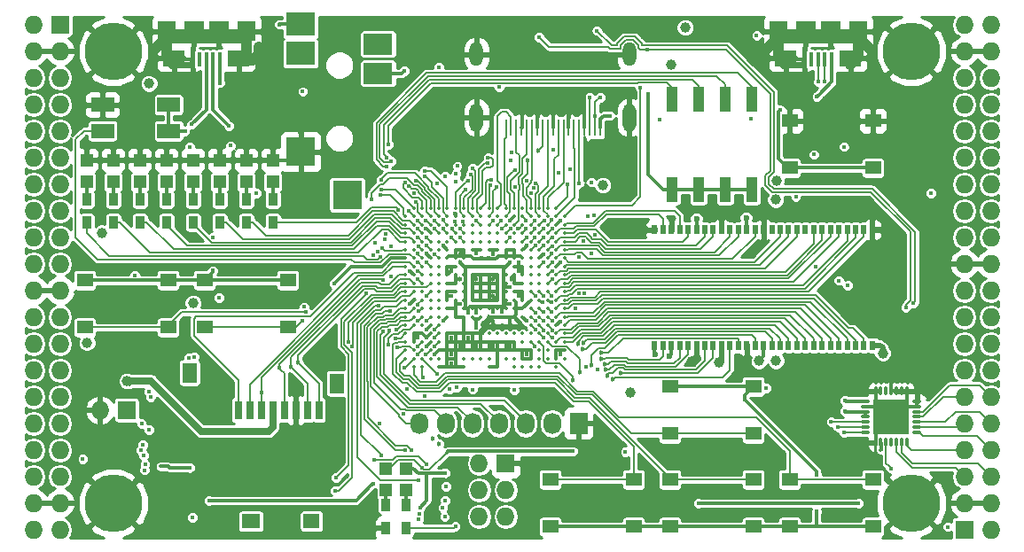
<source format=gtl>
G04 #@! TF.FileFunction,Copper,L1,Top,Signal*
%FSLAX46Y46*%
G04 Gerber Fmt 4.6, Leading zero omitted, Abs format (unit mm)*
G04 Created by KiCad (PCBNEW 4.0.7+dfsg1-1) date Wed Oct  4 23:58:25 2017*
%MOMM*%
%LPD*%
G01*
G04 APERTURE LIST*
%ADD10C,0.100000*%
%ADD11R,0.700000X1.800000*%
%ADD12R,1.600000X1.400000*%
%ADD13R,1.800000X1.400000*%
%ADD14R,1.400000X1.900000*%
%ADD15R,1.198880X1.198880*%
%ADD16R,0.560000X0.900000*%
%ADD17R,1.727200X1.727200*%
%ADD18O,1.727200X1.727200*%
%ADD19C,5.500000*%
%ADD20R,2.200000X1.400000*%
%ADD21R,0.900000X1.200000*%
%ADD22R,2.100000X1.600000*%
%ADD23R,1.900000X1.900000*%
%ADD24R,0.400000X1.350000*%
%ADD25R,1.800000X1.900000*%
%ADD26O,0.850000X0.300000*%
%ADD27O,0.300000X0.850000*%
%ADD28R,1.675000X1.675000*%
%ADD29R,1.727200X2.032000*%
%ADD30O,1.727200X2.032000*%
%ADD31R,2.800000X2.200000*%
%ADD32R,2.800000X2.800000*%
%ADD33R,2.800000X2.000000*%
%ADD34O,1.300000X2.700000*%
%ADD35O,1.300000X2.300000*%
%ADD36R,0.250000X1.600000*%
%ADD37R,1.550000X1.300000*%
%ADD38R,1.120000X2.440000*%
%ADD39C,0.350000*%
%ADD40C,0.400000*%
%ADD41C,0.454000*%
%ADD42C,1.000000*%
%ADD43C,0.600000*%
%ADD44C,0.300000*%
%ADD45C,1.000000*%
%ADD46C,0.600000*%
%ADD47C,0.500000*%
%ADD48C,0.190000*%
%ADD49C,0.200000*%
%ADD50C,0.700000*%
%ADD51C,0.254000*%
G04 APERTURE END LIST*
D10*
D11*
X114930000Y-99520000D03*
X116030000Y-99520000D03*
X117130000Y-99520000D03*
X118230000Y-99520000D03*
X119330000Y-99520000D03*
X120430000Y-99520000D03*
X121530000Y-99520000D03*
X122630000Y-99520000D03*
D12*
X121920000Y-110120000D03*
D13*
X116120000Y-110120000D03*
D14*
X124320000Y-96970000D03*
X110270000Y-95970000D03*
D15*
X118230000Y-77709020D03*
X118230000Y-75610980D03*
X115690000Y-77709020D03*
X115690000Y-75610980D03*
X113150000Y-77709020D03*
X113150000Y-75610980D03*
X110610000Y-77709020D03*
X110610000Y-75610980D03*
X108070000Y-77709020D03*
X108070000Y-75610980D03*
X105530000Y-77709020D03*
X105530000Y-75610980D03*
X102990000Y-77709020D03*
X102990000Y-75610980D03*
X100450000Y-77709020D03*
X100450000Y-75610980D03*
D16*
X175480000Y-82270000D03*
X154680000Y-93330000D03*
X155480000Y-93330000D03*
X156280000Y-93330000D03*
X157080000Y-93330000D03*
X157880000Y-93330000D03*
X158680000Y-93330000D03*
X159480000Y-93330000D03*
X160280000Y-93330000D03*
X161080000Y-93330000D03*
X161880000Y-93330000D03*
X162680000Y-93330000D03*
X163480000Y-93330000D03*
X164280000Y-93330000D03*
X165080000Y-93330000D03*
X165880000Y-93330000D03*
X166680000Y-93330000D03*
X167480000Y-93330000D03*
X168280000Y-93330000D03*
X169080000Y-93330000D03*
X169880000Y-93330000D03*
X170680000Y-93330000D03*
X171480000Y-93330000D03*
X172280000Y-93330000D03*
X173080000Y-93330000D03*
X173880000Y-93330000D03*
X174680000Y-93330000D03*
X175480000Y-93330000D03*
X174680000Y-82270000D03*
X173880000Y-82270000D03*
X173080000Y-82270000D03*
X172280000Y-82270000D03*
X171480000Y-82270000D03*
X170680000Y-82270000D03*
X169880000Y-82270000D03*
X169080000Y-82270000D03*
X168280000Y-82270000D03*
X167480000Y-82270000D03*
X166680000Y-82270000D03*
X165880000Y-82270000D03*
X165080000Y-82270000D03*
X164280000Y-82270000D03*
X163480000Y-82270000D03*
X162680000Y-82270000D03*
X161880000Y-82270000D03*
X161080000Y-82270000D03*
X160280000Y-82270000D03*
X159480000Y-82270000D03*
X158680000Y-82270000D03*
X157880000Y-82270000D03*
X157080000Y-82270000D03*
X156280000Y-82270000D03*
X155480000Y-82270000D03*
X154680000Y-82270000D03*
D17*
X97910000Y-62690000D03*
D18*
X95370000Y-62690000D03*
X97910000Y-65230000D03*
X95370000Y-65230000D03*
X97910000Y-67770000D03*
X95370000Y-67770000D03*
X97910000Y-70310000D03*
X95370000Y-70310000D03*
X97910000Y-72850000D03*
X95370000Y-72850000D03*
X97910000Y-75390000D03*
X95370000Y-75390000D03*
X97910000Y-77930000D03*
X95370000Y-77930000D03*
X97910000Y-80470000D03*
X95370000Y-80470000D03*
X97910000Y-83010000D03*
X95370000Y-83010000D03*
X97910000Y-85550000D03*
X95370000Y-85550000D03*
X97910000Y-88090000D03*
X95370000Y-88090000D03*
X97910000Y-90630000D03*
X95370000Y-90630000D03*
X97910000Y-93170000D03*
X95370000Y-93170000D03*
X97910000Y-95710000D03*
X95370000Y-95710000D03*
X97910000Y-98250000D03*
X95370000Y-98250000D03*
X97910000Y-100790000D03*
X95370000Y-100790000D03*
X97910000Y-103330000D03*
X95370000Y-103330000D03*
X97910000Y-105870000D03*
X95370000Y-105870000D03*
X97910000Y-108410000D03*
X95370000Y-108410000D03*
X97910000Y-110950000D03*
X95370000Y-110950000D03*
D17*
X184270000Y-110950000D03*
D18*
X186810000Y-110950000D03*
X184270000Y-108410000D03*
X186810000Y-108410000D03*
X184270000Y-105870000D03*
X186810000Y-105870000D03*
X184270000Y-103330000D03*
X186810000Y-103330000D03*
X184270000Y-100790000D03*
X186810000Y-100790000D03*
X184270000Y-98250000D03*
X186810000Y-98250000D03*
X184270000Y-95710000D03*
X186810000Y-95710000D03*
X184270000Y-93170000D03*
X186810000Y-93170000D03*
X184270000Y-90630000D03*
X186810000Y-90630000D03*
X184270000Y-88090000D03*
X186810000Y-88090000D03*
X184270000Y-85550000D03*
X186810000Y-85550000D03*
X184270000Y-83010000D03*
X186810000Y-83010000D03*
X184270000Y-80470000D03*
X186810000Y-80470000D03*
X184270000Y-77930000D03*
X186810000Y-77930000D03*
X184270000Y-75390000D03*
X186810000Y-75390000D03*
X184270000Y-72850000D03*
X186810000Y-72850000D03*
X184270000Y-70310000D03*
X186810000Y-70310000D03*
X184270000Y-67770000D03*
X186810000Y-67770000D03*
X184270000Y-65230000D03*
X186810000Y-65230000D03*
X184270000Y-62690000D03*
X186810000Y-62690000D03*
D19*
X102990000Y-108410000D03*
X179190000Y-108410000D03*
X179190000Y-65230000D03*
X102990000Y-65230000D03*
D20*
X108274000Y-70330000D03*
X101974000Y-70330000D03*
X101974000Y-72830000D03*
X108274000Y-72830000D03*
D17*
X104260000Y-99520000D03*
D18*
X101720000Y-99520000D03*
D15*
X129025000Y-105074980D03*
X129025000Y-107173020D03*
X130930000Y-107173020D03*
X130930000Y-105074980D03*
D21*
X129025000Y-108580000D03*
X129025000Y-110780000D03*
X130930000Y-110780000D03*
X130930000Y-108580000D03*
D22*
X114980000Y-65875000D03*
X108780000Y-65875000D03*
D23*
X113080000Y-63325000D03*
X110680000Y-63325000D03*
D24*
X113180000Y-66000000D03*
X112530000Y-66000000D03*
X111880000Y-66000000D03*
X111230000Y-66000000D03*
X110580000Y-66000000D03*
D25*
X115680000Y-63325000D03*
X108080000Y-63325000D03*
D22*
X173400000Y-65875000D03*
X167200000Y-65875000D03*
D23*
X171500000Y-63325000D03*
X169100000Y-63325000D03*
D24*
X171600000Y-66000000D03*
X170950000Y-66000000D03*
X170300000Y-66000000D03*
X169650000Y-66000000D03*
X169000000Y-66000000D03*
D25*
X174100000Y-63325000D03*
X166500000Y-63325000D03*
D17*
X140455000Y-104600000D03*
D18*
X137915000Y-104600000D03*
X140455000Y-107140000D03*
X137915000Y-107140000D03*
X140455000Y-109680000D03*
X137915000Y-109680000D03*
D21*
X118230000Y-81570000D03*
X118230000Y-79370000D03*
X115690000Y-81570000D03*
X115690000Y-79370000D03*
X113150000Y-81570000D03*
X113150000Y-79370000D03*
X110610000Y-81570000D03*
X110610000Y-79370000D03*
X108070000Y-81570000D03*
X108070000Y-79370000D03*
X105530000Y-81570000D03*
X105530000Y-79370000D03*
X102990000Y-81570000D03*
X102990000Y-79370000D03*
X100450000Y-81570000D03*
X100450000Y-79370000D03*
D26*
X179735000Y-101655000D03*
X179735000Y-101155000D03*
X179735000Y-100655000D03*
X179735000Y-100155000D03*
X179735000Y-99655000D03*
X179735000Y-99155000D03*
X179735000Y-98655000D03*
D27*
X178785000Y-97705000D03*
X178285000Y-97705000D03*
X177785000Y-97705000D03*
X177285000Y-97705000D03*
X176785000Y-97705000D03*
X176285000Y-97705000D03*
X175785000Y-97705000D03*
D26*
X174835000Y-98655000D03*
X174835000Y-99155000D03*
X174835000Y-99655000D03*
X174835000Y-100155000D03*
X174835000Y-100655000D03*
X174835000Y-101155000D03*
X174835000Y-101655000D03*
D27*
X175785000Y-102605000D03*
X176285000Y-102605000D03*
X176785000Y-102605000D03*
X177285000Y-102605000D03*
X177785000Y-102605000D03*
X178285000Y-102605000D03*
X178785000Y-102605000D03*
D28*
X176447500Y-99317500D03*
X176447500Y-100992500D03*
X178122500Y-99317500D03*
X178122500Y-100992500D03*
D29*
X147440000Y-100790000D03*
D30*
X144900000Y-100790000D03*
X142360000Y-100790000D03*
X139820000Y-100790000D03*
X137280000Y-100790000D03*
X134740000Y-100790000D03*
X132200000Y-100790000D03*
D31*
X120880000Y-62640000D03*
X120880000Y-65440000D03*
D32*
X120880000Y-74840000D03*
X125330000Y-78940000D03*
D33*
X128280000Y-67340000D03*
X128280000Y-64540000D03*
D34*
X152280000Y-71550000D03*
X137680000Y-71550000D03*
D35*
X137680000Y-65500000D03*
D36*
X140480000Y-72500000D03*
X140980000Y-72500000D03*
X141480000Y-72500000D03*
X141980000Y-72500000D03*
X142480000Y-72500000D03*
X142980000Y-72500000D03*
X143480000Y-72500000D03*
X143980000Y-72500000D03*
X144480000Y-72500000D03*
X144980000Y-72500000D03*
X145480000Y-72500000D03*
X145980000Y-72500000D03*
X146480000Y-72500000D03*
X146980000Y-72500000D03*
X147480000Y-72500000D03*
X147980000Y-72500000D03*
X148480000Y-72500000D03*
X148980000Y-72500000D03*
X149480000Y-72500000D03*
D35*
X152280000Y-65500000D03*
D37*
X175550000Y-71870000D03*
X175550000Y-76370000D03*
X167590000Y-76370000D03*
X167590000Y-71870000D03*
X100280000Y-91610000D03*
X100280000Y-87110000D03*
X108240000Y-87110000D03*
X108240000Y-91610000D03*
X111710000Y-91610000D03*
X111710000Y-87110000D03*
X119670000Y-87110000D03*
X119670000Y-91610000D03*
X156160000Y-101770000D03*
X156160000Y-97270000D03*
X164120000Y-97270000D03*
X164120000Y-101770000D03*
X164120000Y-106160000D03*
X164120000Y-110660000D03*
X156160000Y-110660000D03*
X156160000Y-106160000D03*
X152690000Y-106160000D03*
X152690000Y-110660000D03*
X144730000Y-110660000D03*
X144730000Y-106160000D03*
X175550000Y-106160000D03*
X175550000Y-110660000D03*
X167590000Y-110660000D03*
X167590000Y-106160000D03*
D38*
X163950000Y-69815000D03*
X156330000Y-78425000D03*
X161410000Y-69815000D03*
X158870000Y-78425000D03*
X158870000Y-69815000D03*
X161410000Y-78425000D03*
X156330000Y-69815000D03*
X163950000Y-78425000D03*
D39*
X131680000Y-80200000D03*
X132480000Y-80200000D03*
X133280000Y-80200000D03*
X134080000Y-80200000D03*
X134880000Y-80200000D03*
X135680000Y-80200000D03*
X136480000Y-80200000D03*
X137280000Y-80200000D03*
X138080000Y-80200000D03*
X138880000Y-80200000D03*
X139680000Y-80200000D03*
X140480000Y-80200000D03*
X141280000Y-80200000D03*
X142080000Y-80200000D03*
X142880000Y-80200000D03*
X143680000Y-80200000D03*
X144480000Y-80200000D03*
X145280000Y-80200000D03*
X130880000Y-81000000D03*
X131680000Y-81000000D03*
X132480000Y-81000000D03*
X133280000Y-81000000D03*
X134080000Y-81000000D03*
X134880000Y-81000000D03*
X135680000Y-81000000D03*
X136480000Y-81000000D03*
X137280000Y-81000000D03*
X138080000Y-81000000D03*
X138880000Y-81000000D03*
X139680000Y-81000000D03*
X140480000Y-81000000D03*
X141280000Y-81000000D03*
X142080000Y-81000000D03*
X142880000Y-81000000D03*
X143680000Y-81000000D03*
X144480000Y-81000000D03*
X145280000Y-81000000D03*
X146080000Y-81000000D03*
X130880000Y-81800000D03*
X131680000Y-81800000D03*
X132480000Y-81800000D03*
X133280000Y-81800000D03*
X134080000Y-81800000D03*
X134880000Y-81800000D03*
X135680000Y-81800000D03*
X136480000Y-81800000D03*
X137280000Y-81800000D03*
X138080000Y-81800000D03*
X138880000Y-81800000D03*
X139680000Y-81800000D03*
X140480000Y-81800000D03*
X141280000Y-81800000D03*
X142080000Y-81800000D03*
X142880000Y-81800000D03*
X143680000Y-81800000D03*
X144480000Y-81800000D03*
X145280000Y-81800000D03*
X146080000Y-81800000D03*
X130880000Y-82600000D03*
X131680000Y-82600000D03*
X132480000Y-82600000D03*
X133280000Y-82600000D03*
X134080000Y-82600000D03*
X134880000Y-82600000D03*
X135680000Y-82600000D03*
X136480000Y-82600000D03*
X137280000Y-82600000D03*
X138080000Y-82600000D03*
X138880000Y-82600000D03*
X139680000Y-82600000D03*
X140480000Y-82600000D03*
X141280000Y-82600000D03*
X142080000Y-82600000D03*
X142880000Y-82600000D03*
X143680000Y-82600000D03*
X144480000Y-82600000D03*
X145280000Y-82600000D03*
X146080000Y-82600000D03*
X130880000Y-83400000D03*
X131680000Y-83400000D03*
X132480000Y-83400000D03*
X133280000Y-83400000D03*
X134080000Y-83400000D03*
X134880000Y-83400000D03*
X135680000Y-83400000D03*
X136480000Y-83400000D03*
X137280000Y-83400000D03*
X138080000Y-83400000D03*
X138880000Y-83400000D03*
X139680000Y-83400000D03*
X140480000Y-83400000D03*
X141280000Y-83400000D03*
X142080000Y-83400000D03*
X142880000Y-83400000D03*
X143680000Y-83400000D03*
X144480000Y-83400000D03*
X145280000Y-83400000D03*
X146080000Y-83400000D03*
X130880000Y-84200000D03*
X131680000Y-84200000D03*
X132480000Y-84200000D03*
X133280000Y-84200000D03*
X134080000Y-84200000D03*
X134880000Y-84200000D03*
X135680000Y-84200000D03*
X136480000Y-84200000D03*
X137280000Y-84200000D03*
X138080000Y-84200000D03*
X138880000Y-84200000D03*
X139680000Y-84200000D03*
X140480000Y-84200000D03*
X141280000Y-84200000D03*
X142080000Y-84200000D03*
X142880000Y-84200000D03*
X143680000Y-84200000D03*
X144480000Y-84200000D03*
X145280000Y-84200000D03*
X146080000Y-84200000D03*
X130880000Y-85000000D03*
X131680000Y-85000000D03*
X132480000Y-85000000D03*
X133280000Y-85000000D03*
X134080000Y-85000000D03*
X134880000Y-85000000D03*
X135680000Y-85000000D03*
X136480000Y-85000000D03*
X137280000Y-85000000D03*
X138080000Y-85000000D03*
X138880000Y-85000000D03*
X139680000Y-85000000D03*
X140480000Y-85000000D03*
X141280000Y-85000000D03*
X142080000Y-85000000D03*
X142880000Y-85000000D03*
X143680000Y-85000000D03*
X144480000Y-85000000D03*
X145280000Y-85000000D03*
X146080000Y-85000000D03*
X130880000Y-85800000D03*
X131680000Y-85800000D03*
X132480000Y-85800000D03*
X133280000Y-85800000D03*
X134080000Y-85800000D03*
X134880000Y-85800000D03*
X135680000Y-85800000D03*
X136480000Y-85800000D03*
X137280000Y-85800000D03*
X138080000Y-85800000D03*
X138880000Y-85800000D03*
X139680000Y-85800000D03*
X140480000Y-85800000D03*
X141280000Y-85800000D03*
X142080000Y-85800000D03*
X142880000Y-85800000D03*
X143680000Y-85800000D03*
X144480000Y-85800000D03*
X145280000Y-85800000D03*
X146080000Y-85800000D03*
X130880000Y-86600000D03*
X131680000Y-86600000D03*
X132480000Y-86600000D03*
X133280000Y-86600000D03*
X134080000Y-86600000D03*
X134880000Y-86600000D03*
X135680000Y-86600000D03*
X136480000Y-86600000D03*
X137280000Y-86600000D03*
X138080000Y-86600000D03*
X138880000Y-86600000D03*
X139680000Y-86600000D03*
X140480000Y-86600000D03*
X141280000Y-86600000D03*
X142080000Y-86600000D03*
X142880000Y-86600000D03*
X143680000Y-86600000D03*
X144480000Y-86600000D03*
X145280000Y-86600000D03*
X146080000Y-86600000D03*
X130880000Y-87400000D03*
X131680000Y-87400000D03*
X132480000Y-87400000D03*
X133280000Y-87400000D03*
X134080000Y-87400000D03*
X134880000Y-87400000D03*
X135680000Y-87400000D03*
X136480000Y-87400000D03*
X137280000Y-87400000D03*
X138080000Y-87400000D03*
X138880000Y-87400000D03*
X139680000Y-87400000D03*
X140480000Y-87400000D03*
X141280000Y-87400000D03*
X142080000Y-87400000D03*
X142880000Y-87400000D03*
X143680000Y-87400000D03*
X144480000Y-87400000D03*
X145280000Y-87400000D03*
X146080000Y-87400000D03*
X130880000Y-88200000D03*
X131680000Y-88200000D03*
X132480000Y-88200000D03*
X133280000Y-88200000D03*
X134080000Y-88200000D03*
X134880000Y-88200000D03*
X135680000Y-88200000D03*
X136480000Y-88200000D03*
X137280000Y-88200000D03*
X138080000Y-88200000D03*
X138880000Y-88200000D03*
X139680000Y-88200000D03*
X140480000Y-88200000D03*
X141280000Y-88200000D03*
X142080000Y-88200000D03*
X142880000Y-88200000D03*
X143680000Y-88200000D03*
X144480000Y-88200000D03*
X145280000Y-88200000D03*
X146080000Y-88200000D03*
X130880000Y-89000000D03*
X131680000Y-89000000D03*
X132480000Y-89000000D03*
X133280000Y-89000000D03*
X134080000Y-89000000D03*
X134880000Y-89000000D03*
X135680000Y-89000000D03*
X136480000Y-89000000D03*
X137280000Y-89000000D03*
X138080000Y-89000000D03*
X138880000Y-89000000D03*
X139680000Y-89000000D03*
X140480000Y-89000000D03*
X141280000Y-89000000D03*
X142080000Y-89000000D03*
X142880000Y-89000000D03*
X143680000Y-89000000D03*
X144480000Y-89000000D03*
X145280000Y-89000000D03*
X146080000Y-89000000D03*
X130880000Y-89800000D03*
X131680000Y-89800000D03*
X132480000Y-89800000D03*
X133280000Y-89800000D03*
X134080000Y-89800000D03*
X134880000Y-89800000D03*
X135680000Y-89800000D03*
X136480000Y-89800000D03*
X137280000Y-89800000D03*
X138080000Y-89800000D03*
X138880000Y-89800000D03*
X139680000Y-89800000D03*
X140480000Y-89800000D03*
X141280000Y-89800000D03*
X142080000Y-89800000D03*
X142880000Y-89800000D03*
X143680000Y-89800000D03*
X144480000Y-89800000D03*
X145280000Y-89800000D03*
X146080000Y-89800000D03*
X130880000Y-90600000D03*
X131680000Y-90600000D03*
X132480000Y-90600000D03*
X133280000Y-90600000D03*
X134080000Y-90600000D03*
X134880000Y-90600000D03*
X135680000Y-90600000D03*
X136480000Y-90600000D03*
X137280000Y-90600000D03*
X138080000Y-90600000D03*
X138880000Y-90600000D03*
X139680000Y-90600000D03*
X140480000Y-90600000D03*
X141280000Y-90600000D03*
X142080000Y-90600000D03*
X142880000Y-90600000D03*
X143680000Y-90600000D03*
X144480000Y-90600000D03*
X145280000Y-90600000D03*
X146080000Y-90600000D03*
X130880000Y-91400000D03*
X131680000Y-91400000D03*
X132480000Y-91400000D03*
X133280000Y-91400000D03*
X134080000Y-91400000D03*
X142880000Y-91400000D03*
X143680000Y-91400000D03*
X144480000Y-91400000D03*
X145280000Y-91400000D03*
X146080000Y-91400000D03*
X130880000Y-92200000D03*
X131680000Y-92200000D03*
X132480000Y-92200000D03*
X133280000Y-92200000D03*
X134080000Y-92200000D03*
X134880000Y-92200000D03*
X135680000Y-92200000D03*
X136480000Y-92200000D03*
X137280000Y-92200000D03*
X138080000Y-92200000D03*
X138880000Y-92200000D03*
X139680000Y-92200000D03*
X140480000Y-92200000D03*
X141280000Y-92200000D03*
X142080000Y-92200000D03*
X142880000Y-92200000D03*
X143680000Y-92200000D03*
X144480000Y-92200000D03*
X145280000Y-92200000D03*
X146080000Y-92200000D03*
X130880000Y-93000000D03*
X131680000Y-93000000D03*
X132480000Y-93000000D03*
X133280000Y-93000000D03*
X134080000Y-93000000D03*
X134880000Y-93000000D03*
X135680000Y-93000000D03*
X136480000Y-93000000D03*
X137280000Y-93000000D03*
X138080000Y-93000000D03*
X138880000Y-93000000D03*
X139680000Y-93000000D03*
X140480000Y-93000000D03*
X141280000Y-93000000D03*
X142080000Y-93000000D03*
X142880000Y-93000000D03*
X143680000Y-93000000D03*
X144480000Y-93000000D03*
X145280000Y-93000000D03*
X146080000Y-93000000D03*
X130880000Y-93800000D03*
X131680000Y-93800000D03*
X132480000Y-93800000D03*
X133280000Y-93800000D03*
X134080000Y-93800000D03*
X134880000Y-93800000D03*
X135680000Y-93800000D03*
X136480000Y-93800000D03*
X137280000Y-93800000D03*
X138080000Y-93800000D03*
X138880000Y-93800000D03*
X139680000Y-93800000D03*
X140480000Y-93800000D03*
X141280000Y-93800000D03*
X142080000Y-93800000D03*
X142880000Y-93800000D03*
X143680000Y-93800000D03*
X144480000Y-93800000D03*
X145280000Y-93800000D03*
X146080000Y-93800000D03*
X130880000Y-94600000D03*
X131680000Y-94600000D03*
X132480000Y-94600000D03*
X133280000Y-94600000D03*
X134080000Y-94600000D03*
X134880000Y-94600000D03*
X135680000Y-94600000D03*
X136480000Y-94600000D03*
X137280000Y-94600000D03*
X138080000Y-94600000D03*
X138880000Y-94600000D03*
X139680000Y-94600000D03*
X140480000Y-94600000D03*
X141280000Y-94600000D03*
X142080000Y-94600000D03*
X142880000Y-94600000D03*
X143680000Y-94600000D03*
X144480000Y-94600000D03*
X145280000Y-94600000D03*
X146080000Y-94600000D03*
X131680000Y-95400000D03*
X132480000Y-95400000D03*
X134080000Y-95400000D03*
X134880000Y-95400000D03*
X135680000Y-95400000D03*
X136480000Y-95400000D03*
X138880000Y-95400000D03*
X139680000Y-95400000D03*
X141280000Y-95400000D03*
X142080000Y-95400000D03*
X142880000Y-95400000D03*
X143680000Y-95400000D03*
X145280000Y-95400000D03*
D40*
X110280000Y-105000000D03*
D41*
X139264636Y-91615205D03*
D40*
X139575609Y-69792857D03*
D42*
X116880503Y-64802940D03*
X106974809Y-64953974D03*
X175210328Y-64948943D03*
X165417246Y-64954666D03*
D40*
X175495631Y-71457432D03*
X146468970Y-70993942D03*
X144978424Y-71024054D03*
X143480350Y-71016526D03*
X142000564Y-71008511D03*
X147987361Y-71377791D03*
X144102010Y-84600000D03*
X132880424Y-84561218D03*
X135567436Y-80702302D03*
X132810347Y-82177990D03*
X145713035Y-91022010D03*
X145680000Y-94177990D03*
X177285000Y-95710000D03*
D42*
X177229911Y-82281349D03*
D40*
X170046000Y-85804000D03*
D43*
X164741832Y-81130572D03*
D40*
X120770000Y-72215000D03*
D43*
X161067993Y-81216119D03*
D42*
X158233687Y-94852616D03*
X162992748Y-94820185D03*
D43*
X156280000Y-81210838D03*
D40*
X131254529Y-86251357D03*
X140880000Y-81400000D03*
X136085174Y-89394826D03*
X145680000Y-81400000D03*
X120430000Y-97050000D03*
X150080000Y-81600000D03*
X131280000Y-89400000D03*
X133690245Y-94180159D03*
X140874194Y-91433353D03*
X145680000Y-85422010D03*
X135280000Y-95000000D03*
X135280000Y-94200000D03*
X142480000Y-94200000D03*
X140880000Y-93400000D03*
X139280000Y-93400000D03*
X137680000Y-93400000D03*
X136080000Y-93400000D03*
X136880000Y-92600000D03*
X135280000Y-92600000D03*
X132880000Y-91800000D03*
X132880000Y-93400000D03*
D41*
X141042859Y-86994997D03*
X139280000Y-87000000D03*
X136110990Y-86995403D03*
X137680000Y-87000000D03*
X136080000Y-84600000D03*
X139280000Y-88600000D03*
D42*
X156235582Y-66548363D03*
D40*
X127801946Y-106537732D03*
D42*
X166321614Y-77572282D03*
X166248957Y-79408030D03*
X101932065Y-82585048D03*
X106417803Y-68312483D03*
X166280000Y-94800000D03*
D40*
X112134000Y-108156000D03*
X150457224Y-71377791D03*
X172289562Y-87124051D03*
D42*
X157600000Y-62944000D03*
D40*
X137659051Y-91638034D03*
X139820000Y-68665673D03*
X128441330Y-100758313D03*
X172834633Y-99599920D03*
X172879922Y-98618650D03*
X176305593Y-103279812D03*
X165349214Y-97422919D03*
D42*
X160875897Y-94988750D03*
D40*
X164433885Y-63737451D03*
X148639876Y-77729346D03*
D42*
X149751640Y-78029346D03*
D40*
X134079160Y-66786153D03*
X109828000Y-72830000D03*
X116654336Y-78777990D03*
D42*
X176474303Y-94069095D03*
D40*
X173094000Y-87582000D03*
D42*
X100479904Y-93063904D03*
D43*
X163422030Y-81120665D03*
X154726292Y-94171363D03*
X156077107Y-94380779D03*
X158680000Y-81210838D03*
D40*
X112515000Y-83010000D03*
X181065000Y-78785000D03*
X110529662Y-109760338D03*
X100080000Y-104200000D03*
X113080000Y-88800000D03*
D42*
X164653770Y-94825547D03*
D40*
X135273306Y-88618602D03*
X139272517Y-84611349D03*
X137680556Y-84534085D03*
X141680000Y-86200000D03*
X135280000Y-86200000D03*
X132880000Y-92600000D03*
X132080000Y-92600000D03*
X141680000Y-88600000D03*
X141680000Y-85400000D03*
D42*
X152362985Y-97848768D03*
D40*
X136885174Y-90194826D03*
X140094890Y-90122990D03*
X139280000Y-90122990D03*
X140880000Y-89400000D03*
X137680000Y-90172990D03*
X140880000Y-87800000D03*
X140880000Y-85400000D03*
D41*
X136080000Y-85400000D03*
D40*
X121369010Y-90164222D03*
X130022933Y-91834237D03*
X121036481Y-91008234D03*
X129902064Y-92678248D03*
D42*
X110617371Y-89287199D03*
D40*
X142480000Y-91000000D03*
X142480000Y-83800000D03*
X134480000Y-83800000D03*
X134480000Y-91000000D03*
X105037711Y-86632990D03*
X155149360Y-71764535D03*
X121086654Y-69078528D03*
X170182962Y-69571012D03*
X174110000Y-108410000D03*
X158870000Y-108410000D03*
X134750646Y-106810513D03*
X137288700Y-97538741D03*
X133680000Y-91800000D03*
D41*
X134074414Y-102752225D03*
D40*
X134675868Y-108131585D03*
X135085458Y-97531790D03*
D41*
X133449289Y-102232615D03*
D40*
X133680000Y-92600000D03*
X127935466Y-104261259D03*
X132936956Y-104698915D03*
X134463998Y-108841973D03*
X132752670Y-98178920D03*
X133685668Y-93402482D03*
X134636872Y-109719950D03*
X130714529Y-99901000D03*
X131039363Y-97487286D03*
X132846234Y-94197073D03*
X118858690Y-62658970D03*
X130761990Y-67119621D03*
X148477832Y-69619684D03*
X149475951Y-69619684D03*
X148991194Y-71377791D03*
X153984196Y-65077116D03*
X153322343Y-68673419D03*
X143650666Y-63862520D03*
X178665908Y-89713903D03*
X149183754Y-63257114D03*
X179375977Y-89317806D03*
X140035989Y-81400000D03*
X128776655Y-87110882D03*
X132077895Y-86272150D03*
X117121665Y-97817265D03*
X118843798Y-95498222D03*
D41*
X119978162Y-95412951D03*
X120634035Y-94977604D03*
D40*
X113212238Y-68244401D03*
X146387166Y-77939336D03*
X147480000Y-77822010D03*
X131453853Y-103296209D03*
X144891634Y-91008466D03*
D41*
X148653935Y-95249010D03*
X149565978Y-94054788D03*
D40*
X144867244Y-90164455D03*
D41*
X150720500Y-96575802D03*
D40*
X144890381Y-83866022D03*
D41*
X151448039Y-95951686D03*
D40*
X144894101Y-83022010D03*
D41*
X150149219Y-96229829D03*
D40*
X144901285Y-86268736D03*
D41*
X150033441Y-95660469D03*
D40*
X144888562Y-86993817D03*
D41*
X149952517Y-95085120D03*
D40*
X144877648Y-88622010D03*
D41*
X149584522Y-94635504D03*
D40*
X144810610Y-89177990D03*
X144895773Y-91874444D03*
D41*
X147777713Y-93691005D03*
X147356233Y-93219138D03*
D40*
X144102010Y-92600000D03*
D41*
X147915304Y-93060979D03*
D40*
X144882352Y-92577990D03*
X130807074Y-95454141D03*
X130141304Y-93529144D03*
X132080000Y-93400000D03*
X129254670Y-93244631D03*
X133919980Y-96038729D03*
X141280000Y-97600000D03*
X132572818Y-96383863D03*
X135770000Y-97338127D03*
X132080000Y-94200000D03*
X128669601Y-84020243D03*
X105906712Y-103816552D03*
X129459184Y-90039192D03*
X132080000Y-89444020D03*
X130839486Y-103354982D03*
X128602801Y-103831529D03*
X132162861Y-106185868D03*
X128321313Y-89539949D03*
X132880000Y-88600000D03*
X127145130Y-88379076D03*
X124253981Y-105982535D03*
X132080000Y-87000000D03*
X125827283Y-93452662D03*
X124202418Y-107207639D03*
D41*
X142530990Y-75662841D03*
X143525587Y-74749772D03*
D40*
X110313517Y-74380698D03*
X132146108Y-109940263D03*
X114166000Y-74247000D03*
X132189000Y-109415000D03*
X135694981Y-77648547D03*
X135567436Y-81489225D03*
X134702010Y-77200000D03*
X134471354Y-81347908D03*
X132761172Y-77202673D03*
X132737245Y-76676207D03*
X128545566Y-77476577D03*
X127643658Y-79355564D03*
X110718734Y-94451783D03*
X128515897Y-78994176D03*
X110193102Y-94489889D03*
X128569727Y-78469921D03*
X106403813Y-97727799D03*
X131230910Y-78113843D03*
X106539540Y-98237033D03*
X131709326Y-78745875D03*
X132783332Y-81399993D03*
X129016746Y-82660638D03*
X105679715Y-100783924D03*
X132084821Y-83022010D03*
X128948848Y-83183258D03*
X106401171Y-101377901D03*
X132886504Y-83777990D03*
X129513931Y-83860979D03*
X105803161Y-102850427D03*
X132117443Y-83866021D03*
X127966259Y-83527946D03*
X105651866Y-103355255D03*
X132079996Y-84503337D03*
X128256283Y-84387285D03*
X106023598Y-104697574D03*
X133671942Y-84595200D03*
X127824162Y-84688968D03*
X105973679Y-105248709D03*
X132875802Y-85428138D03*
D41*
X146862501Y-96617499D03*
X147534467Y-95913260D03*
D40*
X148102806Y-95339021D03*
X143280000Y-91000000D03*
X149207706Y-95605291D03*
X144082424Y-90132858D03*
X143989948Y-89177990D03*
X147125926Y-89802879D03*
X143281824Y-90201951D03*
X144102010Y-85397219D03*
X147422472Y-84858593D03*
X144886544Y-85385186D03*
X144102010Y-83000000D03*
X148975652Y-82755341D03*
X144885092Y-82177990D03*
X147470668Y-88324835D03*
X144082832Y-88584510D03*
X147997681Y-88324844D03*
X143278026Y-88595030D03*
X144102010Y-82185600D03*
X148935852Y-80899014D03*
X148337768Y-80975785D03*
X144866392Y-81333979D03*
X139280000Y-81400000D03*
X139585116Y-78205862D03*
X138968064Y-78040948D03*
X139049357Y-77520244D03*
X138775679Y-75942989D03*
X138779198Y-75400762D03*
X137680000Y-81400000D03*
X137308732Y-76415018D03*
X137106948Y-76979922D03*
X136856003Y-77562978D03*
X136634118Y-78451672D03*
X135830698Y-76200613D03*
X136411444Y-81497309D03*
X148668800Y-84550385D03*
X144877691Y-84532933D03*
X144102010Y-83800000D03*
X147894174Y-83335809D03*
X142852716Y-78759927D03*
X142473549Y-82998913D03*
X143105106Y-78295223D03*
X142396423Y-82191394D03*
X145494012Y-76834828D03*
X144146021Y-81374784D03*
X143331797Y-77819457D03*
X146627648Y-76461302D03*
X143257990Y-82207154D03*
X143257990Y-81379632D03*
X141380161Y-78226966D03*
X145017056Y-74655847D03*
X141657990Y-82130345D03*
X142413979Y-81382236D03*
X140080000Y-82200000D03*
X141342967Y-76554996D03*
X141046643Y-74873804D03*
X140864029Y-83041403D03*
X140980062Y-75681941D03*
X140924011Y-82179283D03*
X129542604Y-86703515D03*
X132880000Y-83022010D03*
X132080000Y-82177990D03*
X132080000Y-81400000D03*
X131847310Y-79589886D03*
X130856828Y-77742623D03*
X131923295Y-77584853D03*
X133654358Y-82177990D03*
X133627343Y-81396408D03*
X129336756Y-91938993D03*
X132880000Y-91000000D03*
X128770628Y-92009836D03*
X132077648Y-90977990D03*
X130196821Y-80377733D03*
X131180000Y-80500000D03*
X128489708Y-84867377D03*
X132079620Y-85428138D03*
X163908850Y-71651861D03*
X134501414Y-82177578D03*
X133922194Y-77854836D03*
X135656559Y-110610712D03*
X132448438Y-104994496D03*
X146844288Y-103452739D03*
X134707351Y-105508447D03*
X132280000Y-108800000D03*
D42*
X104309083Y-96731596D03*
D40*
X112515000Y-86185000D03*
X163277422Y-98501717D03*
X170126036Y-109212466D03*
X170157734Y-105666345D03*
X169895346Y-75092988D03*
X143257990Y-83000000D03*
X168166438Y-79108038D03*
X151896383Y-103510715D03*
X114039000Y-72342000D03*
X110483000Y-72215000D03*
X177274002Y-105079115D03*
X143258015Y-93423150D03*
X172761273Y-101651681D03*
X143280000Y-91800000D03*
X172193360Y-101105663D03*
X144064831Y-91877646D03*
X171540304Y-100645743D03*
X144080000Y-91000000D03*
X154044000Y-69294000D03*
X129061632Y-76229575D03*
X135280000Y-83022010D03*
X129493343Y-75737814D03*
X136080000Y-83000000D03*
X129122249Y-75363607D03*
X135345425Y-82176814D03*
X135725421Y-76909376D03*
X129252218Y-74142461D03*
X136080000Y-82200000D03*
X172746637Y-74347988D03*
X143280000Y-83800000D03*
X142480000Y-77600000D03*
X170300000Y-68151000D03*
X170950000Y-68125562D03*
X125480000Y-93000000D03*
X121206217Y-89662983D03*
X132156079Y-90030946D03*
X182654362Y-110665838D03*
X124080000Y-87400000D03*
X124080000Y-87400000D03*
X166678914Y-70803555D03*
D44*
X108330000Y-105000000D02*
X110280000Y-105000000D01*
X107480000Y-104900000D02*
X108230000Y-104900000D01*
X108230000Y-104900000D02*
X108330000Y-105000000D01*
X139264636Y-91294179D02*
X139264636Y-91615205D01*
X139264636Y-90984636D02*
X139264636Y-91294179D01*
X138880000Y-90600000D02*
X139264636Y-90984636D01*
X139858451Y-69792857D02*
X139575609Y-69792857D01*
X140192348Y-69792857D02*
X139858451Y-69792857D01*
X140785205Y-69200000D02*
X140192348Y-69792857D01*
X141880000Y-69200000D02*
X140785205Y-69200000D01*
D45*
X116880503Y-65510046D02*
X116880503Y-64802940D01*
X116265561Y-66124988D02*
X116880503Y-65510046D01*
X115680000Y-65910000D02*
X115894988Y-66124988D01*
X115680000Y-63960000D02*
X115680000Y-65910000D01*
X115894988Y-66124988D02*
X116265561Y-66124988D01*
X107474808Y-64453975D02*
X106974809Y-64953974D01*
X107968783Y-63960000D02*
X107474808Y-64453975D01*
X108080000Y-63960000D02*
X107968783Y-63960000D01*
X174710329Y-64448944D02*
X175210328Y-64948943D01*
X174100000Y-63960000D02*
X174221385Y-63960000D01*
X174221385Y-63960000D02*
X174710329Y-64448944D01*
X165917245Y-64454667D02*
X165417246Y-64954666D01*
X166411912Y-63960000D02*
X165917245Y-64454667D01*
X166500000Y-63960000D02*
X166411912Y-63960000D01*
D44*
X175495631Y-71740274D02*
X175495631Y-71457432D01*
X175495631Y-72230631D02*
X175495631Y-71740274D01*
X175535000Y-72270000D02*
X175495631Y-72230631D01*
X143480000Y-72500000D02*
X143480000Y-71016876D01*
X143480000Y-71016876D02*
X143480350Y-71016526D01*
X144980000Y-72500000D02*
X144980000Y-71025630D01*
X144980000Y-71025630D02*
X144978424Y-71024054D01*
X146480000Y-72500000D02*
X146480000Y-71004972D01*
X146480000Y-71004972D02*
X146468970Y-70993942D01*
X147980000Y-72500000D02*
X147980000Y-71385152D01*
X147980000Y-71385152D02*
X147987361Y-71377791D01*
X146468970Y-70711100D02*
X146468970Y-70993942D01*
X146468970Y-69211030D02*
X146468970Y-70711100D01*
X146480000Y-69200000D02*
X146468970Y-69211030D01*
X144978424Y-70741212D02*
X144978424Y-71024054D01*
X144978424Y-69201576D02*
X144978424Y-70741212D01*
X144980000Y-69200000D02*
X144978424Y-69201576D01*
X143480350Y-70733684D02*
X143480350Y-71016526D01*
X143480350Y-69200350D02*
X143480350Y-70733684D01*
X143480000Y-69200000D02*
X143480350Y-69200350D01*
X142000564Y-71008511D02*
X142000564Y-72479436D01*
X142000564Y-72479436D02*
X141980000Y-72500000D01*
X142000564Y-70725669D02*
X142000564Y-71008511D01*
X142000564Y-69320564D02*
X142000564Y-70725669D01*
X141880000Y-69200000D02*
X142000564Y-69320564D01*
X146480000Y-69200000D02*
X147780000Y-69200000D01*
X147780000Y-69200000D02*
X147940542Y-69360542D01*
X147987361Y-71094949D02*
X147987361Y-71377791D01*
X147940542Y-71048130D02*
X147987361Y-71094949D01*
X147940542Y-69360542D02*
X147940542Y-71048130D01*
D46*
X108780000Y-66510000D02*
X110455000Y-66510000D01*
D44*
X110455000Y-66510000D02*
X110580000Y-66635000D01*
D45*
X108080000Y-63960000D02*
X108080000Y-65810000D01*
X108080000Y-65810000D02*
X108780000Y-66510000D01*
X115680000Y-63960000D02*
X115680000Y-65810000D01*
D44*
X115680000Y-65810000D02*
X114980000Y-66510000D01*
D45*
X113080000Y-63960000D02*
X115680000Y-63960000D01*
X110680000Y-63960000D02*
X113080000Y-63960000D01*
X108080000Y-63960000D02*
X110680000Y-63960000D01*
D46*
X167200000Y-66510000D02*
X168875000Y-66510000D01*
D44*
X168875000Y-66510000D02*
X169000000Y-66635000D01*
D45*
X174100000Y-63960000D02*
X174100000Y-65810000D01*
X174100000Y-65810000D02*
X173400000Y-66510000D01*
X166500000Y-63960000D02*
X166500000Y-65810000D01*
X166500000Y-65810000D02*
X167200000Y-66510000D01*
X171500000Y-63960000D02*
X174100000Y-63960000D01*
X169100000Y-63960000D02*
X171500000Y-63960000D01*
X166500000Y-63960000D02*
X169100000Y-63960000D01*
D44*
X143680000Y-85000000D02*
X144080000Y-84600000D01*
X144080000Y-84600000D02*
X144102010Y-84600000D01*
X132880424Y-84600424D02*
X132880424Y-84561218D01*
X133280000Y-85000000D02*
X132880424Y-84600424D01*
X135680000Y-80752513D02*
X135629789Y-80702302D01*
X135629789Y-80702302D02*
X135567436Y-80702302D01*
X135680000Y-81000000D02*
X135680000Y-80752513D01*
X132857990Y-82177990D02*
X132810347Y-82177990D01*
X133280000Y-82600000D02*
X132857990Y-82177990D01*
X145657990Y-91022010D02*
X145713035Y-91022010D01*
X145280000Y-91400000D02*
X145657990Y-91022010D01*
X145680000Y-93800000D02*
X145680000Y-94177990D01*
X178785000Y-97705000D02*
X178785000Y-98655000D01*
X178785000Y-98655000D02*
X178122500Y-99317500D01*
X176285000Y-97705000D02*
X175785000Y-97705000D01*
X175785000Y-102605000D02*
X175785000Y-101655000D01*
X175785000Y-101655000D02*
X176447500Y-100992500D01*
X178122500Y-99317500D02*
X178122500Y-100992500D01*
X176447500Y-99317500D02*
X178122500Y-99317500D01*
X176447500Y-100992500D02*
X178122500Y-100992500D01*
X177285000Y-97705000D02*
X177285000Y-95710000D01*
X178122500Y-99317500D02*
X178285000Y-99155000D01*
X178285000Y-99155000D02*
X179735000Y-99155000D01*
X179735000Y-98655000D02*
X179735000Y-99155000D01*
X177785000Y-97705000D02*
X177920000Y-97705000D01*
X177920000Y-97705000D02*
X178285000Y-97705000D01*
X178285000Y-97705000D02*
X178785000Y-97705000D01*
X177285000Y-97705000D02*
X177785000Y-97705000D01*
X175785000Y-97705000D02*
X175785000Y-98655000D01*
X175785000Y-98655000D02*
X176447500Y-99317500D01*
X174835000Y-99155000D02*
X176285000Y-99155000D01*
X176285000Y-99155000D02*
X176447500Y-99317500D01*
X177241260Y-82270000D02*
X177229911Y-82281349D01*
X164941831Y-81330571D02*
X164741832Y-81130572D01*
X165080000Y-81468740D02*
X164941831Y-81330571D01*
X165080000Y-82270000D02*
X165080000Y-81468740D01*
X120770000Y-73030000D02*
X120770000Y-72215000D01*
X120880000Y-74840000D02*
X120880000Y-73140000D01*
X120880000Y-73140000D02*
X120770000Y-73030000D01*
X118230000Y-75610980D02*
X120109020Y-75610980D01*
X120109020Y-75610980D02*
X120880000Y-74840000D01*
X142280000Y-69200000D02*
X141880000Y-69200000D01*
X161080000Y-81228126D02*
X161067993Y-81216119D01*
X161080000Y-82270000D02*
X161080000Y-81228126D01*
D47*
X175480000Y-82270000D02*
X177241260Y-82270000D01*
D44*
X158680000Y-94406303D02*
X158433686Y-94652617D01*
X158433686Y-94652617D02*
X158233687Y-94852616D01*
X158680000Y-93330000D02*
X158680000Y-94406303D01*
X163192747Y-94620186D02*
X162992748Y-94820185D01*
X163480000Y-94332933D02*
X163192747Y-94620186D01*
X163480000Y-93330000D02*
X163480000Y-94332933D01*
X156280000Y-82270000D02*
X156280000Y-81210838D01*
X131331357Y-86251357D02*
X131254529Y-86251357D01*
X131680000Y-86600000D02*
X131331357Y-86251357D01*
X141280000Y-81000000D02*
X140880000Y-81400000D01*
X135685174Y-89394826D02*
X135802332Y-89394826D01*
X135680000Y-89400000D02*
X135685174Y-89394826D01*
X135802332Y-89394826D02*
X136085174Y-89394826D01*
X135054999Y-84825001D02*
X137080000Y-84825001D01*
X137280000Y-85000000D02*
X137105001Y-84825001D01*
X137105001Y-84825001D02*
X137080000Y-84825001D01*
X138280000Y-85088351D02*
X137368351Y-85088351D01*
X137368351Y-85088351D02*
X137280000Y-85000000D01*
X139680000Y-86600000D02*
X139280000Y-87000000D01*
X139680000Y-88200000D02*
X139680000Y-89000000D01*
X139680000Y-87400000D02*
X139680000Y-88200000D01*
X139680000Y-86600000D02*
X139680000Y-87400000D01*
X137280000Y-88200000D02*
X137280000Y-89000000D01*
X137280000Y-87400000D02*
X137280000Y-88200000D01*
X137280000Y-86600000D02*
X137280000Y-87400000D01*
X138880000Y-87400000D02*
X138880000Y-88200000D01*
X138880000Y-86600000D02*
X138880000Y-87400000D01*
X138080000Y-87400000D02*
X138080000Y-86600000D01*
X138080000Y-88200000D02*
X138080000Y-87400000D01*
X138080000Y-89000000D02*
X138080000Y-88200000D01*
X138080000Y-88200000D02*
X138880000Y-88200000D01*
X138080000Y-87400000D02*
X138880000Y-87400000D01*
X137280000Y-87400000D02*
X138080000Y-87400000D01*
X145454999Y-81625001D02*
X145680000Y-81400000D01*
X145280000Y-81800000D02*
X145454999Y-81625001D01*
X120430000Y-99520000D02*
X120430000Y-97050000D01*
X153430000Y-81600000D02*
X150080000Y-81600000D01*
X154680000Y-82270000D02*
X154100000Y-82270000D01*
X154100000Y-82270000D02*
X153430000Y-81600000D01*
X141480000Y-89800000D02*
X141480000Y-89200000D01*
X141480000Y-89200000D02*
X141280000Y-89000000D01*
X141280000Y-89800000D02*
X141480000Y-89800000D01*
X141480000Y-89800000D02*
X142080000Y-89800000D01*
X141454999Y-90425001D02*
X141454999Y-89825001D01*
X141454999Y-89825001D02*
X141480000Y-89800000D01*
X131680000Y-89000000D02*
X131280000Y-89400000D01*
X133699841Y-94180159D02*
X133690245Y-94180159D01*
X134080000Y-93800000D02*
X133699841Y-94180159D01*
X140874194Y-90605806D02*
X140874194Y-91150511D01*
X140880000Y-90600000D02*
X140874194Y-90605806D01*
X140874194Y-91150511D02*
X140874194Y-91433353D01*
X140480000Y-90600000D02*
X140880000Y-90600000D01*
X140880000Y-90600000D02*
X141280000Y-90600000D01*
X139680000Y-90600000D02*
X140480000Y-90600000D01*
X138880000Y-90600000D02*
X139680000Y-90600000D01*
X145280000Y-85800000D02*
X145657990Y-85422010D01*
X145657990Y-85422010D02*
X145680000Y-85422010D01*
X141280000Y-85000000D02*
X141280000Y-84800000D01*
X141280000Y-84200000D02*
X141280000Y-85000000D01*
X140480000Y-84200000D02*
X141280000Y-84200000D01*
X141280000Y-84800000D02*
X141280000Y-84200000D01*
X141905001Y-84825001D02*
X141305001Y-84825001D01*
X141305001Y-84825001D02*
X141280000Y-84800000D01*
X140480000Y-85000000D02*
X140480000Y-84200000D01*
X139680000Y-85000000D02*
X139680000Y-84898347D01*
X139680000Y-84898347D02*
X139753346Y-84825001D01*
X138280000Y-85088351D02*
X138680000Y-85088351D01*
X138280000Y-85088351D02*
X139489996Y-85088351D01*
X138080000Y-85000000D02*
X138191649Y-85000000D01*
X138191649Y-85000000D02*
X138280000Y-85088351D01*
X138880000Y-85000000D02*
X138768351Y-85000000D01*
X138768351Y-85000000D02*
X138680000Y-85088351D01*
X135680000Y-84200000D02*
X135680000Y-84800000D01*
X135680000Y-84800000D02*
X135680000Y-85000000D01*
X135054999Y-84825001D02*
X135654999Y-84825001D01*
X135654999Y-84825001D02*
X135680000Y-84800000D01*
X136480000Y-85000000D02*
X136480000Y-84200000D01*
X134880000Y-85000000D02*
X135054999Y-84825001D01*
X138880000Y-87400000D02*
X139680000Y-87400000D01*
X138880000Y-88200000D02*
X138880000Y-89000000D01*
X138880000Y-88200000D02*
X139680000Y-88200000D01*
X137280000Y-88200000D02*
X138080000Y-88200000D01*
X141280000Y-90600000D02*
X141454999Y-90425001D01*
X142280000Y-69200000D02*
X143480000Y-69200000D01*
X143480000Y-69200000D02*
X144980000Y-69200000D01*
X144980000Y-69200000D02*
X146480000Y-69200000D01*
D47*
X115690000Y-75610980D02*
X118230000Y-75610980D01*
X113150000Y-75610980D02*
X115690000Y-75610980D01*
X110610000Y-75610980D02*
X113150000Y-75610980D01*
X108070000Y-75610980D02*
X110610000Y-75610980D01*
X105530000Y-75610980D02*
X108070000Y-75610980D01*
X102990000Y-75610980D02*
X105530000Y-75610980D01*
X100450000Y-75610980D02*
X102990000Y-75610980D01*
D44*
X142080000Y-89800000D02*
X142880000Y-89000000D01*
X145680000Y-93800000D02*
X145280000Y-93800000D01*
X146080000Y-93800000D02*
X145680000Y-93800000D01*
X135680000Y-89400000D02*
X135680000Y-89800000D01*
X135680000Y-89000000D02*
X135680000Y-89400000D01*
X135280000Y-95400000D02*
X135680000Y-95400000D01*
X134880000Y-95400000D02*
X135280000Y-95400000D01*
X135280000Y-95400000D02*
X135280000Y-95000000D01*
X135280000Y-93800000D02*
X135680000Y-93800000D01*
X134880000Y-93800000D02*
X135280000Y-93800000D01*
X135280000Y-93800000D02*
X135280000Y-94200000D01*
X142480000Y-93800000D02*
X142080000Y-93800000D01*
X142880000Y-93800000D02*
X142480000Y-93800000D01*
X142480000Y-93800000D02*
X142480000Y-94200000D01*
X140880000Y-93000000D02*
X141280000Y-93000000D01*
X140480000Y-93000000D02*
X140880000Y-93000000D01*
X140880000Y-93000000D02*
X140880000Y-93400000D01*
X139280000Y-93000000D02*
X138880000Y-93000000D01*
X139680000Y-93000000D02*
X139280000Y-93000000D01*
X139280000Y-93000000D02*
X139280000Y-93400000D01*
X137680000Y-93000000D02*
X137280000Y-93000000D01*
X137680000Y-93000000D02*
X137680000Y-93400000D01*
X138080000Y-93000000D02*
X137680000Y-93000000D01*
X136080000Y-93000000D02*
X135680000Y-93000000D01*
X136480000Y-93000000D02*
X136080000Y-93000000D01*
X136080000Y-93000000D02*
X136080000Y-93400000D01*
X136880000Y-93000000D02*
X136480000Y-93000000D01*
X137280000Y-93000000D02*
X136880000Y-93000000D01*
X136880000Y-93000000D02*
X136880000Y-92600000D01*
X135280000Y-93000000D02*
X135680000Y-93000000D01*
X134880000Y-93000000D02*
X135280000Y-93000000D01*
X135280000Y-93000000D02*
X135280000Y-92600000D01*
X133280000Y-91400000D02*
X132880000Y-91800000D01*
X133280000Y-93000000D02*
X132880000Y-93400000D01*
X139753346Y-84825001D02*
X141905001Y-84825001D01*
X139489996Y-85088351D02*
X139753346Y-84825001D01*
X141905001Y-84825001D02*
X142080000Y-85000000D01*
X141042859Y-86837141D02*
X141042859Y-86994997D01*
X141280000Y-86600000D02*
X141042859Y-86837141D01*
X135684597Y-86995403D02*
X135789964Y-86995403D01*
X135680000Y-87000000D02*
X135684597Y-86995403D01*
X135789964Y-86995403D02*
X136110990Y-86995403D01*
X135680000Y-87000000D02*
X135680000Y-86600000D01*
X135680000Y-87400000D02*
X135680000Y-87000000D01*
X138880000Y-90600000D02*
X138880000Y-91091880D01*
X138880000Y-91091880D02*
X138080000Y-91891880D01*
X138080000Y-91891880D02*
X138080000Y-92200000D01*
X136480000Y-90600000D02*
X136480000Y-92200000D01*
X139680000Y-89000000D02*
X139280000Y-88600000D01*
X137280000Y-86600000D02*
X137680000Y-87000000D01*
X136480000Y-84200000D02*
X136080000Y-84600000D01*
X141280000Y-86600000D02*
X141280000Y-87400000D01*
X142080000Y-87400000D02*
X141280000Y-87400000D01*
X135680000Y-84200000D02*
X136480000Y-84200000D01*
X134880000Y-87400000D02*
X135680000Y-87400000D01*
X138880000Y-86600000D02*
X139680000Y-86600000D01*
X138080000Y-86600000D02*
X138880000Y-86600000D01*
X137280000Y-86600000D02*
X138080000Y-86600000D01*
X138880000Y-89000000D02*
X139680000Y-89000000D01*
X138080000Y-89000000D02*
X138880000Y-89000000D01*
X137280000Y-89000000D02*
X138080000Y-89000000D01*
X135680000Y-89800000D02*
X134880000Y-89800000D01*
X135680000Y-90600000D02*
X135680000Y-89800000D01*
X135680000Y-90600000D02*
X136480000Y-90600000D01*
X140480000Y-93000000D02*
X139680000Y-93000000D01*
X139680000Y-93800000D02*
X140480000Y-93800000D01*
X139680000Y-93800000D02*
X139680000Y-94600000D01*
X139680000Y-95400000D02*
X139680000Y-94600000D01*
X138880000Y-95400000D02*
X139680000Y-95400000D01*
X135680000Y-95400000D02*
X136480000Y-95400000D01*
X135680000Y-95400000D02*
X135680000Y-94600000D01*
X134880000Y-95400000D02*
X134080000Y-95400000D01*
X134880000Y-94600000D02*
X134880000Y-95400000D01*
X134080000Y-93800000D02*
X134880000Y-93800000D01*
X134880000Y-94600000D02*
X134880000Y-93800000D01*
X135680000Y-94600000D02*
X134880000Y-94600000D01*
X135680000Y-93800000D02*
X135680000Y-94600000D01*
X134880000Y-93000000D02*
X134880000Y-93800000D01*
X134880000Y-92200000D02*
X134880000Y-93000000D01*
X135680000Y-92200000D02*
X134880000Y-92200000D01*
X135680000Y-93800000D02*
X136480000Y-93800000D01*
X135680000Y-93000000D02*
X135680000Y-93800000D01*
X135680000Y-92200000D02*
X135680000Y-93000000D01*
X135680000Y-92200000D02*
X136480000Y-92200000D01*
X136480000Y-92200000D02*
X137280000Y-92200000D01*
X137280000Y-93800000D02*
X137280000Y-93000000D01*
X136480000Y-93800000D02*
X137280000Y-93800000D01*
X136480000Y-93000000D02*
X136480000Y-93800000D01*
X136480000Y-92200000D02*
X136480000Y-93000000D01*
X137280000Y-92200000D02*
X138080000Y-92200000D01*
X137280000Y-93800000D02*
X138080000Y-93800000D01*
X137280000Y-92200000D02*
X137280000Y-93000000D01*
X138080000Y-92200000D02*
X138080000Y-93000000D01*
X138080000Y-93000000D02*
X138880000Y-93000000D01*
X138080000Y-93800000D02*
X138080000Y-93000000D01*
X138880000Y-93800000D02*
X138080000Y-93800000D01*
X138880000Y-93000000D02*
X138880000Y-93800000D01*
X139680000Y-93800000D02*
X139680000Y-93000000D01*
X138880000Y-93800000D02*
X139680000Y-93800000D01*
X140480000Y-93000000D02*
X140480000Y-93800000D01*
X141280000Y-93000000D02*
X141280000Y-93800000D01*
X141280000Y-93800000D02*
X142080000Y-93800000D01*
X140480000Y-93800000D02*
X141280000Y-93800000D01*
X142080000Y-94600000D02*
X142880000Y-94600000D01*
X142080000Y-93800000D02*
X142080000Y-94600000D01*
X142880000Y-94600000D02*
X142880000Y-93800000D01*
X145280000Y-93800000D02*
X145280000Y-94600000D01*
X127601947Y-106737731D02*
X127801946Y-106537732D01*
X126183678Y-108156000D02*
X127601947Y-106737731D01*
X112134000Y-108156000D02*
X126183678Y-108156000D01*
X149480000Y-71700000D02*
X149802209Y-71377791D01*
X149802209Y-71377791D02*
X150457224Y-71377791D01*
X149480000Y-72500000D02*
X149480000Y-71700000D01*
X186810000Y-62877865D02*
X186810000Y-62690000D01*
X137659051Y-91355192D02*
X137659051Y-91638034D01*
X137659051Y-90820949D02*
X137659051Y-91355192D01*
X137680000Y-90800000D02*
X137659051Y-90820949D01*
X172889713Y-99655000D02*
X172834633Y-99599920D01*
X174835000Y-99655000D02*
X172889713Y-99655000D01*
X172916272Y-98655000D02*
X172879922Y-98618650D01*
X174835000Y-98655000D02*
X172916272Y-98655000D01*
X176305593Y-102996970D02*
X176305593Y-103279812D01*
X176285000Y-102605000D02*
X176305593Y-102625593D01*
X176285000Y-103300405D02*
X176305593Y-103279812D01*
X176285000Y-103330000D02*
X176285000Y-103300405D01*
X176305593Y-102625593D02*
X176305593Y-102996970D01*
X176280000Y-103335000D02*
X176285000Y-103330000D01*
D47*
X161080000Y-94784647D02*
X160875897Y-94988750D01*
X161080000Y-93330000D02*
X161080000Y-94784647D01*
D44*
X108274000Y-72830000D02*
X109828000Y-72830000D01*
X108274000Y-70330000D02*
X108274000Y-72830000D01*
X174835000Y-99655000D02*
X174835000Y-100155000D01*
D47*
X176260000Y-93330000D02*
X176474303Y-93544303D01*
X176474303Y-93544303D02*
X176474303Y-94069095D01*
X175480000Y-93330000D02*
X176260000Y-93330000D01*
D44*
X163480000Y-81178635D02*
X163422030Y-81120665D01*
X163480000Y-82270000D02*
X163480000Y-81178635D01*
X154680000Y-93330000D02*
X154680000Y-94125071D01*
X154680000Y-94125071D02*
X154726292Y-94171363D01*
X156280000Y-94177886D02*
X156077107Y-94380779D01*
X156280000Y-93330000D02*
X156280000Y-94177886D01*
X158680000Y-82270000D02*
X158680000Y-81210838D01*
X134880000Y-86600000D02*
X135280000Y-86200000D01*
X135280000Y-85800000D02*
X135280000Y-86200000D01*
X134880000Y-85800000D02*
X134880000Y-86600000D01*
X164853769Y-94625548D02*
X164653770Y-94825547D01*
X165080000Y-94399317D02*
X164853769Y-94625548D01*
X165080000Y-93330000D02*
X165080000Y-94399317D01*
X137680000Y-90800000D02*
X137880000Y-90800000D01*
X137480000Y-90800000D02*
X137680000Y-90800000D01*
X137880000Y-90800000D02*
X138080000Y-90600000D01*
X137280000Y-90600000D02*
X137480000Y-90800000D01*
X132880000Y-92600000D02*
X133280000Y-92200000D01*
X132480000Y-92200000D02*
X132880000Y-92600000D01*
X134990464Y-88618602D02*
X135273306Y-88618602D01*
X134898602Y-88618602D02*
X134990464Y-88618602D01*
X134880000Y-88600000D02*
X134898602Y-88618602D01*
X139272517Y-84328507D02*
X139272517Y-84611349D01*
X139272517Y-84207483D02*
X139272517Y-84328507D01*
X139280000Y-84200000D02*
X139272517Y-84207483D01*
X137680556Y-84200556D02*
X137680556Y-84251243D01*
X137680000Y-84200000D02*
X137680556Y-84200556D01*
X137680556Y-84251243D02*
X137680556Y-84534085D01*
X142080000Y-88600000D02*
X142080000Y-89000000D01*
X142080000Y-88200000D02*
X142080000Y-88600000D01*
X141680000Y-85800000D02*
X141680000Y-86200000D01*
X135280000Y-85800000D02*
X135680000Y-85800000D01*
X134880000Y-85800000D02*
X135280000Y-85800000D01*
X132080000Y-92200000D02*
X132480000Y-92200000D01*
X131680000Y-92200000D02*
X132080000Y-92200000D01*
X132080000Y-92200000D02*
X132080000Y-92600000D01*
X131680000Y-93000000D02*
X131680000Y-92200000D01*
X134880000Y-88600000D02*
X134880000Y-89000000D01*
X134880000Y-88200000D02*
X134880000Y-88600000D01*
X141680000Y-88200000D02*
X142080000Y-88200000D01*
X141280000Y-88200000D02*
X141680000Y-88200000D01*
X141680000Y-88200000D02*
X141680000Y-88600000D01*
X141680000Y-85800000D02*
X142080000Y-85800000D01*
X141280000Y-85800000D02*
X141680000Y-85800000D01*
X141680000Y-85800000D02*
X141680000Y-85400000D01*
X139280000Y-84200000D02*
X139680000Y-84200000D01*
X138880000Y-84200000D02*
X139280000Y-84200000D01*
X137680000Y-84200000D02*
X138080000Y-84200000D01*
X137280000Y-84200000D02*
X137680000Y-84200000D01*
X142080000Y-85800000D02*
X142080000Y-86600000D01*
X134880000Y-88200000D02*
X135680000Y-88200000D01*
X136654999Y-86800000D02*
X136654999Y-87200000D01*
X136654999Y-86600000D02*
X136654999Y-86800000D01*
X136654999Y-86800000D02*
X136654999Y-86774999D01*
X136654999Y-86774999D02*
X136480000Y-86600000D01*
X136654999Y-87200000D02*
X136654999Y-88200000D01*
X136480000Y-87400000D02*
X136654999Y-87225001D01*
X136654999Y-87225001D02*
X136654999Y-87200000D01*
X136885174Y-89911984D02*
X136885174Y-90194826D01*
X136880000Y-89800000D02*
X136885174Y-89805174D01*
X136885174Y-89805174D02*
X136885174Y-89911984D01*
X138080000Y-89625001D02*
X138880000Y-89625001D01*
X138880000Y-89625001D02*
X139280000Y-89625001D01*
X138880000Y-89800000D02*
X138880000Y-89625001D01*
X138080000Y-89800000D02*
X138080000Y-89625001D01*
X137054999Y-89625001D02*
X137280000Y-89625001D01*
X137280000Y-89625001D02*
X137680000Y-89625001D01*
X137280000Y-89800000D02*
X137280000Y-89625001D01*
X137680000Y-89625001D02*
X138080000Y-89625001D01*
X136480000Y-89000000D02*
X136654999Y-89000000D01*
X136654999Y-88200000D02*
X136654999Y-89000000D01*
X136480000Y-88200000D02*
X136654999Y-88200000D01*
X140094890Y-89840148D02*
X140094890Y-90122990D01*
X140094890Y-89639891D02*
X140094890Y-89840148D01*
X140080000Y-89625001D02*
X140094890Y-89639891D01*
X139280000Y-89625001D02*
X139280000Y-90122990D01*
X139280000Y-89625001D02*
X139680000Y-89625001D01*
X139680000Y-89625001D02*
X140080000Y-89625001D01*
X140080000Y-89625001D02*
X140305001Y-89625001D01*
X139680000Y-89800000D02*
X139680000Y-89625001D01*
X140305001Y-89400000D02*
X140305001Y-89000000D01*
X140305001Y-89000000D02*
X140305001Y-88200000D01*
X140480000Y-89000000D02*
X140305001Y-89000000D01*
X140305001Y-88200000D02*
X140305001Y-87800000D01*
X140480000Y-88200000D02*
X140305001Y-88200000D01*
X140305001Y-87800000D02*
X140305001Y-87400000D01*
X140305001Y-87400000D02*
X140305001Y-86600000D01*
X140480000Y-87400000D02*
X140305001Y-87400000D01*
X140305001Y-86600000D02*
X140305001Y-85974999D01*
X140480000Y-86600000D02*
X140305001Y-86600000D01*
X140480000Y-85800000D02*
X139480000Y-85800000D01*
X139480000Y-85800000D02*
X138680000Y-85800000D01*
X139680000Y-85800000D02*
X139480000Y-85800000D01*
X138680000Y-85800000D02*
X137880000Y-85800000D01*
X138880000Y-85800000D02*
X138680000Y-85800000D01*
X137880000Y-85800000D02*
X137080000Y-85800000D01*
X138080000Y-85800000D02*
X137880000Y-85800000D01*
X137080000Y-85800000D02*
X136480000Y-85800000D01*
X137280000Y-85800000D02*
X137080000Y-85800000D01*
X136654999Y-85974999D02*
X136654999Y-86600000D01*
X136654999Y-89000000D02*
X136654999Y-89625001D01*
X140305001Y-89400000D02*
X140880000Y-89400000D01*
X137680000Y-89625001D02*
X137680000Y-90172990D01*
X136880000Y-89800000D02*
X137054999Y-89625001D01*
X140305001Y-89625001D02*
X140480000Y-89800000D01*
X140305001Y-87800000D02*
X140880000Y-87800000D01*
X140305001Y-89625001D02*
X140305001Y-89400000D01*
X140480000Y-85800000D02*
X140880000Y-85400000D01*
X136480000Y-89800000D02*
X136880000Y-89800000D01*
X136480000Y-85800000D02*
X136080000Y-85400000D01*
X140305001Y-85974999D02*
X140480000Y-85800000D01*
X136480000Y-85800000D02*
X136654999Y-85974999D01*
X136654999Y-89625001D02*
X136480000Y-89800000D01*
D48*
X156160000Y-106160000D02*
X164120000Y-106160000D01*
X148488968Y-98358968D02*
X147062304Y-98358968D01*
X134101837Y-97439899D02*
X132070901Y-97439899D01*
X147062304Y-98358968D02*
X145302445Y-96599106D01*
X156690000Y-106560000D02*
X148488968Y-98358968D01*
X145302445Y-96599106D02*
X134942630Y-96599106D01*
X134942630Y-96599106D02*
X134101837Y-97439899D01*
X131207825Y-96576823D02*
X130706357Y-96576823D01*
X132070901Y-97439899D02*
X131207825Y-96576823D01*
X130706357Y-96576823D02*
X130041550Y-95912016D01*
X130041550Y-95912016D02*
X130041550Y-94638450D01*
X130041550Y-94638450D02*
X130880000Y-93800000D01*
X108450000Y-91210000D02*
X109495778Y-90164222D01*
X121086168Y-90164222D02*
X121369010Y-90164222D01*
X109495778Y-90164222D02*
X121086168Y-90164222D01*
X108240000Y-91610000D02*
X100280000Y-91610000D01*
X130525433Y-91400000D02*
X130091196Y-91834237D01*
X130091196Y-91834237D02*
X130022933Y-91834237D01*
X130880000Y-91400000D02*
X130525433Y-91400000D01*
X119670000Y-91610000D02*
X120434715Y-91610000D01*
X120434715Y-91610000D02*
X121036481Y-91008234D01*
X119670000Y-91610000D02*
X111710000Y-91610000D01*
X119425148Y-91210000D02*
X119484873Y-91269725D01*
X130401752Y-92678248D02*
X130184906Y-92678248D01*
X130880000Y-92200000D02*
X130401752Y-92678248D01*
X130184906Y-92678248D02*
X129902064Y-92678248D01*
X130880000Y-93000000D02*
X130193100Y-93000000D01*
X130081742Y-93111358D02*
X129816881Y-93111358D01*
X130193100Y-93000000D02*
X130081742Y-93111358D01*
X130575047Y-96893834D02*
X131076515Y-96893834D01*
X129816881Y-93111358D02*
X129702002Y-93226237D01*
X134233147Y-97756910D02*
X135073940Y-96916117D01*
X129702002Y-93226237D02*
X129702002Y-96020789D01*
X129702002Y-96020789D02*
X130575047Y-96893834D01*
X131076515Y-96893834D02*
X131939591Y-97756910D01*
X131939591Y-97756910D02*
X134233147Y-97756910D01*
X135073940Y-96916117D02*
X145171135Y-96916117D01*
X148357659Y-98675979D02*
X152690000Y-103008320D01*
X152690000Y-103008320D02*
X152690000Y-106160000D01*
X145171135Y-96916117D02*
X145453236Y-97198218D01*
X145453236Y-97198218D02*
X146930994Y-98675979D01*
X146930994Y-98675979D02*
X148357659Y-98675979D01*
X144730000Y-106160000D02*
X152690000Y-106160000D01*
X167590000Y-106160000D02*
X175550000Y-106160000D01*
X167590000Y-106160000D02*
X167590000Y-103406071D01*
X167590000Y-103406071D02*
X164359767Y-100175838D01*
X133839217Y-96805877D02*
X132343079Y-96805877D01*
X164359767Y-100175838D02*
X151274968Y-100175838D01*
X151274968Y-100175838D02*
X148824076Y-97724946D01*
X131680000Y-96142798D02*
X131680000Y-95400000D01*
X148824076Y-97724946D02*
X147324924Y-97724946D01*
X147324924Y-97724946D02*
X145565065Y-95965084D01*
X145565065Y-95965084D02*
X134680010Y-95965084D01*
X134680010Y-95965084D02*
X133839217Y-96805877D01*
X132343079Y-96805877D02*
X131680000Y-96142798D01*
X156160000Y-101770000D02*
X152420809Y-101770000D01*
X152420809Y-101770000D02*
X148692766Y-98041957D01*
X148692766Y-98041957D02*
X147193614Y-98041957D01*
X132202211Y-97122888D02*
X131301595Y-96222272D01*
X147193614Y-98041957D02*
X147007913Y-97856256D01*
X147007913Y-97856256D02*
X145433755Y-96282095D01*
X134811320Y-96282095D02*
X133970527Y-97122888D01*
X130358561Y-95780706D02*
X130358561Y-95121439D01*
X145433755Y-96282095D02*
X134811320Y-96282095D01*
X130358561Y-95121439D02*
X130705001Y-94774999D01*
X133970527Y-97122888D02*
X132202211Y-97122888D01*
X130705001Y-94774999D02*
X130880000Y-94600000D01*
X131301595Y-96222272D02*
X130800127Y-96222272D01*
X130800127Y-96222272D02*
X130358561Y-95780706D01*
X164120000Y-101770000D02*
X156160000Y-101770000D01*
D44*
X142080000Y-90600000D02*
X142480000Y-91000000D01*
X142254999Y-84025001D02*
X142480000Y-83800000D01*
X142080000Y-84200000D02*
X142254999Y-84025001D01*
X134880000Y-84200000D02*
X134480000Y-83800000D01*
X134880000Y-90600000D02*
X134480000Y-91000000D01*
X171600000Y-66635000D02*
X171600000Y-68153974D01*
X170382961Y-69371013D02*
X170182962Y-69571012D01*
X171600000Y-68153974D02*
X170382961Y-69371013D01*
X158870000Y-108410000D02*
X174110000Y-108410000D01*
D48*
X134080000Y-91400000D02*
X133680000Y-91800000D01*
X134080000Y-92200000D02*
X133680000Y-92600000D01*
X128218308Y-104261259D02*
X127935466Y-104261259D01*
X128226028Y-104253539D02*
X128218308Y-104261259D01*
X129704638Y-104253539D02*
X128226028Y-104253539D01*
X130021649Y-103936528D02*
X129704638Y-104253539D01*
X132174569Y-103936528D02*
X130021649Y-103936528D01*
X132936956Y-104698915D02*
X132174569Y-103936528D01*
X133685668Y-93394332D02*
X133685668Y-93402482D01*
X134080000Y-93000000D02*
X133685668Y-93394332D01*
X133280000Y-93800000D02*
X132882927Y-94197073D01*
X132882927Y-94197073D02*
X132846234Y-94197073D01*
D44*
X120880000Y-62640000D02*
X118877660Y-62640000D01*
X118877660Y-62640000D02*
X118858690Y-62658970D01*
X130561991Y-67319620D02*
X130761990Y-67119621D01*
X130541611Y-67340000D02*
X130561991Y-67319620D01*
X128280000Y-67340000D02*
X130541611Y-67340000D01*
D48*
X148480000Y-72500000D02*
X148480000Y-69621852D01*
X148480000Y-69621852D02*
X148477832Y-69619684D01*
X149275952Y-69819683D02*
X149475951Y-69619684D01*
X148991194Y-71377791D02*
X148991194Y-70104441D01*
X148991194Y-70104441D02*
X149275952Y-69819683D01*
X148980000Y-72500000D02*
X148980000Y-71388985D01*
X148980000Y-71388985D02*
X148991194Y-71377791D01*
X165282602Y-78050153D02*
X165282602Y-77094411D01*
X153325968Y-65077116D02*
X153984196Y-65077116D01*
X153152010Y-64638802D02*
X153152010Y-64903158D01*
X179110133Y-88986836D02*
X179110133Y-82466041D01*
X179110133Y-82466041D02*
X175330120Y-78686028D01*
X165748975Y-69285251D02*
X161540840Y-65077116D01*
X153152010Y-64903158D02*
X153325968Y-65077116D01*
X150450436Y-64972117D02*
X151407990Y-64972117D01*
X150289532Y-64811213D02*
X150450436Y-64972117D01*
X165748975Y-76628038D02*
X165748975Y-69285251D01*
X161540840Y-65077116D02*
X154267038Y-65077116D01*
X175330120Y-78686028D02*
X165918477Y-78686028D01*
X152641198Y-64127990D02*
X153152010Y-64638802D01*
X154267038Y-65077116D02*
X153984196Y-65077116D01*
X151407990Y-64638802D02*
X151918802Y-64127990D01*
X143650666Y-63862520D02*
X144599359Y-64811213D01*
X151407990Y-64972117D02*
X151407990Y-64638802D01*
X165282602Y-77094411D02*
X165748975Y-76628038D01*
X144599359Y-64811213D02*
X150289532Y-64811213D01*
X178665908Y-89713903D02*
X178665908Y-89431061D01*
X151918802Y-64127990D02*
X152641198Y-64127990D01*
X165918477Y-78686028D02*
X165282602Y-78050153D01*
X178665908Y-89431061D02*
X179110133Y-88986836D01*
X147118000Y-79962000D02*
X152520000Y-79962000D01*
X146080000Y-81000000D02*
X147118000Y-79962000D01*
X152520000Y-79962000D02*
X153322343Y-79159657D01*
X153322343Y-68956261D02*
X153322343Y-68673419D01*
X153322343Y-79159657D02*
X153322343Y-68956261D01*
X153469021Y-64507492D02*
X153469021Y-64655106D01*
X151090979Y-64507492D02*
X151787492Y-63810979D01*
X151090979Y-64655106D02*
X151090979Y-64507492D01*
X150581746Y-64655106D02*
X151090979Y-64655106D01*
X165599613Y-77918843D02*
X166049787Y-78369017D01*
X179575976Y-89117807D02*
X179375977Y-89317806D01*
X153469021Y-64655106D02*
X161567151Y-64655106D01*
X149183754Y-63257114D02*
X150581746Y-64655106D01*
X151787492Y-63810979D02*
X152772508Y-63810979D01*
X166065986Y-69153941D02*
X166065986Y-76759348D01*
X152772508Y-63810979D02*
X153469021Y-64507492D01*
X161567151Y-64655106D02*
X166065986Y-69153941D01*
X166065986Y-76759348D02*
X165599613Y-77225721D01*
X165599613Y-77225721D02*
X165599613Y-77918843D01*
X166049787Y-78369017D02*
X175461430Y-78369017D01*
X175461430Y-78369017D02*
X179575976Y-82483563D01*
X179575976Y-82483563D02*
X179575976Y-89117807D01*
X139680000Y-81800000D02*
X140035989Y-81444011D01*
X140035989Y-81444011D02*
X140035989Y-81400000D01*
X117121665Y-96423804D02*
X126539436Y-87006033D01*
X126539436Y-87006033D02*
X128671806Y-87006033D01*
X117121665Y-97817265D02*
X117121665Y-96423804D01*
X128671806Y-87006033D02*
X128776655Y-87110882D01*
X132152150Y-86272150D02*
X132077895Y-86272150D01*
X132480000Y-86600000D02*
X132152150Y-86272150D01*
X117130000Y-99520000D02*
X117130000Y-97825600D01*
X117130000Y-97825600D02*
X117121665Y-97817265D01*
X126670745Y-87323044D02*
X118843798Y-95149991D01*
X118843798Y-95215380D02*
X118843798Y-95498222D01*
X118843798Y-95149991D02*
X118843798Y-95215380D01*
X128345953Y-87323044D02*
X126670745Y-87323044D01*
X130880000Y-86600000D02*
X130258328Y-86600000D01*
X128555793Y-87532884D02*
X128345953Y-87323044D01*
X130258328Y-86600000D02*
X129325444Y-87532884D01*
X129325444Y-87532884D02*
X128555793Y-87532884D01*
X119330000Y-95984424D02*
X119043797Y-95698221D01*
X119330000Y-99520000D02*
X119330000Y-95984424D01*
X119043797Y-95698221D02*
X118843798Y-95498222D01*
X131680000Y-87400000D02*
X131280000Y-87000000D01*
X131280000Y-87000000D02*
X130338304Y-87000000D01*
X119978162Y-95091925D02*
X119978162Y-95412951D01*
X119978162Y-94463947D02*
X119978162Y-95091925D01*
X130338304Y-87000000D02*
X129488409Y-87849895D01*
X126802054Y-87640055D02*
X119978162Y-94463947D01*
X128272516Y-87849895D02*
X128062676Y-87640055D01*
X129488409Y-87849895D02*
X128272516Y-87849895D01*
X128062676Y-87640055D02*
X126802054Y-87640055D01*
X120205161Y-95639950D02*
X119978162Y-95412951D01*
X121530000Y-96964789D02*
X120205161Y-95639950D01*
X121530000Y-99520000D02*
X121530000Y-96964789D01*
X126933363Y-87957066D02*
X120634035Y-94256394D01*
X120634035Y-94256394D02*
X120634035Y-94656578D01*
X120634035Y-94656578D02*
X120634035Y-94977604D01*
X128141206Y-88166906D02*
X127931366Y-87957066D01*
X129619719Y-88166906D02*
X128141206Y-88166906D01*
X130880000Y-87400000D02*
X130434324Y-87400000D01*
X130315084Y-87471540D02*
X129619719Y-88166906D01*
X127931366Y-87957066D02*
X126933363Y-87957066D01*
X130434324Y-87400000D02*
X130315084Y-87471540D01*
X122630000Y-99520000D02*
X122630000Y-96973569D01*
X122630000Y-96973569D02*
X120861034Y-95204603D01*
X120861034Y-95204603D02*
X120634035Y-94977604D01*
D44*
X113180000Y-68212163D02*
X113212238Y-68244401D01*
X113180000Y-66635000D02*
X113180000Y-68212163D01*
D48*
X147480000Y-72500000D02*
X147480000Y-77822010D01*
X146387166Y-78222178D02*
X146387166Y-77939336D01*
X146387166Y-79092834D02*
X146387166Y-78222178D01*
X145280000Y-80200000D02*
X146387166Y-79092834D01*
X147480000Y-77539168D02*
X147480000Y-77822010D01*
X131453853Y-103296209D02*
X131070118Y-102912474D01*
X128786495Y-90595973D02*
X128921274Y-90461194D01*
X127272943Y-96731494D02*
X127247614Y-96706165D01*
X130632513Y-89800000D02*
X130880000Y-89800000D01*
X130322940Y-89800000D02*
X130632513Y-89800000D01*
X128921274Y-90461194D02*
X129661746Y-90461194D01*
X127247614Y-91591075D02*
X128242716Y-90595973D01*
X127247614Y-96706165D02*
X127247614Y-91591075D01*
X127272943Y-100233059D02*
X127272943Y-96731494D01*
X129952358Y-102912474D02*
X127272943Y-100233059D01*
X129661746Y-90461194D02*
X130322940Y-89800000D01*
X131070118Y-102912474D02*
X129952358Y-102912474D01*
X128242716Y-90595973D02*
X128786495Y-90595973D01*
X146441738Y-86000768D02*
X165221281Y-86000768D01*
X168280000Y-82942049D02*
X168280000Y-82910000D01*
X168280000Y-82910000D02*
X168280000Y-82270000D01*
X165221281Y-86000768D02*
X168280000Y-82942049D01*
X146245505Y-86197001D02*
X146441738Y-86000768D01*
X145280000Y-86600000D02*
X145682999Y-86197001D01*
X145682999Y-86197001D02*
X146245505Y-86197001D01*
X172280000Y-82910000D02*
X172280000Y-82270000D01*
X145680000Y-87800000D02*
X146225446Y-87800000D01*
X167921188Y-87268812D02*
X172280000Y-82910000D01*
X146992034Y-87268812D02*
X167921188Y-87268812D01*
X146500286Y-87760560D02*
X146992034Y-87268812D01*
X146264886Y-87760560D02*
X146500286Y-87760560D01*
X146225446Y-87800000D02*
X146264886Y-87760560D01*
X145280000Y-88200000D02*
X145680000Y-87800000D01*
X155480000Y-82270000D02*
X155480000Y-81200000D01*
X155080000Y-80800000D02*
X150080000Y-80800000D01*
X147186067Y-81955651D02*
X146938720Y-82202999D01*
X155480000Y-81200000D02*
X155080000Y-80800000D01*
X150080000Y-80800000D02*
X148924349Y-81955651D01*
X148924349Y-81955651D02*
X147186067Y-81955651D01*
X146938720Y-82202999D02*
X145677001Y-82202999D01*
X145677001Y-82202999D02*
X145280000Y-82600000D01*
X170680000Y-92690000D02*
X170680000Y-93330000D01*
X147348179Y-91188397D02*
X149223760Y-91188397D01*
X145680000Y-91800000D02*
X146736576Y-91800000D01*
X145280000Y-92200000D02*
X145680000Y-91800000D01*
X146736576Y-91800000D02*
X147348179Y-91188397D01*
X168111911Y-90121911D02*
X170680000Y-92690000D01*
X150290246Y-90121911D02*
X168111911Y-90121911D01*
X149223760Y-91188397D02*
X150290246Y-90121911D01*
X164280000Y-92690000D02*
X163930988Y-92340988D01*
X149350456Y-93605786D02*
X148653935Y-94302307D01*
X163930988Y-92340988D02*
X151209416Y-92340988D01*
X148653935Y-94302307D02*
X148653935Y-94927984D01*
X149944618Y-93605786D02*
X149350456Y-93605786D01*
X164280000Y-93330000D02*
X164280000Y-92690000D01*
X148653935Y-94927984D02*
X148653935Y-95249010D01*
X151209416Y-92340988D02*
X149944618Y-93605786D01*
X144888466Y-91008466D02*
X144891634Y-91008466D01*
X144480000Y-90600000D02*
X144888466Y-91008466D01*
X147123344Y-87585823D02*
X168888739Y-87585823D01*
X146631596Y-88077571D02*
X147123344Y-87585823D01*
X146396196Y-88077571D02*
X146631596Y-88077571D01*
X173080000Y-82910000D02*
X173080000Y-82270000D01*
X146273767Y-88200000D02*
X146396196Y-88077571D01*
X146080000Y-88200000D02*
X146273767Y-88200000D01*
X173080000Y-83394562D02*
X173080000Y-82910000D01*
X168888739Y-87585823D02*
X173080000Y-83394562D01*
X146196243Y-85683757D02*
X164752418Y-85683757D01*
X167480000Y-82956175D02*
X167480000Y-82910000D01*
X164752418Y-85683757D02*
X167480000Y-82956175D01*
X167480000Y-82910000D02*
X167480000Y-82270000D01*
X146080000Y-85800000D02*
X146196243Y-85683757D01*
X149089786Y-82272662D02*
X150281803Y-83464680D01*
X157325320Y-83464680D02*
X157880000Y-82910000D01*
X157880000Y-82910000D02*
X157880000Y-82270000D01*
X150281803Y-83464680D02*
X157325320Y-83464680D01*
X146990039Y-82600000D02*
X147317378Y-82272662D01*
X146080000Y-82600000D02*
X146990039Y-82600000D01*
X147317378Y-82272662D02*
X149089786Y-82272662D01*
X169880000Y-92690000D02*
X169880000Y-93330000D01*
X150421556Y-90438922D02*
X167628922Y-90438922D01*
X167628922Y-90438922D02*
X169880000Y-92690000D01*
X146080000Y-92200000D02*
X146784897Y-92200000D01*
X149355070Y-91505408D02*
X150421556Y-90438922D01*
X146784897Y-92200000D02*
X147479489Y-91505408D01*
X147479489Y-91505408D02*
X149355070Y-91505408D01*
X162680000Y-93330000D02*
X162680000Y-92690000D01*
X149887004Y-94054788D02*
X149565978Y-94054788D01*
X150262536Y-94054788D02*
X149887004Y-94054788D01*
X151659325Y-92657999D02*
X150262536Y-94054788D01*
X162680000Y-92690000D02*
X162647999Y-92657999D01*
X162647999Y-92657999D02*
X151659325Y-92657999D01*
X144480000Y-89800000D02*
X144844455Y-90164455D01*
X144844455Y-90164455D02*
X144867244Y-90164455D01*
X173880000Y-83042883D02*
X173880000Y-82910000D01*
X169020049Y-87902834D02*
X173880000Y-83042883D01*
X145280000Y-89000000D02*
X145680000Y-88600000D01*
X147254654Y-87902834D02*
X169020049Y-87902834D01*
X173880000Y-82910000D02*
X173880000Y-82270000D01*
X146527506Y-88394582D02*
X146762906Y-88394582D01*
X146762906Y-88394582D02*
X147254654Y-87902834D01*
X146322088Y-88600000D02*
X146527506Y-88394582D01*
X145680000Y-88600000D02*
X146322088Y-88600000D01*
X146080000Y-81800000D02*
X146254999Y-81625001D01*
X146254999Y-81625001D02*
X148806678Y-81625001D01*
X148806678Y-81625001D02*
X149961679Y-80470000D01*
X149961679Y-80470000D02*
X156591710Y-80470000D01*
X156591710Y-80470000D02*
X157080000Y-80958290D01*
X157080000Y-80958290D02*
X157080000Y-81630000D01*
X157080000Y-81630000D02*
X157080000Y-82270000D01*
X157080000Y-82270000D02*
X157080000Y-82599602D01*
X169880000Y-82910000D02*
X169880000Y-82270000D01*
X146598104Y-86317779D02*
X167201352Y-86317779D01*
X169880000Y-83639131D02*
X169880000Y-82910000D01*
X167201352Y-86317779D02*
X169880000Y-83639131D01*
X146080000Y-86600000D02*
X146315883Y-86600000D01*
X146315883Y-86600000D02*
X146598104Y-86317779D01*
X148773091Y-83177342D02*
X149546144Y-83177342D01*
X150150493Y-83781691D02*
X158608309Y-83781691D01*
X158608309Y-83781691D02*
X159480000Y-82910000D01*
X149546144Y-83177342D02*
X150150493Y-83781691D01*
X148553651Y-82923035D02*
X148553651Y-82957902D01*
X159480000Y-82910000D02*
X159480000Y-82270000D01*
X148220289Y-82589673D02*
X148553651Y-82923035D01*
X145280000Y-83400000D02*
X145682999Y-82997001D01*
X147448687Y-82589673D02*
X148220289Y-82589673D01*
X147041359Y-82997001D02*
X147448687Y-82589673D01*
X145682999Y-82997001D02*
X147041359Y-82997001D01*
X148553651Y-82957902D02*
X148773091Y-83177342D01*
X161155905Y-96400696D02*
X161880000Y-95676601D01*
X157115298Y-96400696D02*
X161155905Y-96400696D01*
X155204702Y-96400696D02*
X155207399Y-96397999D01*
X161880000Y-95676601D02*
X161880000Y-93330000D01*
X150720500Y-96575802D02*
X150895606Y-96400696D01*
X150895606Y-96400696D02*
X155204702Y-96400696D01*
X155207399Y-96397999D02*
X157112601Y-96397999D01*
X157112601Y-96397999D02*
X157115298Y-96400696D01*
D49*
X144480000Y-84200000D02*
X144813978Y-83866022D01*
X144813978Y-83866022D02*
X144890381Y-83866022D01*
D48*
X169417298Y-88219845D02*
X174680000Y-82957143D01*
X174680000Y-82910000D02*
X174680000Y-82270000D01*
X148975386Y-88746846D02*
X149502386Y-88219845D01*
X174680000Y-82957143D02*
X174680000Y-82910000D01*
X146370410Y-89000000D02*
X146623564Y-88746845D01*
X146623564Y-88746845D02*
X148975386Y-88746846D01*
X146080000Y-89000000D02*
X146370410Y-89000000D01*
X149502386Y-88219845D02*
X169417298Y-88219845D01*
X149092450Y-90871386D02*
X150158936Y-89804900D01*
X171480000Y-92690000D02*
X171480000Y-93330000D01*
X146080000Y-91400000D02*
X146608614Y-90871386D01*
X168594900Y-89804900D02*
X171480000Y-92690000D01*
X150158936Y-89804900D02*
X168594900Y-89804900D01*
X146608614Y-90871386D02*
X149092450Y-90871386D01*
X150019183Y-84098702D02*
X159091298Y-84098702D01*
X148088979Y-82906684D02*
X148236640Y-83054345D01*
X147579997Y-82906684D02*
X148088979Y-82906684D01*
X160280000Y-82910000D02*
X160280000Y-82270000D01*
X148236640Y-83054345D02*
X148236640Y-83089212D01*
X146080000Y-83400000D02*
X147086681Y-83400000D01*
X149414834Y-83494353D02*
X150019183Y-84098702D01*
X148236640Y-83089212D02*
X148641781Y-83494353D01*
X159091298Y-84098702D02*
X160280000Y-82910000D01*
X147086681Y-83400000D02*
X147579997Y-82906684D01*
X148641781Y-83494353D02*
X149414834Y-83494353D01*
X149633696Y-88536856D02*
X170035667Y-88536856D01*
X174680000Y-92690000D02*
X174680000Y-93330000D01*
X173664011Y-91674011D02*
X174680000Y-92690000D01*
X146754874Y-89063856D02*
X149106697Y-89063856D01*
X146418730Y-89400000D02*
X146754874Y-89063856D01*
X173172822Y-91674011D02*
X173664011Y-91674011D01*
X145280000Y-89800000D02*
X145680000Y-89400000D01*
X145680000Y-89400000D02*
X146418730Y-89400000D01*
X170035667Y-88536856D02*
X173172822Y-91674011D01*
X149106697Y-89063856D02*
X149633696Y-88536856D01*
X158781610Y-95993382D02*
X151489735Y-95993382D01*
X160280000Y-93330000D02*
X160280000Y-94494992D01*
X160280000Y-94494992D02*
X158781610Y-95993382D01*
X151489735Y-95993382D02*
X151448039Y-95951686D01*
D49*
X144480000Y-83400000D02*
X144857990Y-83022010D01*
X144857990Y-83022010D02*
X144894101Y-83022010D01*
D48*
X148501668Y-83802561D02*
X145677439Y-83802561D01*
X148510471Y-83811364D02*
X148501668Y-83802561D01*
X160374287Y-84415713D02*
X149887873Y-84415713D01*
X145454999Y-84025001D02*
X145280000Y-84200000D01*
X149283527Y-83811364D02*
X148510471Y-83811364D01*
X149702172Y-84230012D02*
X149283527Y-83811364D01*
X149887873Y-84415713D02*
X149702172Y-84230012D01*
X145677439Y-83802561D02*
X145454999Y-84025001D01*
X161880000Y-82910000D02*
X160374287Y-84415713D01*
X161880000Y-82270000D02*
X161880000Y-82910000D01*
X162680000Y-82910000D02*
X162680000Y-82270000D01*
X148379161Y-84128375D02*
X149152218Y-84128375D01*
X148370358Y-84119572D02*
X148379161Y-84128375D01*
X149756563Y-84732724D02*
X160857276Y-84732724D01*
X146407915Y-84119572D02*
X148370358Y-84119572D01*
X146327487Y-84200000D02*
X146407915Y-84119572D01*
X160857276Y-84732724D02*
X162680000Y-82910000D01*
X146080000Y-84200000D02*
X146327487Y-84200000D01*
X149152218Y-84128375D02*
X149756563Y-84732724D01*
X170680000Y-83287452D02*
X170680000Y-82910000D01*
X167332662Y-86634790D02*
X170680000Y-83287452D01*
X145680000Y-87000000D02*
X146364204Y-87000000D01*
X146729414Y-86634790D02*
X167332662Y-86634790D01*
X146364204Y-87000000D02*
X146729414Y-86634790D01*
X145280000Y-87400000D02*
X145680000Y-87000000D01*
X170680000Y-82910000D02*
X170680000Y-82270000D01*
X151828192Y-95667315D02*
X151663561Y-95502684D01*
X158639317Y-95667315D02*
X151828192Y-95667315D01*
X151160375Y-95502684D02*
X150660229Y-96002830D01*
X151663561Y-95502684D02*
X151160375Y-95502684D01*
X159480000Y-94826632D02*
X158639317Y-95667315D01*
X159480000Y-93330000D02*
X159480000Y-94826632D01*
X150660229Y-96002830D02*
X150376218Y-96002830D01*
X150376218Y-96002830D02*
X150149219Y-96229829D01*
X144811264Y-86268736D02*
X144901285Y-86268736D01*
X144480000Y-86600000D02*
X144811264Y-86268736D01*
X147727616Y-84436583D02*
X148340768Y-85049735D01*
X164280000Y-82910000D02*
X164280000Y-82270000D01*
X148340768Y-85049735D02*
X162140265Y-85049735D01*
X147070550Y-84597001D02*
X147230968Y-84436583D01*
X145682999Y-84597001D02*
X147070550Y-84597001D01*
X145280000Y-85000000D02*
X145682999Y-84597001D01*
X162140265Y-85049735D02*
X164280000Y-82910000D01*
X147230968Y-84436583D02*
X147727616Y-84436583D01*
X171480000Y-82910000D02*
X171480000Y-82270000D01*
X171480000Y-82940475D02*
X171480000Y-82910000D01*
X146860724Y-86951801D02*
X167468674Y-86951801D01*
X146080000Y-87400000D02*
X146412525Y-87400000D01*
X146412525Y-87400000D02*
X146860724Y-86951801D01*
X167468674Y-86951801D02*
X171480000Y-82940475D01*
X173880000Y-92829510D02*
X173880000Y-93330000D01*
X169904357Y-88853867D02*
X173880000Y-92829510D01*
X149765006Y-88853867D02*
X169904357Y-88853867D01*
X146467051Y-89800000D02*
X146886184Y-89380867D01*
X146886184Y-89380867D02*
X149238007Y-89380867D01*
X146080000Y-89800000D02*
X146467051Y-89800000D01*
X149238007Y-89380867D02*
X149765006Y-88853867D01*
X145280000Y-90600000D02*
X145678604Y-90201396D01*
X149896316Y-89170878D02*
X169596075Y-89170878D01*
X145678604Y-90201396D02*
X146899881Y-90201396D01*
X169596075Y-89170878D02*
X173080000Y-92654803D01*
X146923365Y-90224880D02*
X148842314Y-90224880D01*
X148842314Y-90224880D02*
X149896316Y-89170878D01*
X146899881Y-90201396D02*
X146923365Y-90224880D01*
X173080000Y-92654803D02*
X173080000Y-92690000D01*
X173080000Y-92690000D02*
X173080000Y-93330000D01*
X172280000Y-92690000D02*
X172280000Y-93330000D01*
X150027626Y-89487889D02*
X169077889Y-89487889D01*
X148961140Y-90554375D02*
X150027626Y-89487889D01*
X146327487Y-90600000D02*
X146373112Y-90554375D01*
X169077889Y-89487889D02*
X172280000Y-92690000D01*
X146080000Y-90600000D02*
X146327487Y-90600000D01*
X146373112Y-90554375D02*
X148961140Y-90554375D01*
X151794871Y-95185673D02*
X150829263Y-95185673D01*
X150354467Y-95660469D02*
X150033441Y-95660469D01*
X157880000Y-93330000D02*
X157880000Y-94162570D01*
X150829263Y-95185673D02*
X150354467Y-95660469D01*
X156692266Y-95350304D02*
X151959502Y-95350304D01*
X157880000Y-94162570D02*
X156692266Y-95350304D01*
X151959502Y-95350304D02*
X151794871Y-95185673D01*
X144886183Y-86993817D02*
X144888562Y-86993817D01*
X144480000Y-87400000D02*
X144886183Y-86993817D01*
X157080000Y-94514249D02*
X156560956Y-95033293D01*
X150490001Y-94868662D02*
X150273543Y-95085120D01*
X151926181Y-94868662D02*
X150490001Y-94868662D01*
X150273543Y-95085120D02*
X149952517Y-95085120D01*
X156560956Y-95033293D02*
X152090812Y-95033293D01*
X157080000Y-93330000D02*
X157080000Y-94514249D01*
X152090812Y-95033293D02*
X151926181Y-94868662D01*
X144877648Y-88597648D02*
X144877648Y-88622010D01*
X144480000Y-88200000D02*
X144877648Y-88597648D01*
X149905548Y-94635504D02*
X149584522Y-94635504D01*
X149989401Y-94551651D02*
X149905548Y-94635504D01*
X152215594Y-94709754D02*
X152057491Y-94551651D01*
X155147284Y-94709754D02*
X152215594Y-94709754D01*
X155480000Y-94377038D02*
X155147284Y-94709754D01*
X152057491Y-94551651D02*
X149989401Y-94551651D01*
X155480000Y-93330000D02*
X155480000Y-94377038D01*
X144480000Y-89000000D02*
X144657990Y-89177990D01*
X144657990Y-89177990D02*
X144810610Y-89177990D01*
X144480000Y-91400000D02*
X144895773Y-91815773D01*
X144895773Y-91815773D02*
X144895773Y-91874444D01*
X165880000Y-93330000D02*
X165880000Y-92690000D01*
X165213977Y-92023977D02*
X151078106Y-92023977D01*
X151078106Y-92023977D02*
X150011620Y-93090463D01*
X148754539Y-93090463D02*
X148153997Y-93691005D01*
X150011620Y-93090463D02*
X148754539Y-93090463D01*
X165880000Y-92690000D02*
X165213977Y-92023977D01*
X148098739Y-93691005D02*
X147777713Y-93691005D01*
X148153997Y-93691005D02*
X148098739Y-93691005D01*
X169080000Y-92690000D02*
X169080000Y-93330000D01*
X149486380Y-91822419D02*
X150552866Y-90755933D01*
X167145933Y-90755933D02*
X169080000Y-92690000D01*
X147610798Y-91822419D02*
X149486380Y-91822419D01*
X150552866Y-90755933D02*
X167145933Y-90755933D01*
X145680000Y-92600000D02*
X146833217Y-92600000D01*
X146833217Y-92600000D02*
X147610798Y-91822419D01*
X145280000Y-93000000D02*
X145680000Y-92600000D01*
X150684176Y-91072944D02*
X166662944Y-91072944D01*
X168280000Y-92690000D02*
X168280000Y-93330000D01*
X146881538Y-93000000D02*
X147742108Y-92139430D01*
X147742108Y-92139430D02*
X149617690Y-92139430D01*
X166662944Y-91072944D02*
X168280000Y-92690000D01*
X149617690Y-92139430D02*
X150684176Y-91072944D01*
X146080000Y-93000000D02*
X146881538Y-93000000D01*
X146080000Y-85000000D02*
X146446746Y-85366746D01*
X166680000Y-82910000D02*
X166680000Y-82270000D01*
X164223254Y-85366746D02*
X166680000Y-82910000D01*
X146446746Y-85366746D02*
X164223254Y-85366746D01*
X167480000Y-93330000D02*
X167480000Y-92690000D01*
X147356233Y-92973626D02*
X147356233Y-93219138D01*
X150815486Y-91389955D02*
X149749000Y-92456441D01*
X166179955Y-91389955D02*
X150815486Y-91389955D01*
X147873418Y-92456441D02*
X147356233Y-92973626D01*
X149749000Y-92456441D02*
X147873418Y-92456441D01*
X167480000Y-92690000D02*
X166179955Y-91389955D01*
X143680000Y-92200000D02*
X144080000Y-92600000D01*
X144080000Y-92600000D02*
X144102010Y-92600000D01*
X148202831Y-92773452D02*
X148142303Y-92833980D01*
X150946796Y-91706966D02*
X149880310Y-92773452D01*
X148142303Y-92833980D02*
X147915304Y-93060979D01*
X149880310Y-92773452D02*
X148202831Y-92773452D01*
X166680000Y-92690000D02*
X165696966Y-91706966D01*
X166680000Y-93330000D02*
X166680000Y-92690000D01*
X165696966Y-91706966D02*
X150946796Y-91706966D01*
X144857990Y-92577990D02*
X144882352Y-92577990D01*
X144480000Y-92200000D02*
X144857990Y-92577990D01*
X131680000Y-94600000D02*
X130825859Y-95454141D01*
X130825859Y-95454141D02*
X130807074Y-95454141D01*
X130553290Y-93400000D02*
X130424146Y-93529144D01*
X130424146Y-93529144D02*
X130141304Y-93529144D01*
X131680000Y-93800000D02*
X131280000Y-93400000D01*
X131280000Y-93400000D02*
X130553290Y-93400000D01*
X132080000Y-93400000D02*
X132480000Y-93000000D01*
X129254670Y-92961789D02*
X129254670Y-93244631D01*
X131280000Y-91800000D02*
X130681734Y-91800000D01*
X129254670Y-92645643D02*
X129254670Y-92961789D01*
X129644074Y-92256239D02*
X129254670Y-92645643D01*
X131680000Y-91400000D02*
X131280000Y-91800000D01*
X130681734Y-91800000D02*
X130225495Y-92256239D01*
X130225495Y-92256239D02*
X129644074Y-92256239D01*
X133918729Y-96038729D02*
X133919980Y-96038729D01*
X132480000Y-94600000D02*
X133918729Y-96038729D01*
X132480000Y-96291045D02*
X132572818Y-96383863D01*
X132480000Y-95400000D02*
X132480000Y-96291045D01*
X132480000Y-93800000D02*
X132080000Y-94200000D01*
X131505001Y-90774999D02*
X131680000Y-90600000D01*
X128198647Y-96312235D02*
X128198647Y-91985012D01*
X137280000Y-100790000D02*
X137280000Y-100637600D01*
X131282913Y-90997087D02*
X131505001Y-90774999D01*
X129180425Y-91547006D02*
X129315204Y-91412227D01*
X128636653Y-91547006D02*
X129180425Y-91547006D01*
X128198647Y-91985012D02*
X128636653Y-91547006D01*
X135877379Y-99234979D02*
X131121391Y-99234979D01*
X131121391Y-99234979D02*
X128198647Y-96312235D01*
X137280000Y-100637600D02*
X135877379Y-99234979D01*
X129315204Y-91412227D02*
X130064886Y-91412227D01*
X130480025Y-90997087D02*
X131282913Y-90997087D01*
X130064886Y-91412227D02*
X130480025Y-90997087D01*
X128505343Y-91229995D02*
X129049115Y-91229995D01*
X129049115Y-91229995D02*
X129183894Y-91095216D01*
X130632513Y-90600000D02*
X130880000Y-90600000D01*
X127906965Y-96468874D02*
X127881636Y-96443545D01*
X127881636Y-91853702D02*
X128505343Y-91229995D01*
X133654390Y-99551990D02*
X130990081Y-99551990D01*
X127906965Y-96933601D02*
X127906965Y-96468874D01*
X130452363Y-99478999D02*
X127906965Y-96933601D01*
X130990081Y-99551990D02*
X130917090Y-99478999D01*
X134740000Y-100637600D02*
X133654390Y-99551990D01*
X134740000Y-100790000D02*
X134740000Y-100637600D01*
X129933576Y-91095216D02*
X130428792Y-90600000D01*
X130917090Y-99478999D02*
X130452363Y-99478999D01*
X129183894Y-91095216D02*
X129933576Y-91095216D01*
X127881636Y-96443545D02*
X127881636Y-91853702D01*
X130428792Y-90600000D02*
X130632513Y-90600000D01*
X127589954Y-96600184D02*
X127589954Y-97233554D01*
X130978967Y-100790000D02*
X131146400Y-100790000D01*
X130292528Y-100103561D02*
X130978967Y-100790000D01*
X127589954Y-97233554D02*
X130292528Y-99936128D01*
X127564625Y-96574855D02*
X127589954Y-96600184D01*
X129802266Y-90778205D02*
X129052584Y-90778205D01*
X131277001Y-90202999D02*
X130377472Y-90202999D01*
X131680000Y-89800000D02*
X131277001Y-90202999D01*
X127564625Y-91722385D02*
X127564625Y-96574855D01*
X130377472Y-90202999D02*
X129802266Y-90778205D01*
X131146400Y-100790000D02*
X132200000Y-100790000D01*
X128374026Y-90912984D02*
X127564625Y-91722385D01*
X128917805Y-90912984D02*
X128374026Y-90912984D01*
X130292528Y-99936128D02*
X130292528Y-100103561D01*
X129052584Y-90778205D02*
X128917805Y-90912984D01*
X130632513Y-84200000D02*
X130549524Y-84282989D01*
X128932347Y-84282989D02*
X128869600Y-84220242D01*
X128869600Y-84220242D02*
X128669601Y-84020243D01*
X130880000Y-84200000D02*
X130632513Y-84200000D01*
X130549524Y-84282989D02*
X128932347Y-84282989D01*
X126930603Y-96837475D02*
X126930603Y-91459765D01*
X129176342Y-90039192D02*
X129459184Y-90039192D01*
X128111406Y-90278962D02*
X128655185Y-90278962D01*
X126930603Y-91459765D02*
X128111406Y-90278962D01*
X129946545Y-103354982D02*
X126955932Y-100364369D01*
X128894955Y-90039192D02*
X129176342Y-90039192D01*
X130839486Y-103354982D02*
X129946545Y-103354982D01*
X126955932Y-100364369D02*
X126955932Y-96862804D01*
X126955932Y-96862804D02*
X126930603Y-96837475D01*
X128655185Y-90278962D02*
X128894955Y-90039192D01*
X132080000Y-89400000D02*
X132080000Y-89444020D01*
X132480000Y-89000000D02*
X132080000Y-89400000D01*
X128402802Y-103631530D02*
X128602801Y-103831529D01*
X128523875Y-89961951D02*
X127980096Y-89961951D01*
X128868644Y-89617182D02*
X128523875Y-89961951D01*
X130632513Y-89000000D02*
X130015331Y-89617182D01*
X130880000Y-89000000D02*
X130632513Y-89000000D01*
X126613592Y-96968785D02*
X126638921Y-96994114D01*
X126613592Y-91328455D02*
X126613592Y-96968785D01*
X126638921Y-96994114D02*
X126638921Y-101867649D01*
X130015331Y-89617182D02*
X128868644Y-89617182D01*
X127980096Y-89961951D02*
X126613592Y-91328455D01*
X126638921Y-101867649D02*
X128402802Y-103631530D01*
X128485997Y-106185868D02*
X131880019Y-106185868D01*
X128321313Y-89539949D02*
X127953784Y-89539949D01*
X131880019Y-106185868D02*
X132162861Y-106185868D01*
X126296581Y-103996452D02*
X128485997Y-106185868D01*
X126296581Y-91197149D02*
X126296581Y-103996452D01*
X127741620Y-89752111D02*
X126296581Y-91197149D01*
X127953784Y-89539949D02*
X127741620Y-89752111D01*
X133280000Y-88200000D02*
X132880000Y-88600000D01*
X125486323Y-94184585D02*
X124740987Y-93439249D01*
X124740987Y-93439249D02*
X124740987Y-90783219D01*
X124253981Y-105982535D02*
X125486323Y-104750193D01*
X126945131Y-88579075D02*
X127145130Y-88379076D01*
X124740987Y-90783219D02*
X126945131Y-88579075D01*
X125486323Y-104750193D02*
X125486323Y-94184585D01*
X132480000Y-87400000D02*
X132080000Y-87000000D01*
X125902002Y-93377943D02*
X125827283Y-93452662D01*
X130531793Y-88599796D02*
X130013648Y-89117939D01*
X131680000Y-88200000D02*
X131280204Y-88599796D01*
X131280204Y-88599796D02*
X130531793Y-88599796D01*
X130013648Y-89117939D02*
X127927472Y-89117939D01*
X127927472Y-89117939D02*
X125902002Y-91143408D01*
X125902002Y-91143408D02*
X125902002Y-93377943D01*
X127664853Y-88483917D02*
X125057998Y-91090772D01*
X125057998Y-91090772D02*
X125057998Y-93288040D01*
X125057998Y-93288040D02*
X125803334Y-94033376D01*
X124550876Y-107207639D02*
X124485260Y-107207639D01*
X129751028Y-88483917D02*
X127664853Y-88483917D01*
X124485260Y-107207639D02*
X124202418Y-107207639D01*
X130434945Y-87800000D02*
X129751028Y-88483917D01*
X133280000Y-87400000D02*
X132880000Y-87800000D01*
X132880000Y-87800000D02*
X130434945Y-87800000D01*
X125803334Y-94033376D02*
X125803334Y-105955181D01*
X125803334Y-105955181D02*
X124550876Y-107207639D01*
X140480000Y-79952513D02*
X140480000Y-80200000D01*
X140324129Y-73645871D02*
X140324129Y-79796642D01*
X140324129Y-79796642D02*
X140480000Y-79952513D01*
X140480000Y-73490000D02*
X140324129Y-73645871D01*
X140480000Y-72500000D02*
X140480000Y-73490000D01*
X140482921Y-71012921D02*
X140980000Y-71510000D01*
X140007118Y-77959473D02*
X139680000Y-77632355D01*
X140007118Y-79872882D02*
X140007118Y-77959473D01*
X139680000Y-80200000D02*
X140007118Y-79872882D01*
X139680000Y-71404608D02*
X140071687Y-71012921D01*
X140071687Y-71012921D02*
X140482921Y-71012921D01*
X140980000Y-71510000D02*
X140980000Y-72500000D01*
X139680000Y-77632355D02*
X139680000Y-71404608D01*
X141480000Y-74864363D02*
X141764977Y-75149340D01*
X141764977Y-76793819D02*
X140958151Y-77600645D01*
X141280000Y-79952513D02*
X141280000Y-80200000D01*
X141280000Y-78784847D02*
X141280000Y-79952513D01*
X141480000Y-72500000D02*
X141480000Y-74864363D01*
X140958151Y-78462998D02*
X141280000Y-78784847D01*
X141764977Y-75149340D02*
X141764977Y-76793819D01*
X140958151Y-77600645D02*
X140958151Y-78462998D01*
X142480000Y-75049307D02*
X142081988Y-75447319D01*
X141678144Y-81401856D02*
X141454999Y-81625001D01*
X141802162Y-78024405D02*
X141802162Y-78429527D01*
X141802162Y-78429527D02*
X141678144Y-78553545D01*
X142480000Y-72500000D02*
X142480000Y-75049307D01*
X141678144Y-78553545D02*
X141678144Y-81401856D01*
X142081988Y-76925129D02*
X141740988Y-77266129D01*
X142081988Y-75447319D02*
X142081988Y-76925129D01*
X141740988Y-77266129D02*
X141740988Y-77963231D01*
X141740988Y-77963231D02*
X141802162Y-78024405D01*
X141454999Y-81625001D02*
X141280000Y-81800000D01*
X142429622Y-78962311D02*
X142880000Y-79412689D01*
X142902001Y-77583836D02*
X142902001Y-77802561D01*
X142880000Y-79952513D02*
X142880000Y-80200000D01*
X142436184Y-78692147D02*
X142429622Y-78698709D01*
X142429622Y-78698709D02*
X142429622Y-78962311D01*
X142980000Y-77505837D02*
X142902001Y-77583836D01*
X142902001Y-77802561D02*
X142436184Y-78268378D01*
X142880000Y-79412689D02*
X142880000Y-79952513D01*
X142980000Y-72500000D02*
X142980000Y-77505837D01*
X142436184Y-78268378D02*
X142436184Y-78692147D01*
X142481747Y-79462757D02*
X142085693Y-79066703D01*
X142085693Y-79066703D02*
X142085693Y-78594317D01*
X142119173Y-78560837D02*
X142119173Y-77893095D01*
X142057999Y-77831921D02*
X142057999Y-77397439D01*
X142530990Y-75983867D02*
X142530990Y-75662841D01*
X142119173Y-77893095D02*
X142057999Y-77831921D01*
X142530990Y-76924448D02*
X142530990Y-75983867D01*
X142481747Y-80601747D02*
X142481747Y-79462757D01*
X142085693Y-78594317D02*
X142119173Y-78560837D01*
X142880000Y-81000000D02*
X142481747Y-80601747D01*
X142057999Y-77397439D02*
X142530990Y-76924448D01*
X143980000Y-72500000D02*
X143980000Y-74295359D01*
X143980000Y-74295359D02*
X143752586Y-74522773D01*
X143752586Y-74522773D02*
X143525587Y-74749772D01*
X143680000Y-78946664D02*
X143680000Y-79952513D01*
X144480000Y-72500000D02*
X144480000Y-78146664D01*
X143680000Y-79952513D02*
X143680000Y-80200000D01*
X144480000Y-78146664D02*
X143680000Y-78946664D01*
X145480000Y-72500000D02*
X145480000Y-75108013D01*
X145480000Y-75108013D02*
X145066567Y-75521446D01*
X145066567Y-75521446D02*
X145066567Y-78115651D01*
X145066567Y-78115651D02*
X144076359Y-79105859D01*
X144080000Y-80449943D02*
X144480000Y-80849943D01*
X144480000Y-80849943D02*
X144480000Y-81000000D01*
X144080000Y-79109500D02*
X144080000Y-80449943D01*
X144076359Y-79105859D02*
X144080000Y-79109500D01*
X144076359Y-79105859D02*
X144077001Y-79106501D01*
X145980000Y-72500000D02*
X145980000Y-77727460D01*
X145980000Y-77727460D02*
X144480000Y-79227460D01*
X144480000Y-80200000D02*
X144480000Y-79227460D01*
X146025720Y-72782904D02*
X145980000Y-72737184D01*
X145280000Y-81000000D02*
X147049658Y-79230342D01*
X147049658Y-74519658D02*
X146980000Y-74450000D01*
X147049658Y-79230342D02*
X147049658Y-74519658D01*
X146980000Y-74450000D02*
X146980000Y-72500000D01*
X135680000Y-81552513D02*
X135616712Y-81489225D01*
X135616712Y-81489225D02*
X135567436Y-81489225D01*
X135680000Y-81800000D02*
X135680000Y-81552513D01*
X134880000Y-81800000D02*
X134471354Y-81391354D01*
X134471354Y-81391354D02*
X134471354Y-81347908D01*
X132762490Y-77201355D02*
X132761172Y-77202673D01*
X134880000Y-81000000D02*
X134480099Y-80600099D01*
X132798256Y-77201355D02*
X132762490Y-77201355D01*
X133403202Y-77806301D02*
X132798256Y-77201355D01*
X134480099Y-79265604D02*
X133403202Y-78188707D01*
X133403202Y-78188707D02*
X133403202Y-77806301D01*
X134480099Y-80600099D02*
X134480099Y-79265604D01*
X134880000Y-78195200D02*
X133361007Y-76676207D01*
X134880000Y-80200000D02*
X134880000Y-78195200D01*
X133361007Y-76676207D02*
X133020087Y-76676207D01*
X133020087Y-76676207D02*
X132737245Y-76676207D01*
X131788503Y-76852273D02*
X129169870Y-76852273D01*
X131960745Y-77025490D02*
X131960745Y-77024515D01*
X134080000Y-80200000D02*
X134080000Y-79313826D01*
X134080000Y-79313826D02*
X133086191Y-78320017D01*
X133086191Y-78320017D02*
X133086191Y-78150936D01*
X133086191Y-78150936D02*
X131960745Y-77025490D01*
X131960745Y-77024515D02*
X131788503Y-76852273D01*
X129169870Y-76852273D02*
X128745565Y-77276578D01*
X128745565Y-77276578D02*
X128545566Y-77476577D01*
X131729266Y-78006854D02*
X131043025Y-77320613D01*
X128748128Y-77898579D02*
X128509436Y-77898579D01*
X128509436Y-77898579D02*
X127643658Y-78764357D01*
X129326094Y-77320613D02*
X128748128Y-77898579D01*
X132045468Y-78006854D02*
X131729266Y-78006854D01*
X132452169Y-78413555D02*
X132045468Y-78006854D01*
X132452169Y-78582637D02*
X132452169Y-78413555D01*
X133280000Y-79410468D02*
X132452169Y-78582637D01*
X127643658Y-78764357D02*
X127643658Y-79072722D01*
X127643658Y-79072722D02*
X127643658Y-79355564D01*
X133280000Y-80200000D02*
X133280000Y-79410468D01*
X131043025Y-77320613D02*
X129326094Y-77320613D01*
X130705001Y-80265096D02*
X129434081Y-78994176D01*
X130705001Y-80825001D02*
X130705001Y-80265096D01*
X130880000Y-81000000D02*
X130705001Y-80825001D01*
X128798739Y-78994176D02*
X128515897Y-78994176D01*
X129434081Y-78994176D02*
X128798739Y-78994176D01*
X128852569Y-78469921D02*
X128569727Y-78469921D01*
X129949921Y-78469921D02*
X128852569Y-78469921D01*
X131680000Y-80200000D02*
X129949921Y-78469921D01*
X131440932Y-78323865D02*
X131430909Y-78313842D01*
X133280000Y-81000000D02*
X132877001Y-80597001D01*
X132877001Y-80597001D02*
X132877001Y-79455789D01*
X132877001Y-79455789D02*
X132135158Y-78713947D01*
X132135158Y-78713947D02*
X132135158Y-78544866D01*
X132135158Y-78544866D02*
X131914158Y-78323865D01*
X131914158Y-78323865D02*
X131440932Y-78323865D01*
X131430909Y-78313842D02*
X131230910Y-78113843D01*
D49*
X132879993Y-81399993D02*
X132783332Y-81399993D01*
X133280000Y-81800000D02*
X132879993Y-81399993D01*
D48*
X132102010Y-83022010D02*
X132084821Y-83022010D01*
X132480000Y-83400000D02*
X132102010Y-83022010D01*
X133280000Y-84200000D02*
X132886504Y-83806504D01*
X132886504Y-83806504D02*
X132886504Y-83777990D01*
D49*
X132146021Y-83866021D02*
X132117443Y-83866021D01*
X132480000Y-84200000D02*
X132146021Y-83866021D01*
X132079996Y-84599996D02*
X132079996Y-84503337D01*
X132480000Y-85000000D02*
X132079996Y-84599996D01*
X133675200Y-84595200D02*
X133671942Y-84595200D01*
X134080000Y-85000000D02*
X133675200Y-84595200D01*
X132908138Y-85428138D02*
X132875802Y-85428138D01*
X133280000Y-85800000D02*
X132908138Y-85428138D01*
D48*
X144082999Y-94790561D02*
X144295437Y-95002999D01*
X143680000Y-93000000D02*
X144082999Y-93402999D01*
X144295437Y-95002999D02*
X145569027Y-95002999D01*
X145569027Y-95002999D02*
X146862501Y-96296473D01*
X146862501Y-96296473D02*
X146862501Y-96617499D01*
X144082999Y-93402999D02*
X144082999Y-94790561D01*
X183406401Y-105006401D02*
X184270000Y-105870000D01*
X179287017Y-105006401D02*
X183406401Y-105006401D01*
X177785000Y-103504384D02*
X179287017Y-105006401D01*
X177785000Y-102605000D02*
X177785000Y-103504384D01*
X178285000Y-102605000D02*
X178285000Y-103556063D01*
X178285000Y-103556063D02*
X179328937Y-104600000D01*
X179328937Y-104600000D02*
X185540000Y-104600000D01*
X185540000Y-104600000D02*
X186810000Y-105870000D01*
X147534467Y-95592234D02*
X147534467Y-95913260D01*
X144480000Y-93000000D02*
X144880000Y-93400000D01*
X144880000Y-93400000D02*
X146280000Y-93400000D01*
X147534467Y-94654467D02*
X147534467Y-95592234D01*
X146280000Y-93400000D02*
X147534467Y-94654467D01*
X178785000Y-102605000D02*
X178785000Y-102880000D01*
X178785000Y-102880000D02*
X179235000Y-103330000D01*
X179235000Y-103330000D02*
X183048686Y-103330000D01*
X183048686Y-103330000D02*
X184270000Y-103330000D01*
X143280000Y-91000000D02*
X142880000Y-90600000D01*
X179735000Y-101655000D02*
X180010000Y-101655000D01*
X180010000Y-101655000D02*
X180350000Y-101995000D01*
X185475000Y-101995000D02*
X185946401Y-102466401D01*
X180350000Y-101995000D02*
X185475000Y-101995000D01*
X185946401Y-102466401D02*
X186810000Y-103330000D01*
X144012858Y-90132858D02*
X144082424Y-90132858D01*
X143680000Y-89800000D02*
X144012858Y-90132858D01*
X143857990Y-89177990D02*
X143989948Y-89177990D01*
X143680000Y-89000000D02*
X143857990Y-89177990D01*
X179735000Y-101155000D02*
X183905000Y-101155000D01*
X183905000Y-101155000D02*
X184270000Y-100790000D01*
X179735000Y-100655000D02*
X182460641Y-100655000D01*
X182460641Y-100655000D02*
X183411242Y-99704399D01*
X183411242Y-99704399D02*
X185724399Y-99704399D01*
X185724399Y-99704399D02*
X185946401Y-99926401D01*
X185946401Y-99926401D02*
X186810000Y-100790000D01*
X143281824Y-90201824D02*
X143281824Y-90201951D01*
X142880000Y-89800000D02*
X143281824Y-90201824D01*
X143680000Y-85800000D02*
X144082781Y-85397219D01*
X144082781Y-85397219D02*
X144102010Y-85397219D01*
X144480000Y-85800000D02*
X144886544Y-85393456D01*
X144886544Y-85393456D02*
X144886544Y-85385186D01*
X143680000Y-83400000D02*
X144080000Y-83000000D01*
X144080000Y-83000000D02*
X144102010Y-83000000D01*
X144480000Y-82600000D02*
X144885092Y-82194908D01*
X144885092Y-82194908D02*
X144885092Y-82177990D01*
X179735000Y-100155000D02*
X180350000Y-100155000D01*
X180350000Y-100155000D02*
X182255000Y-98250000D01*
X182255000Y-98250000D02*
X183048686Y-98250000D01*
X183048686Y-98250000D02*
X184270000Y-98250000D01*
X144064510Y-88584510D02*
X144082832Y-88584510D01*
X143680000Y-88200000D02*
X144064510Y-88584510D01*
X179735000Y-99655000D02*
X180350000Y-99655000D01*
X180350000Y-99655000D02*
X182840601Y-97164399D01*
X182840601Y-97164399D02*
X185724399Y-97164399D01*
X185724399Y-97164399D02*
X185946401Y-97386401D01*
X185946401Y-97386401D02*
X186810000Y-98250000D01*
X143275030Y-88595030D02*
X143278026Y-88595030D01*
X142880000Y-88200000D02*
X143275030Y-88595030D01*
X144094400Y-82185600D02*
X144102010Y-82185600D01*
X143680000Y-82600000D02*
X144094400Y-82185600D01*
X144866392Y-81413608D02*
X144866392Y-81333979D01*
X144480000Y-81800000D02*
X144866392Y-81413608D01*
X139280000Y-81400000D02*
X138880000Y-81800000D01*
X139280000Y-78510978D02*
X139385117Y-78405861D01*
X139280000Y-80600000D02*
X139280000Y-78510978D01*
X138880000Y-81000000D02*
X139280000Y-80600000D01*
X139385117Y-78405861D02*
X139585116Y-78205862D01*
X138880000Y-78129012D02*
X138968064Y-78040948D01*
X138880000Y-80200000D02*
X138880000Y-78129012D01*
X138546057Y-77740702D02*
X138766515Y-77520244D01*
X138080000Y-80200000D02*
X138546057Y-79733943D01*
X138546057Y-79733943D02*
X138546057Y-77740702D01*
X138766515Y-77520244D02*
X139049357Y-77520244D01*
X137280000Y-79326994D02*
X137912035Y-78694959D01*
X137280000Y-80200000D02*
X137280000Y-79326994D01*
X138492837Y-75943073D02*
X138775679Y-75943073D01*
X137912035Y-78694959D02*
X137912035Y-76523875D01*
X138775679Y-75943073D02*
X138775679Y-75942989D01*
X137912035Y-76523875D02*
X138492837Y-75943073D01*
X139002888Y-76364999D02*
X139243247Y-76124640D01*
X139062040Y-75400762D02*
X138779198Y-75400762D01*
X139243247Y-75581969D02*
X139062040Y-75400762D01*
X138229046Y-78826268D02*
X138229046Y-76676432D01*
X137682630Y-80602630D02*
X137682630Y-79372684D01*
X138080000Y-81000000D02*
X137682630Y-80602630D01*
X138540479Y-76364999D02*
X139002888Y-76364999D01*
X139243247Y-76124640D02*
X139243247Y-75581969D01*
X137682630Y-79372684D02*
X138229046Y-78826268D01*
X138229046Y-76676432D02*
X138540479Y-76364999D01*
X137680000Y-81400000D02*
X138080000Y-81800000D01*
X136880000Y-80600000D02*
X136880000Y-79278673D01*
X137595024Y-76701310D02*
X137508731Y-76615017D01*
X137280000Y-81000000D02*
X136880000Y-80600000D01*
X136880000Y-79278673D02*
X137595024Y-78563649D01*
X137595024Y-78563649D02*
X137595024Y-76701310D01*
X137508731Y-76615017D02*
X137308732Y-76415018D01*
X136480000Y-80200000D02*
X136480000Y-79230352D01*
X137278013Y-77150987D02*
X137106948Y-76979922D01*
X136480000Y-79230352D02*
X137278013Y-78432339D01*
X137278013Y-78432339D02*
X137278013Y-77150987D01*
X135680000Y-78738981D02*
X136656004Y-77762977D01*
X135680000Y-80200000D02*
X135680000Y-78738981D01*
X136656004Y-77762977D02*
X136856003Y-77562978D01*
X136077561Y-80597561D02*
X136077561Y-79008229D01*
X136077561Y-79008229D02*
X136434119Y-78651671D01*
X136434119Y-78651671D02*
X136634118Y-78451672D01*
X136480000Y-81000000D02*
X136077561Y-80597561D01*
X136424796Y-81497309D02*
X136411444Y-81497309D01*
X136480000Y-81800000D02*
X136480000Y-81552513D01*
X136480000Y-81552513D02*
X136424796Y-81497309D01*
X144480000Y-85000000D02*
X144877691Y-84602309D01*
X144877691Y-84602309D02*
X144877691Y-84532933D01*
X144080000Y-83800000D02*
X144102010Y-83800000D01*
X143680000Y-84200000D02*
X144080000Y-83800000D01*
X142473549Y-83006451D02*
X142473549Y-82998913D01*
X142080000Y-83400000D02*
X142473549Y-83006451D01*
X142080000Y-82600000D02*
X142396423Y-82283577D01*
X142396423Y-82283577D02*
X142396423Y-82191394D01*
X144105216Y-81374784D02*
X144146021Y-81374784D01*
X143680000Y-81800000D02*
X144105216Y-81374784D01*
X143271122Y-80582320D02*
X143282999Y-80570443D01*
X143282999Y-80570443D02*
X143282999Y-78863039D01*
X143282999Y-78863039D02*
X143531796Y-78614242D01*
X143531796Y-78614242D02*
X143531796Y-78019456D01*
X143531796Y-78019456D02*
X143331797Y-77819457D01*
X143271122Y-80582320D02*
X143271122Y-80591122D01*
X143271122Y-80591122D02*
X143680000Y-81000000D01*
X143285964Y-80597162D02*
X143271122Y-80582320D01*
X143257990Y-82222010D02*
X143257990Y-82207154D01*
X142880000Y-82600000D02*
X143257990Y-82222010D01*
X142880000Y-81800000D02*
X143257990Y-81422010D01*
X143257990Y-81422010D02*
X143257990Y-81379632D01*
X142080000Y-81800000D02*
X141749655Y-82130345D01*
X141749655Y-82130345D02*
X141657990Y-82130345D01*
X142413979Y-81333979D02*
X142413979Y-81382236D01*
X142080000Y-81000000D02*
X142413979Y-81333979D01*
X140480000Y-81800000D02*
X140080000Y-82200000D01*
X140641140Y-78594308D02*
X140641140Y-77256823D01*
X140480000Y-81000000D02*
X140878407Y-80601593D01*
X140641140Y-77256823D02*
X141142968Y-76754995D01*
X140878407Y-78831575D02*
X140641140Y-78594308D01*
X141142968Y-76754995D02*
X141342967Y-76554996D01*
X140878407Y-80601593D02*
X140878407Y-78831575D01*
X140838597Y-83041403D02*
X140864029Y-83041403D01*
X140480000Y-83400000D02*
X140838597Y-83041403D01*
X140900717Y-82179283D02*
X140924011Y-82179283D01*
X140480000Y-82600000D02*
X140900717Y-82179283D01*
X116030000Y-98430000D02*
X116030000Y-99520000D01*
X130880000Y-85800000D02*
X129654424Y-85800000D01*
X129654424Y-85800000D02*
X128765402Y-86689022D01*
X116030000Y-97067149D02*
X116030000Y-98430000D01*
X128765402Y-86689022D02*
X126408127Y-86689022D01*
X126408127Y-86689022D02*
X116030000Y-97067149D01*
X133280000Y-83400000D02*
X132902010Y-83022010D01*
X132902010Y-83022010D02*
X132880000Y-83022010D01*
X132080000Y-82200000D02*
X132080000Y-82177990D01*
X132480000Y-82600000D02*
X132080000Y-82200000D01*
X132480000Y-81800000D02*
X132080000Y-81400000D01*
X132047309Y-79789885D02*
X131847310Y-79589886D01*
X132082999Y-79825575D02*
X132047309Y-79789885D01*
X132082999Y-80602999D02*
X132082999Y-79825575D01*
X132480000Y-81000000D02*
X132082999Y-80602999D01*
X132140767Y-79167876D02*
X131511031Y-79167876D01*
X131511031Y-79167876D02*
X130656829Y-78313674D01*
X130656829Y-78313674D02*
X130656829Y-77942622D01*
X130656829Y-77942622D02*
X130856828Y-77742623D01*
X132480000Y-80200000D02*
X132480000Y-79507109D01*
X132480000Y-79507109D02*
X132140767Y-79167876D01*
X132769180Y-78451327D02*
X132769180Y-78282246D01*
X132769180Y-78282246D02*
X132071787Y-77584853D01*
X134080000Y-81000000D02*
X133677001Y-80597001D01*
X132071787Y-77584853D02*
X131923295Y-77584853D01*
X133677001Y-79359148D02*
X132769180Y-78451327D01*
X133677001Y-80597001D02*
X133677001Y-79359148D01*
X133657990Y-82177990D02*
X133654358Y-82177990D01*
X134080000Y-82600000D02*
X133657990Y-82177990D01*
X134080000Y-81800000D02*
X133676408Y-81396408D01*
X133676408Y-81396408D02*
X133627343Y-81396408D01*
X128832669Y-92561277D02*
X129336756Y-92057190D01*
X128832669Y-96049615D02*
X128832669Y-92561277D01*
X142360000Y-100790000D02*
X142360000Y-100637600D01*
X142360000Y-100637600D02*
X140323357Y-98600957D01*
X140323357Y-98600957D02*
X131384011Y-98600957D01*
X131384011Y-98600957D02*
X128832669Y-96049615D01*
X129336756Y-92057190D02*
X129336756Y-91938993D01*
X133280000Y-90600000D02*
X132880000Y-91000000D01*
X139820000Y-100637600D02*
X138100368Y-98917968D01*
X128570629Y-92209835D02*
X128770628Y-92009836D01*
X128515658Y-92264806D02*
X128570629Y-92209835D01*
X128515658Y-96180925D02*
X128515658Y-92264806D01*
X131252701Y-98917968D02*
X128515658Y-96180925D01*
X139820000Y-100790000D02*
X139820000Y-100637600D01*
X138100368Y-98917968D02*
X131252701Y-98917968D01*
X132102010Y-90977990D02*
X132077648Y-90977990D01*
X132480000Y-90600000D02*
X132102010Y-90977990D01*
X139820000Y-100790000D02*
X139820000Y-100942400D01*
X118230000Y-81570000D02*
X126243837Y-81570000D01*
X126243837Y-81570000D02*
X127636103Y-80177734D01*
X127636103Y-80177734D02*
X129996822Y-80177734D01*
X129996822Y-80177734D02*
X130196821Y-80377733D01*
X131680000Y-81000000D02*
X131180000Y-80500000D01*
X129732229Y-80509955D02*
X130622274Y-81400000D01*
X131505001Y-81625001D02*
X131680000Y-81800000D01*
X131280000Y-81400000D02*
X131505001Y-81625001D01*
X130622274Y-81400000D02*
X131280000Y-81400000D01*
X125423238Y-82838917D02*
X127752199Y-80509955D01*
X127752199Y-80509955D02*
X129732229Y-80509955D01*
X117598917Y-82838917D02*
X125423238Y-82838917D01*
X115690000Y-81570000D02*
X116330000Y-81570000D01*
X116330000Y-81570000D02*
X117598917Y-82838917D01*
X130632513Y-81800000D02*
X130880000Y-81800000D01*
X129600920Y-80826966D02*
X130573954Y-81800000D01*
X127883509Y-80826966D02*
X129600920Y-80826966D01*
X115387596Y-83167596D02*
X125542879Y-83167596D01*
X113150000Y-81570000D02*
X113790000Y-81570000D01*
X130573954Y-81800000D02*
X130632513Y-81800000D01*
X113790000Y-81570000D02*
X115387596Y-83167596D01*
X125542879Y-83167596D02*
X127883509Y-80826966D01*
X130527680Y-82202047D02*
X131282047Y-82202047D01*
X110610000Y-81570000D02*
X110610000Y-81720000D01*
X110610000Y-81720000D02*
X112375472Y-83485472D01*
X131282047Y-82202047D02*
X131505001Y-82425001D01*
X128014819Y-81143977D02*
X129469610Y-81143977D01*
X131505001Y-82425001D02*
X131680000Y-82600000D01*
X112375472Y-83485472D02*
X125673324Y-83485472D01*
X129469610Y-81143977D02*
X130527680Y-82202047D01*
X125673324Y-83485472D02*
X128014819Y-81143977D01*
X125790106Y-83817011D02*
X112515000Y-83817011D01*
X129338300Y-81460988D02*
X128146129Y-81460988D01*
X128146129Y-81460988D02*
X125790106Y-83817011D01*
X130880000Y-82600000D02*
X130477312Y-82600000D01*
X130477312Y-82600000D02*
X129338300Y-81460988D01*
X108070000Y-81570000D02*
X108070000Y-81808518D01*
X108070000Y-81808518D02*
X110078493Y-83817011D01*
X110078493Y-83817011D02*
X112515000Y-83817011D01*
X112515000Y-83817011D02*
X112427431Y-83817011D01*
X129350617Y-81921626D02*
X130425992Y-82997001D01*
X131277001Y-82997001D02*
X131505001Y-83225001D01*
X128133812Y-81921626D02*
X129350617Y-81921626D01*
X125921416Y-84134022D02*
X128133812Y-81921626D01*
X108734022Y-84134022D02*
X125921416Y-84134022D01*
X131505001Y-83225001D02*
X131680000Y-83400000D01*
X105530000Y-81570000D02*
X106170000Y-81570000D01*
X130425992Y-82997001D02*
X131277001Y-82997001D01*
X106170000Y-81570000D02*
X108734022Y-84134022D01*
X106511033Y-84451033D02*
X126418610Y-84451033D01*
X102990000Y-81570000D02*
X103630000Y-81570000D01*
X129219307Y-82238637D02*
X130380670Y-83400000D01*
X103630000Y-81570000D02*
X106511033Y-84451033D01*
X126418610Y-84451033D02*
X128631006Y-82238637D01*
X128631006Y-82238637D02*
X129219307Y-82238637D01*
X130380670Y-83400000D02*
X130632513Y-83400000D01*
X130632513Y-83400000D02*
X130880000Y-83400000D01*
X100450000Y-82610254D02*
X102612731Y-84772985D01*
X128289709Y-85067376D02*
X128489708Y-84867377D01*
X128246107Y-85110978D02*
X128289709Y-85067376D01*
X100450000Y-81570000D02*
X100450000Y-82610254D01*
X127203251Y-85110978D02*
X128246107Y-85110978D01*
X126865258Y-84772985D02*
X127203251Y-85110978D01*
X102612731Y-84772985D02*
X126865258Y-84772985D01*
X132480000Y-85800000D02*
X132108138Y-85428138D01*
X132108138Y-85428138D02*
X132079620Y-85428138D01*
X134501414Y-82221414D02*
X134501414Y-82177578D01*
X134880000Y-82600000D02*
X134501414Y-82221414D01*
X134232000Y-110780000D02*
X130930000Y-110780000D01*
X135487271Y-110780000D02*
X135656559Y-110610712D01*
X134232000Y-110780000D02*
X135487271Y-110780000D01*
X132634249Y-105180307D02*
X132448438Y-104994496D01*
X133193574Y-105180307D02*
X132634249Y-105180307D01*
X134805677Y-103568204D02*
X133193574Y-105180307D01*
X130152959Y-104253539D02*
X131707481Y-104253539D01*
X129331518Y-105074980D02*
X130152959Y-104253539D01*
X129025000Y-105074980D02*
X129331518Y-105074980D01*
X132248439Y-104794497D02*
X132448438Y-104994496D01*
X131707481Y-104253539D02*
X132248439Y-104794497D01*
D44*
X134921142Y-103452739D02*
X134805677Y-103568204D01*
X146844288Y-103452739D02*
X134921142Y-103452739D01*
X129025000Y-108580000D02*
X129025000Y-107173020D01*
X130930000Y-108580000D02*
X130930000Y-107173020D01*
X132115703Y-105552318D02*
X132835000Y-105552318D01*
X132835000Y-105552318D02*
X134380638Y-105552318D01*
X132280000Y-108800000D02*
X132927443Y-108152557D01*
X132927443Y-108152557D02*
X132927443Y-105644761D01*
X132927443Y-105644761D02*
X132835000Y-105552318D01*
X134380638Y-105552318D02*
X134424509Y-105508447D01*
X130930000Y-105074980D02*
X131638365Y-105074980D01*
X131638365Y-105074980D02*
X132115703Y-105552318D01*
X134424509Y-105508447D02*
X134707351Y-105508447D01*
D50*
X117829318Y-101520682D02*
X111372000Y-101520682D01*
X105021785Y-96726000D02*
X106577318Y-96726000D01*
X106577318Y-96726000D02*
X111372000Y-101520682D01*
X104309083Y-96731596D02*
X105016189Y-96731596D01*
D44*
X105016189Y-96731596D02*
X105021785Y-96726000D01*
D50*
X118230000Y-101120000D02*
X117829318Y-101520682D01*
X118230000Y-99520000D02*
X118230000Y-101120000D01*
D47*
X104509082Y-96981399D02*
X104309083Y-96781400D01*
X104309083Y-96781400D02*
X104309083Y-96731596D01*
D48*
X110712999Y-92437601D02*
X110712999Y-90782399D01*
X110909166Y-90586232D02*
X121770881Y-90586232D01*
X128634092Y-86372011D02*
X129606102Y-85400000D01*
X114930000Y-96654602D02*
X110712999Y-92437601D01*
X121770881Y-90586232D02*
X125985101Y-86372011D01*
X114930000Y-99520000D02*
X114930000Y-96654602D01*
X125985101Y-86372011D02*
X128634092Y-86372011D01*
X110712999Y-90782399D02*
X110909166Y-90586232D01*
X131505001Y-85625001D02*
X131680000Y-85800000D01*
X131280000Y-85400000D02*
X131505001Y-85625001D01*
X129606102Y-85400000D02*
X131280000Y-85400000D01*
X131680000Y-85000000D02*
X131280000Y-84600000D01*
X131280000Y-84600000D02*
X129353897Y-84600000D01*
X129353897Y-84600000D02*
X128525908Y-85427989D01*
X128525908Y-85427989D02*
X126037641Y-85427989D01*
X101452173Y-85102334D02*
X99391404Y-83041565D01*
X126037641Y-85427989D02*
X125711986Y-85102334D01*
X125711986Y-85102334D02*
X101452173Y-85102334D01*
X99391404Y-83041565D02*
X99391404Y-73654596D01*
X99391404Y-73654596D02*
X100216000Y-72830000D01*
X100216000Y-72830000D02*
X101974000Y-72830000D01*
D44*
X112515000Y-86185000D02*
X112515000Y-86305000D01*
X112515000Y-86305000D02*
X111710000Y-87110000D01*
X108240000Y-87110000D02*
X100280000Y-87110000D01*
X111710000Y-87110000D02*
X110635000Y-87110000D01*
X110635000Y-87110000D02*
X108240000Y-87110000D01*
X119670000Y-87110000D02*
X111710000Y-87110000D01*
X163277422Y-98501717D02*
X163277422Y-98112578D01*
X163277422Y-98112578D02*
X164120000Y-97270000D01*
X164120000Y-97270000D02*
X156160000Y-97270000D01*
X175550000Y-110660000D02*
X170046000Y-110660000D01*
X170046000Y-110660000D02*
X167590000Y-110660000D01*
X170126036Y-109212466D02*
X170126036Y-110579964D01*
X170126036Y-110579964D02*
X170046000Y-110660000D01*
X152690000Y-110660000D02*
X144730000Y-110660000D01*
X156160000Y-110660000D02*
X155085000Y-110660000D01*
X155085000Y-110660000D02*
X152690000Y-110660000D01*
X164120000Y-110660000D02*
X156160000Y-110660000D01*
X167590000Y-110660000D02*
X166515000Y-110660000D01*
X166515000Y-110660000D02*
X164120000Y-110660000D01*
X163477421Y-98701716D02*
X163277422Y-98501717D01*
X170157734Y-105666345D02*
X170157734Y-105382029D01*
X170157734Y-105382029D02*
X163477421Y-98701716D01*
D48*
X143257990Y-83022010D02*
X143257990Y-83000000D01*
X142880000Y-83400000D02*
X143257990Y-83022010D01*
D44*
X118230000Y-77709020D02*
X118230000Y-79370000D01*
X115690000Y-77709020D02*
X115690000Y-79370000D01*
X113150000Y-77709020D02*
X113150000Y-79370000D01*
X110610000Y-77709020D02*
X110610000Y-79370000D01*
X108070000Y-77709020D02*
X108070000Y-79370000D01*
X105530000Y-77709020D02*
X105530000Y-79370000D01*
X102990000Y-77709020D02*
X102990000Y-79370000D01*
X100450000Y-77709020D02*
X100450000Y-79370000D01*
X112515000Y-70818000D02*
X114039000Y-72342000D01*
X112515000Y-67625000D02*
X112515000Y-70818000D01*
X112530000Y-66635000D02*
X112530000Y-67610000D01*
X112530000Y-67610000D02*
X112515000Y-67625000D01*
X111880000Y-70818000D02*
X110483000Y-72215000D01*
X111880000Y-67610000D02*
X111880000Y-70818000D01*
X111880000Y-66635000D02*
X111880000Y-67610000D01*
D48*
X176785000Y-104590113D02*
X177074003Y-104879116D01*
X177074003Y-104879116D02*
X177274002Y-105079115D01*
X176785000Y-102605000D02*
X176785000Y-104590113D01*
X143258015Y-93378015D02*
X143258015Y-93423150D01*
X142880000Y-93000000D02*
X143258015Y-93378015D01*
X172764592Y-101655000D02*
X172761273Y-101651681D01*
X174835000Y-101655000D02*
X172764592Y-101655000D01*
X142880000Y-91400000D02*
X143280000Y-91800000D01*
X172242697Y-101155000D02*
X172193360Y-101105663D01*
X174835000Y-101155000D02*
X172242697Y-101155000D01*
X144064831Y-91784831D02*
X144064831Y-91877646D01*
X143680000Y-91400000D02*
X144064831Y-91784831D01*
X171549561Y-100655000D02*
X171540304Y-100645743D01*
X174835000Y-100655000D02*
X171549561Y-100655000D01*
X143680000Y-90600000D02*
X144080000Y-91000000D01*
D44*
X156330000Y-78425000D02*
X155470000Y-78425000D01*
X155470000Y-78425000D02*
X154044000Y-76999000D01*
X154044000Y-76999000D02*
X154044000Y-76579000D01*
X161410000Y-78425000D02*
X163950000Y-78425000D01*
X158870000Y-78425000D02*
X161410000Y-78425000D01*
X156330000Y-78425000D02*
X158870000Y-78425000D01*
X154044000Y-69294000D02*
X154044000Y-76579000D01*
D48*
X128778790Y-76229575D02*
X129061632Y-76229575D01*
X132915231Y-67292630D02*
X128126736Y-72081125D01*
X128126736Y-72081125D02*
X128126736Y-75577521D01*
X152613558Y-67292630D02*
X132915231Y-67292630D01*
X152635815Y-67270373D02*
X152613558Y-67292630D01*
X162598931Y-67270373D02*
X152635815Y-67270373D01*
X164014181Y-68685623D02*
X162598931Y-67270373D01*
X128126736Y-75577521D02*
X128778790Y-76229575D01*
X163950000Y-69815000D02*
X163950000Y-68621442D01*
X135302010Y-83022010D02*
X135280000Y-83022010D01*
X135680000Y-83400000D02*
X135302010Y-83022010D01*
X129423592Y-75807565D02*
X129493343Y-75737814D01*
X152744868Y-67609641D02*
X133046541Y-67609641D01*
X152767125Y-67587384D02*
X152744868Y-67609641D01*
X160619467Y-67587384D02*
X152767125Y-67587384D01*
X133046541Y-67609641D02*
X128443747Y-72212435D01*
X161382213Y-69808178D02*
X161410000Y-69780391D01*
X128443747Y-75375568D02*
X128875744Y-75807565D01*
X128875744Y-75807565D02*
X129423592Y-75807565D01*
X161410000Y-69780391D02*
X161410000Y-68377917D01*
X161410000Y-68377917D02*
X160619467Y-67587384D01*
X128443747Y-72212435D02*
X128443747Y-75375568D01*
X136480000Y-83400000D02*
X136080000Y-83000000D01*
X128810253Y-72294250D02*
X128810253Y-75051611D01*
X133177851Y-67926652D02*
X128810253Y-72294250D01*
X158265315Y-67904395D02*
X152898435Y-67904395D01*
X158870000Y-68509080D02*
X158265315Y-67904395D01*
X158870000Y-69702255D02*
X158870000Y-68509080D01*
X158880218Y-69712473D02*
X158870000Y-69702255D01*
X152898435Y-67904395D02*
X152876178Y-67926652D01*
X152876178Y-67926652D02*
X133177851Y-67926652D01*
X128922250Y-75163608D02*
X129122249Y-75363607D01*
X128810253Y-75051611D02*
X128922250Y-75163608D01*
X135680000Y-82600000D02*
X135345425Y-82265425D01*
X135345425Y-82265425D02*
X135345425Y-82176814D01*
X153029745Y-68221406D02*
X153007488Y-68243663D01*
X156309863Y-69685129D02*
X156309863Y-68668453D01*
X133360390Y-68243663D02*
X129239970Y-72364083D01*
X129239970Y-74130213D02*
X129252218Y-74142461D01*
X155862816Y-68221406D02*
X153029745Y-68221406D01*
X129239970Y-72364083D02*
X129239970Y-74130213D01*
X153007488Y-68243663D02*
X133360390Y-68243663D01*
X156309863Y-68668453D02*
X155862816Y-68221406D01*
X136480000Y-82600000D02*
X136080000Y-82200000D01*
X142880000Y-84200000D02*
X143280000Y-83800000D01*
X170300000Y-66635000D02*
X170300000Y-68151000D01*
X170950000Y-66635000D02*
X170950000Y-68125562D01*
X125480000Y-92717158D02*
X125480000Y-93000000D01*
X129882338Y-88800928D02*
X127796163Y-88800928D01*
X125480000Y-91117090D02*
X125480000Y-92717158D01*
X127796163Y-88800928D02*
X125480000Y-91117090D01*
X130483268Y-88200000D02*
X129882338Y-88800928D01*
X130880000Y-88200000D02*
X130483268Y-88200000D01*
X132249054Y-90030946D02*
X132156079Y-90030946D01*
X132480000Y-89800000D02*
X132249054Y-90030946D01*
D44*
X128679999Y-85799999D02*
X125680001Y-85799999D01*
X125680001Y-85799999D02*
X124080000Y-87400000D01*
X129480000Y-85000000D02*
X129479997Y-85000000D01*
X129479997Y-85000000D02*
X128679999Y-85799999D01*
X130880000Y-85000000D02*
X129480000Y-85000000D01*
X167590000Y-76370000D02*
X167394757Y-76370000D01*
X167394757Y-76370000D02*
X166478915Y-75454158D01*
X166478915Y-75454158D02*
X166478915Y-71003554D01*
X166478915Y-71003554D02*
X166678914Y-70803555D01*
X175550000Y-76370000D02*
X167590000Y-76370000D01*
X167590000Y-76370000D02*
X167524219Y-76370000D01*
X167590000Y-76370000D02*
X167715000Y-76370000D01*
D51*
G36*
X101079629Y-62355620D02*
X101065487Y-62365068D01*
X100753339Y-62813734D01*
X102990000Y-65050395D01*
X105226661Y-62813734D01*
X104914513Y-62365068D01*
X103921789Y-61951000D01*
X106705974Y-61951000D01*
X106641673Y-62015301D01*
X106545000Y-62248690D01*
X106545000Y-63039250D01*
X106703750Y-63198000D01*
X107953000Y-63198000D01*
X107953000Y-63178000D01*
X108207000Y-63178000D01*
X108207000Y-63198000D01*
X110553000Y-63198000D01*
X110553000Y-63178000D01*
X110807000Y-63178000D01*
X110807000Y-63198000D01*
X112953000Y-63198000D01*
X112953000Y-63178000D01*
X113207000Y-63178000D01*
X113207000Y-63198000D01*
X115553000Y-63198000D01*
X115553000Y-63178000D01*
X115807000Y-63178000D01*
X115807000Y-63198000D01*
X117056250Y-63198000D01*
X117215000Y-63039250D01*
X117215000Y-62248690D01*
X117118327Y-62015301D01*
X117054026Y-61951000D01*
X119091536Y-61951000D01*
X119091536Y-62109000D01*
X119049248Y-62109000D01*
X118974765Y-62078072D01*
X118743629Y-62077870D01*
X118530010Y-62166135D01*
X118366430Y-62329430D01*
X118277792Y-62542895D01*
X118277590Y-62774031D01*
X118365855Y-62987650D01*
X118529150Y-63151230D01*
X118742615Y-63239868D01*
X118973751Y-63240070D01*
X119091536Y-63191403D01*
X119091536Y-63740000D01*
X119118103Y-63881190D01*
X119201546Y-64010865D01*
X119243426Y-64039480D01*
X119209135Y-64061546D01*
X119122141Y-64188866D01*
X119091536Y-64340000D01*
X119091536Y-66540000D01*
X119118103Y-66681190D01*
X119201546Y-66810865D01*
X119328866Y-66897859D01*
X119480000Y-66928464D01*
X122280000Y-66928464D01*
X122421190Y-66901897D01*
X122550865Y-66818454D01*
X122554795Y-66812701D01*
X123202762Y-66812701D01*
X123411956Y-67318989D01*
X123798974Y-67706683D01*
X124304896Y-67916760D01*
X124852701Y-67917238D01*
X125358989Y-67708044D01*
X125746683Y-67321026D01*
X125956760Y-66815104D01*
X125957174Y-66340000D01*
X126491536Y-66340000D01*
X126491536Y-68340000D01*
X126518103Y-68481190D01*
X126601546Y-68610865D01*
X126728866Y-68697859D01*
X126880000Y-68728464D01*
X129680000Y-68728464D01*
X129821190Y-68701897D01*
X129950865Y-68618454D01*
X130037859Y-68491134D01*
X130068464Y-68340000D01*
X130068464Y-67871000D01*
X130541611Y-67871000D01*
X130744816Y-67830580D01*
X130917085Y-67715474D01*
X130937462Y-67695096D01*
X130937465Y-67695094D01*
X130970415Y-67662144D01*
X131090670Y-67612456D01*
X131254250Y-67449161D01*
X131342888Y-67235696D01*
X131343090Y-67004560D01*
X131254825Y-66790941D01*
X131091530Y-66627361D01*
X130878065Y-66538723D01*
X130646929Y-66538521D01*
X130433310Y-66626786D01*
X130269730Y-66790081D01*
X130261874Y-66809000D01*
X130068464Y-66809000D01*
X130068464Y-66340000D01*
X130041897Y-66198810D01*
X129958454Y-66069135D01*
X129831134Y-65982141D01*
X129680000Y-65951536D01*
X126880000Y-65951536D01*
X126738810Y-65978103D01*
X126609135Y-66061546D01*
X126522141Y-66188866D01*
X126491536Y-66340000D01*
X125957174Y-66340000D01*
X125957238Y-66267299D01*
X125748044Y-65761011D01*
X125361026Y-65373317D01*
X124855104Y-65163240D01*
X124307299Y-65162762D01*
X123801011Y-65371956D01*
X123413317Y-65758974D01*
X123203240Y-66264896D01*
X123202762Y-66812701D01*
X122554795Y-66812701D01*
X122637859Y-66691134D01*
X122668464Y-66540000D01*
X122668464Y-64340000D01*
X122641897Y-64198810D01*
X122558454Y-64069135D01*
X122516574Y-64040520D01*
X122550865Y-64018454D01*
X122637859Y-63891134D01*
X122668464Y-63740000D01*
X122668464Y-63540000D01*
X126491536Y-63540000D01*
X126491536Y-65540000D01*
X126518103Y-65681190D01*
X126601546Y-65810865D01*
X126728866Y-65897859D01*
X126880000Y-65928464D01*
X129680000Y-65928464D01*
X129821190Y-65901897D01*
X129950865Y-65818454D01*
X130037859Y-65691134D01*
X130068464Y-65540000D01*
X130068464Y-64873000D01*
X136395000Y-64873000D01*
X136395000Y-65373000D01*
X137553000Y-65373000D01*
X137553000Y-63880933D01*
X137807000Y-63880933D01*
X137807000Y-65373000D01*
X138965000Y-65373000D01*
X138965000Y-64873000D01*
X138818584Y-64390919D01*
X138498829Y-64001565D01*
X138054415Y-63764214D01*
X138005471Y-63756901D01*
X137807000Y-63880933D01*
X137553000Y-63880933D01*
X137354529Y-63756901D01*
X137305585Y-63764214D01*
X136861171Y-64001565D01*
X136541416Y-64390919D01*
X136395000Y-64873000D01*
X130068464Y-64873000D01*
X130068464Y-63540000D01*
X130041897Y-63398810D01*
X129958454Y-63269135D01*
X129831134Y-63182141D01*
X129680000Y-63151536D01*
X126880000Y-63151536D01*
X126738810Y-63178103D01*
X126609135Y-63261546D01*
X126522141Y-63388866D01*
X126491536Y-63540000D01*
X122668464Y-63540000D01*
X122668464Y-61951000D01*
X165125974Y-61951000D01*
X165061673Y-62015301D01*
X164965000Y-62248690D01*
X164965000Y-63039250D01*
X165123750Y-63198000D01*
X166373000Y-63198000D01*
X166373000Y-63178000D01*
X166627000Y-63178000D01*
X166627000Y-63198000D01*
X168973000Y-63198000D01*
X168973000Y-63178000D01*
X169227000Y-63178000D01*
X169227000Y-63198000D01*
X171373000Y-63198000D01*
X171373000Y-63178000D01*
X171627000Y-63178000D01*
X171627000Y-63198000D01*
X173973000Y-63198000D01*
X173973000Y-63178000D01*
X174227000Y-63178000D01*
X174227000Y-63198000D01*
X175476250Y-63198000D01*
X175635000Y-63039250D01*
X175635000Y-62248690D01*
X175538327Y-62015301D01*
X175474026Y-61951000D01*
X178263317Y-61951000D01*
X177279629Y-62355620D01*
X177265487Y-62365068D01*
X176953339Y-62813734D01*
X179190000Y-65050395D01*
X181426661Y-62813734D01*
X181114513Y-62365068D01*
X180121789Y-61951000D01*
X183279386Y-61951000D01*
X183120140Y-62189329D01*
X183025400Y-62665617D01*
X183025400Y-62714383D01*
X183120140Y-63190671D01*
X183389935Y-63594448D01*
X183756172Y-63839159D01*
X183495053Y-63947312D01*
X183063179Y-64341510D01*
X182815032Y-64870973D01*
X182935531Y-65103000D01*
X184143000Y-65103000D01*
X184143000Y-65083000D01*
X184397000Y-65083000D01*
X184397000Y-65103000D01*
X186683000Y-65103000D01*
X186683000Y-65083000D01*
X186937000Y-65083000D01*
X186937000Y-65103000D01*
X186957000Y-65103000D01*
X186957000Y-65357000D01*
X186937000Y-65357000D01*
X186937000Y-65377000D01*
X186683000Y-65377000D01*
X186683000Y-65357000D01*
X184397000Y-65357000D01*
X184397000Y-65377000D01*
X184143000Y-65377000D01*
X184143000Y-65357000D01*
X182935531Y-65357000D01*
X182815032Y-65589027D01*
X183063179Y-66118490D01*
X183495053Y-66512688D01*
X183756172Y-66620841D01*
X183389935Y-66865552D01*
X183120140Y-67269329D01*
X183025400Y-67745617D01*
X183025400Y-67794383D01*
X183120140Y-68270671D01*
X183389935Y-68674448D01*
X183793712Y-68944243D01*
X184270000Y-69038983D01*
X184746288Y-68944243D01*
X185150065Y-68674448D01*
X185419860Y-68270671D01*
X185514600Y-67794383D01*
X185514600Y-67745617D01*
X185419860Y-67269329D01*
X185150065Y-66865552D01*
X184783828Y-66620841D01*
X185044947Y-66512688D01*
X185476821Y-66118490D01*
X185540000Y-65983687D01*
X185603179Y-66118490D01*
X186035053Y-66512688D01*
X186296172Y-66620841D01*
X185929935Y-66865552D01*
X185660140Y-67269329D01*
X185565400Y-67745617D01*
X185565400Y-67794383D01*
X185660140Y-68270671D01*
X185929935Y-68674448D01*
X186333712Y-68944243D01*
X186810000Y-69038983D01*
X187286288Y-68944243D01*
X187549000Y-68768705D01*
X187549000Y-69311295D01*
X187286288Y-69135757D01*
X186810000Y-69041017D01*
X186333712Y-69135757D01*
X185929935Y-69405552D01*
X185660140Y-69809329D01*
X185565400Y-70285617D01*
X185565400Y-70334383D01*
X185660140Y-70810671D01*
X185929935Y-71214448D01*
X186333712Y-71484243D01*
X186810000Y-71578983D01*
X187286288Y-71484243D01*
X187549000Y-71308705D01*
X187549000Y-71851295D01*
X187286288Y-71675757D01*
X186810000Y-71581017D01*
X186333712Y-71675757D01*
X185929935Y-71945552D01*
X185660140Y-72349329D01*
X185565400Y-72825617D01*
X185565400Y-72874383D01*
X185660140Y-73350671D01*
X185929935Y-73754448D01*
X186333712Y-74024243D01*
X186810000Y-74118983D01*
X187286288Y-74024243D01*
X187549000Y-73848705D01*
X187549000Y-74391295D01*
X187286288Y-74215757D01*
X186810000Y-74121017D01*
X186333712Y-74215757D01*
X185929935Y-74485552D01*
X185660140Y-74889329D01*
X185565400Y-75365617D01*
X185565400Y-75414383D01*
X185660140Y-75890671D01*
X185929935Y-76294448D01*
X186333712Y-76564243D01*
X186810000Y-76658983D01*
X187286288Y-76564243D01*
X187549000Y-76388705D01*
X187549000Y-76931295D01*
X187286288Y-76755757D01*
X186810000Y-76661017D01*
X186333712Y-76755757D01*
X185929935Y-77025552D01*
X185660140Y-77429329D01*
X185565400Y-77905617D01*
X185565400Y-77954383D01*
X185660140Y-78430671D01*
X185929935Y-78834448D01*
X186333712Y-79104243D01*
X186810000Y-79198983D01*
X187286288Y-79104243D01*
X187549000Y-78928705D01*
X187549000Y-79471295D01*
X187286288Y-79295757D01*
X186810000Y-79201017D01*
X186333712Y-79295757D01*
X185929935Y-79565552D01*
X185660140Y-79969329D01*
X185565400Y-80445617D01*
X185565400Y-80494383D01*
X185660140Y-80970671D01*
X185929935Y-81374448D01*
X186333712Y-81644243D01*
X186810000Y-81738983D01*
X187286288Y-81644243D01*
X187549000Y-81468705D01*
X187549000Y-82011295D01*
X187286288Y-81835757D01*
X186810000Y-81741017D01*
X186333712Y-81835757D01*
X185929935Y-82105552D01*
X185660140Y-82509329D01*
X185565400Y-82985617D01*
X185565400Y-83034383D01*
X185660140Y-83510671D01*
X185929935Y-83914448D01*
X186296172Y-84159159D01*
X186035053Y-84267312D01*
X185603179Y-84661510D01*
X185540000Y-84796313D01*
X185476821Y-84661510D01*
X185044947Y-84267312D01*
X184783828Y-84159159D01*
X185150065Y-83914448D01*
X185419860Y-83510671D01*
X185514600Y-83034383D01*
X185514600Y-82985617D01*
X185419860Y-82509329D01*
X185150065Y-82105552D01*
X184746288Y-81835757D01*
X184270000Y-81741017D01*
X183793712Y-81835757D01*
X183389935Y-82105552D01*
X183120140Y-82509329D01*
X183025400Y-82985617D01*
X183025400Y-83034383D01*
X183120140Y-83510671D01*
X183389935Y-83914448D01*
X183756172Y-84159159D01*
X183495053Y-84267312D01*
X183063179Y-84661510D01*
X182815032Y-85190973D01*
X182935531Y-85423000D01*
X184143000Y-85423000D01*
X184143000Y-85403000D01*
X184397000Y-85403000D01*
X184397000Y-85423000D01*
X186683000Y-85423000D01*
X186683000Y-85403000D01*
X186937000Y-85403000D01*
X186937000Y-85423000D01*
X186957000Y-85423000D01*
X186957000Y-85677000D01*
X186937000Y-85677000D01*
X186937000Y-85697000D01*
X186683000Y-85697000D01*
X186683000Y-85677000D01*
X184397000Y-85677000D01*
X184397000Y-85697000D01*
X184143000Y-85697000D01*
X184143000Y-85677000D01*
X182935531Y-85677000D01*
X182815032Y-85909027D01*
X183063179Y-86438490D01*
X183495053Y-86832688D01*
X183756172Y-86940841D01*
X183389935Y-87185552D01*
X183120140Y-87589329D01*
X183025400Y-88065617D01*
X183025400Y-88114383D01*
X183120140Y-88590671D01*
X183389935Y-88994448D01*
X183793712Y-89264243D01*
X184270000Y-89358983D01*
X184746288Y-89264243D01*
X185150065Y-88994448D01*
X185419860Y-88590671D01*
X185514600Y-88114383D01*
X185514600Y-88065617D01*
X185419860Y-87589329D01*
X185150065Y-87185552D01*
X184783828Y-86940841D01*
X185044947Y-86832688D01*
X185476821Y-86438490D01*
X185540000Y-86303687D01*
X185603179Y-86438490D01*
X186035053Y-86832688D01*
X186296172Y-86940841D01*
X185929935Y-87185552D01*
X185660140Y-87589329D01*
X185565400Y-88065617D01*
X185565400Y-88114383D01*
X185660140Y-88590671D01*
X185929935Y-88994448D01*
X186333712Y-89264243D01*
X186810000Y-89358983D01*
X187286288Y-89264243D01*
X187549000Y-89088705D01*
X187549000Y-89631295D01*
X187286288Y-89455757D01*
X186810000Y-89361017D01*
X186333712Y-89455757D01*
X185929935Y-89725552D01*
X185660140Y-90129329D01*
X185565400Y-90605617D01*
X185565400Y-90654383D01*
X185660140Y-91130671D01*
X185929935Y-91534448D01*
X186333712Y-91804243D01*
X186810000Y-91898983D01*
X187286288Y-91804243D01*
X187549000Y-91628705D01*
X187549000Y-92171295D01*
X187286288Y-91995757D01*
X186810000Y-91901017D01*
X186333712Y-91995757D01*
X185929935Y-92265552D01*
X185660140Y-92669329D01*
X185565400Y-93145617D01*
X185565400Y-93194383D01*
X185660140Y-93670671D01*
X185929935Y-94074448D01*
X186333712Y-94344243D01*
X186810000Y-94438983D01*
X187286288Y-94344243D01*
X187549000Y-94168705D01*
X187549000Y-94711295D01*
X187286288Y-94535757D01*
X186810000Y-94441017D01*
X186333712Y-94535757D01*
X185929935Y-94805552D01*
X185660140Y-95209329D01*
X185565400Y-95685617D01*
X185565400Y-95734383D01*
X185660140Y-96210671D01*
X185929935Y-96614448D01*
X186333712Y-96884243D01*
X186810000Y-96978983D01*
X187286288Y-96884243D01*
X187549000Y-96708705D01*
X187549000Y-97251295D01*
X187286288Y-97075757D01*
X186810000Y-96981017D01*
X186333712Y-97075757D01*
X186318852Y-97085686D01*
X186060982Y-96827816D01*
X185906557Y-96724632D01*
X185724399Y-96688399D01*
X185039389Y-96688399D01*
X185150065Y-96614448D01*
X185419860Y-96210671D01*
X185514600Y-95734383D01*
X185514600Y-95685617D01*
X185419860Y-95209329D01*
X185150065Y-94805552D01*
X184746288Y-94535757D01*
X184270000Y-94441017D01*
X183793712Y-94535757D01*
X183389935Y-94805552D01*
X183120140Y-95209329D01*
X183025400Y-95685617D01*
X183025400Y-95734383D01*
X183120140Y-96210671D01*
X183389935Y-96614448D01*
X183500611Y-96688399D01*
X182840601Y-96688399D01*
X182658443Y-96724632D01*
X182504018Y-96827816D01*
X180795000Y-98536834D01*
X180795000Y-98527998D01*
X180691031Y-98527998D01*
X180770056Y-98458684D01*
X180654881Y-98189723D01*
X180427739Y-97978355D01*
X180137000Y-97870000D01*
X179862000Y-97870000D01*
X179862000Y-98802000D01*
X179608000Y-98802000D01*
X179608000Y-97870000D01*
X179570000Y-97870000D01*
X179570000Y-97832000D01*
X177638000Y-97832000D01*
X177638000Y-97578000D01*
X179570000Y-97578000D01*
X179570000Y-97303000D01*
X179461645Y-97012261D01*
X179250277Y-96785119D01*
X178981316Y-96669944D01*
X178860000Y-96808257D01*
X178860000Y-96903030D01*
X178750277Y-96785119D01*
X178653269Y-96743578D01*
X178588684Y-96669944D01*
X178535000Y-96692933D01*
X178481316Y-96669944D01*
X178416731Y-96743578D01*
X178319723Y-96785119D01*
X178285000Y-96822433D01*
X178250277Y-96785119D01*
X178153269Y-96743578D01*
X178088684Y-96669944D01*
X178035000Y-96692933D01*
X177981316Y-96669944D01*
X177916731Y-96743578D01*
X177819723Y-96785119D01*
X177785000Y-96822433D01*
X177750277Y-96785119D01*
X177653269Y-96743578D01*
X177588684Y-96669944D01*
X177535000Y-96692933D01*
X177481316Y-96669944D01*
X177416731Y-96743578D01*
X177319723Y-96785119D01*
X177210000Y-96903030D01*
X177210000Y-96808257D01*
X177088684Y-96669944D01*
X176819723Y-96785119D01*
X176785000Y-96822433D01*
X176750277Y-96785119D01*
X176481316Y-96669944D01*
X176360000Y-96808257D01*
X176360000Y-96903030D01*
X176250277Y-96785119D01*
X176153269Y-96743578D01*
X176088684Y-96669944D01*
X176035000Y-96692933D01*
X175981316Y-96669944D01*
X175916731Y-96743578D01*
X175819723Y-96785119D01*
X175710000Y-96903030D01*
X175710000Y-96808257D01*
X175588684Y-96669944D01*
X175319723Y-96785119D01*
X175108355Y-97012261D01*
X175000000Y-97303000D01*
X175000000Y-97578000D01*
X175932000Y-97578000D01*
X175932000Y-97832000D01*
X175000000Y-97832000D01*
X175000000Y-98107000D01*
X175006336Y-98124000D01*
X173203706Y-98124000D01*
X172995997Y-98037752D01*
X172764861Y-98037550D01*
X172551242Y-98125815D01*
X172387662Y-98289110D01*
X172299024Y-98502575D01*
X172298822Y-98733711D01*
X172387087Y-98947330D01*
X172534705Y-99095205D01*
X172505953Y-99107085D01*
X172342373Y-99270380D01*
X172253735Y-99483845D01*
X172253533Y-99714981D01*
X172341798Y-99928600D01*
X172505093Y-100092180D01*
X172714180Y-100179000D01*
X171895317Y-100179000D01*
X171869844Y-100153483D01*
X171656379Y-100064845D01*
X171425243Y-100064643D01*
X171211624Y-100152908D01*
X171048044Y-100316203D01*
X170959406Y-100529668D01*
X170959204Y-100760804D01*
X171047469Y-100974423D01*
X171210764Y-101138003D01*
X171424229Y-101226641D01*
X171614774Y-101226808D01*
X171700525Y-101434343D01*
X171863820Y-101597923D01*
X172077285Y-101686561D01*
X172180243Y-101686651D01*
X172180173Y-101766742D01*
X172268438Y-101980361D01*
X172431733Y-102143941D01*
X172645198Y-102232579D01*
X172876334Y-102232781D01*
X173089953Y-102144516D01*
X173103493Y-102131000D01*
X174319184Y-102131000D01*
X174341005Y-102145580D01*
X174544210Y-102186000D01*
X175006336Y-102186000D01*
X175000000Y-102203000D01*
X175000000Y-102478000D01*
X175710000Y-102478000D01*
X175710000Y-102465000D01*
X175754000Y-102465000D01*
X175754000Y-102895790D01*
X175774593Y-102999318D01*
X175774593Y-103043569D01*
X175724695Y-103163737D01*
X175724493Y-103394873D01*
X175812758Y-103608492D01*
X175884210Y-103680068D01*
X175904526Y-103710474D01*
X175934666Y-103730613D01*
X175976053Y-103772072D01*
X176030632Y-103794735D01*
X176076795Y-103825580D01*
X176130772Y-103836317D01*
X176189518Y-103860710D01*
X176253687Y-103860766D01*
X176280000Y-103866000D01*
X176306082Y-103860812D01*
X176309000Y-103860814D01*
X176309000Y-104590113D01*
X176345233Y-104772271D01*
X176448417Y-104926696D01*
X176692922Y-105171201D01*
X176692902Y-105194176D01*
X176781167Y-105407795D01*
X176944462Y-105571375D01*
X177157927Y-105660013D01*
X177185500Y-105660037D01*
X176953339Y-105993734D01*
X179190000Y-108230395D01*
X181426661Y-105993734D01*
X181114513Y-105545068D01*
X180964270Y-105482401D01*
X183097648Y-105482401D01*
X183025400Y-105845617D01*
X183025400Y-105894383D01*
X183120140Y-106370671D01*
X183389935Y-106774448D01*
X183756172Y-107019159D01*
X183495053Y-107127312D01*
X183063179Y-107521510D01*
X182815032Y-108050973D01*
X182935531Y-108283000D01*
X184143000Y-108283000D01*
X184143000Y-108263000D01*
X184397000Y-108263000D01*
X184397000Y-108283000D01*
X186683000Y-108283000D01*
X186683000Y-108263000D01*
X186937000Y-108263000D01*
X186937000Y-108283000D01*
X186957000Y-108283000D01*
X186957000Y-108537000D01*
X186937000Y-108537000D01*
X186937000Y-108557000D01*
X186683000Y-108557000D01*
X186683000Y-108537000D01*
X184397000Y-108537000D01*
X184397000Y-108557000D01*
X184143000Y-108557000D01*
X184143000Y-108537000D01*
X182935531Y-108537000D01*
X182815032Y-108769027D01*
X183063179Y-109298490D01*
X183495053Y-109692688D01*
X183507724Y-109697936D01*
X183406400Y-109697936D01*
X183265210Y-109724503D01*
X183135535Y-109807946D01*
X183048541Y-109935266D01*
X183017936Y-110086400D01*
X183017936Y-110207671D01*
X182983902Y-110173578D01*
X182770437Y-110084940D01*
X182539301Y-110084738D01*
X182325682Y-110173003D01*
X182162102Y-110336298D01*
X182073464Y-110549763D01*
X182073262Y-110780899D01*
X182161527Y-110994518D01*
X182324822Y-111158098D01*
X182538287Y-111246736D01*
X182769423Y-111246938D01*
X182983042Y-111158673D01*
X183017936Y-111123840D01*
X183017936Y-111689000D01*
X180116683Y-111689000D01*
X181100371Y-111284380D01*
X181114513Y-111274932D01*
X181426661Y-110826266D01*
X179190000Y-108589605D01*
X176953339Y-110826266D01*
X177265487Y-111274932D01*
X178258211Y-111689000D01*
X176375296Y-111689000D01*
X176466190Y-111671897D01*
X176595865Y-111588454D01*
X176682859Y-111461134D01*
X176713464Y-111310000D01*
X176713464Y-110604730D01*
X176773734Y-110646661D01*
X179010395Y-108410000D01*
X179369605Y-108410000D01*
X181606266Y-110646661D01*
X182054932Y-110334513D01*
X182573331Y-109091657D01*
X182576648Y-107745024D01*
X182064380Y-106499629D01*
X182054932Y-106485487D01*
X181606266Y-106173339D01*
X179369605Y-108410000D01*
X179010395Y-108410000D01*
X176773734Y-106173339D01*
X176713464Y-106215270D01*
X176713464Y-105510000D01*
X176686897Y-105368810D01*
X176603454Y-105239135D01*
X176476134Y-105152141D01*
X176325000Y-105121536D01*
X174775000Y-105121536D01*
X174633810Y-105148103D01*
X174504135Y-105231546D01*
X174417141Y-105358866D01*
X174386536Y-105510000D01*
X174386536Y-105684000D01*
X170738718Y-105684000D01*
X170738834Y-105551284D01*
X170688734Y-105430032D01*
X170688734Y-105382029D01*
X170648314Y-105178824D01*
X170533208Y-105006555D01*
X168258653Y-102732000D01*
X175000000Y-102732000D01*
X175000000Y-103007000D01*
X175108355Y-103297739D01*
X175319723Y-103524881D01*
X175588684Y-103640056D01*
X175710000Y-103501743D01*
X175710000Y-102732000D01*
X175000000Y-102732000D01*
X168258653Y-102732000D01*
X163852895Y-98326242D01*
X163852892Y-98326240D01*
X163835116Y-98308464D01*
X164895000Y-98308464D01*
X165036190Y-98281897D01*
X165165865Y-98198454D01*
X165252859Y-98071134D01*
X165266485Y-98003846D01*
X165464275Y-98004019D01*
X165677894Y-97915754D01*
X165841474Y-97752459D01*
X165930112Y-97538994D01*
X165930314Y-97307858D01*
X165842049Y-97094239D01*
X165678754Y-96930659D01*
X165465289Y-96842021D01*
X165283464Y-96841862D01*
X165283464Y-96620000D01*
X165256897Y-96478810D01*
X165173454Y-96349135D01*
X165046134Y-96262141D01*
X164895000Y-96231536D01*
X163345000Y-96231536D01*
X163203810Y-96258103D01*
X163074135Y-96341546D01*
X162987141Y-96468866D01*
X162956536Y-96620000D01*
X162956536Y-96739000D01*
X161489912Y-96739000D01*
X161492488Y-96737279D01*
X162216583Y-96013184D01*
X162319767Y-95858759D01*
X162356000Y-95676601D01*
X162356000Y-94159554D01*
X162400000Y-94168464D01*
X162690439Y-94168464D01*
X162840301Y-94318327D01*
X163073690Y-94415000D01*
X163194250Y-94415000D01*
X163353000Y-94256250D01*
X163353000Y-93457000D01*
X163348464Y-93457000D01*
X163348464Y-93203000D01*
X163353000Y-93203000D01*
X163353000Y-93183000D01*
X163607000Y-93183000D01*
X163607000Y-93203000D01*
X163611536Y-93203000D01*
X163611536Y-93457000D01*
X163607000Y-93457000D01*
X163607000Y-94256250D01*
X163765750Y-94415000D01*
X163870311Y-94415000D01*
X163772923Y-94649536D01*
X163772617Y-95000020D01*
X163906459Y-95323942D01*
X164154072Y-95571987D01*
X164477759Y-95706394D01*
X164828243Y-95706700D01*
X165152165Y-95572858D01*
X165400210Y-95325245D01*
X165472174Y-95151937D01*
X165532689Y-95298395D01*
X165780302Y-95546440D01*
X166103989Y-95680847D01*
X166454473Y-95681153D01*
X166778395Y-95547311D01*
X167026440Y-95299698D01*
X167160847Y-94976011D01*
X167161153Y-94625527D01*
X167027311Y-94301605D01*
X166894402Y-94168464D01*
X166960000Y-94168464D01*
X167084404Y-94145056D01*
X167200000Y-94168464D01*
X167760000Y-94168464D01*
X167884404Y-94145056D01*
X168000000Y-94168464D01*
X168560000Y-94168464D01*
X168684404Y-94145056D01*
X168800000Y-94168464D01*
X169360000Y-94168464D01*
X169484404Y-94145056D01*
X169600000Y-94168464D01*
X170160000Y-94168464D01*
X170284404Y-94145056D01*
X170400000Y-94168464D01*
X170960000Y-94168464D01*
X171084404Y-94145056D01*
X171200000Y-94168464D01*
X171760000Y-94168464D01*
X171884404Y-94145056D01*
X172000000Y-94168464D01*
X172560000Y-94168464D01*
X172684404Y-94145056D01*
X172800000Y-94168464D01*
X173360000Y-94168464D01*
X173484404Y-94145056D01*
X173600000Y-94168464D01*
X174160000Y-94168464D01*
X174284404Y-94145056D01*
X174400000Y-94168464D01*
X174960000Y-94168464D01*
X175084404Y-94145056D01*
X175200000Y-94168464D01*
X175593216Y-94168464D01*
X175593150Y-94243568D01*
X175726992Y-94567490D01*
X175974605Y-94815535D01*
X176298292Y-94949942D01*
X176648776Y-94950248D01*
X176972698Y-94816406D01*
X177220743Y-94568793D01*
X177355150Y-94245106D01*
X177355456Y-93894622D01*
X177221614Y-93570700D01*
X177082917Y-93431761D01*
X177063985Y-93336583D01*
X177057271Y-93302829D01*
X176952225Y-93145617D01*
X183025400Y-93145617D01*
X183025400Y-93194383D01*
X183120140Y-93670671D01*
X183389935Y-94074448D01*
X183793712Y-94344243D01*
X184270000Y-94438983D01*
X184746288Y-94344243D01*
X185150065Y-94074448D01*
X185419860Y-93670671D01*
X185514600Y-93194383D01*
X185514600Y-93145617D01*
X185419860Y-92669329D01*
X185150065Y-92265552D01*
X184746288Y-91995757D01*
X184270000Y-91901017D01*
X183793712Y-91995757D01*
X183389935Y-92265552D01*
X183120140Y-92669329D01*
X183025400Y-93145617D01*
X176952225Y-93145617D01*
X176920487Y-93098118D01*
X176706184Y-92883816D01*
X176501473Y-92747032D01*
X176260000Y-92699000D01*
X176096280Y-92699000D01*
X176038454Y-92609135D01*
X175911134Y-92522141D01*
X175760000Y-92491536D01*
X175200000Y-92491536D01*
X175119049Y-92506768D01*
X175016583Y-92353417D01*
X174000594Y-91337428D01*
X173846169Y-91234244D01*
X173664011Y-91198011D01*
X173369988Y-91198011D01*
X172777594Y-90605617D01*
X183025400Y-90605617D01*
X183025400Y-90654383D01*
X183120140Y-91130671D01*
X183389935Y-91534448D01*
X183793712Y-91804243D01*
X184270000Y-91898983D01*
X184746288Y-91804243D01*
X185150065Y-91534448D01*
X185419860Y-91130671D01*
X185514600Y-90654383D01*
X185514600Y-90605617D01*
X185419860Y-90129329D01*
X185150065Y-89725552D01*
X184746288Y-89455757D01*
X184270000Y-89361017D01*
X183793712Y-89455757D01*
X183389935Y-89725552D01*
X183120140Y-90129329D01*
X183025400Y-90605617D01*
X172777594Y-90605617D01*
X170372250Y-88200273D01*
X170217825Y-88097089D01*
X170213984Y-88096325D01*
X171071197Y-87239112D01*
X171708462Y-87239112D01*
X171796727Y-87452731D01*
X171960022Y-87616311D01*
X172173487Y-87704949D01*
X172404623Y-87705151D01*
X172512932Y-87660399D01*
X172512900Y-87697061D01*
X172601165Y-87910680D01*
X172764460Y-88074260D01*
X172977925Y-88162898D01*
X173209061Y-88163100D01*
X173422680Y-88074835D01*
X173586260Y-87911540D01*
X173674898Y-87698075D01*
X173675100Y-87466939D01*
X173586835Y-87253320D01*
X173423540Y-87089740D01*
X173210075Y-87001102D01*
X172978939Y-87000900D01*
X172870630Y-87045652D01*
X172870662Y-87008990D01*
X172782397Y-86795371D01*
X172619102Y-86631791D01*
X172405637Y-86543153D01*
X172174501Y-86542951D01*
X171960882Y-86631216D01*
X171797302Y-86794511D01*
X171708664Y-87007976D01*
X171708462Y-87239112D01*
X171071197Y-87239112D01*
X174989982Y-83320327D01*
X175073690Y-83355000D01*
X175194250Y-83355000D01*
X175353000Y-83196250D01*
X175353000Y-82397000D01*
X175607000Y-82397000D01*
X175607000Y-83196250D01*
X175765750Y-83355000D01*
X175886310Y-83355000D01*
X176119699Y-83258327D01*
X176298327Y-83079698D01*
X176395000Y-82846309D01*
X176395000Y-82555750D01*
X176236250Y-82397000D01*
X175607000Y-82397000D01*
X175353000Y-82397000D01*
X175348464Y-82397000D01*
X175348464Y-82143000D01*
X175353000Y-82143000D01*
X175353000Y-81343750D01*
X175607000Y-81343750D01*
X175607000Y-82143000D01*
X176236250Y-82143000D01*
X176395000Y-81984250D01*
X176395000Y-81693691D01*
X176298327Y-81460302D01*
X176119699Y-81281673D01*
X175886310Y-81185000D01*
X175765750Y-81185000D01*
X175607000Y-81343750D01*
X175353000Y-81343750D01*
X175194250Y-81185000D01*
X175073690Y-81185000D01*
X174840301Y-81281673D01*
X174690439Y-81431536D01*
X174400000Y-81431536D01*
X174275596Y-81454944D01*
X174160000Y-81431536D01*
X173600000Y-81431536D01*
X173475596Y-81454944D01*
X173360000Y-81431536D01*
X172800000Y-81431536D01*
X172675596Y-81454944D01*
X172560000Y-81431536D01*
X172000000Y-81431536D01*
X171875596Y-81454944D01*
X171760000Y-81431536D01*
X171200000Y-81431536D01*
X171075596Y-81454944D01*
X170960000Y-81431536D01*
X170400000Y-81431536D01*
X170275596Y-81454944D01*
X170160000Y-81431536D01*
X169600000Y-81431536D01*
X169475596Y-81454944D01*
X169360000Y-81431536D01*
X168800000Y-81431536D01*
X168675596Y-81454944D01*
X168560000Y-81431536D01*
X168000000Y-81431536D01*
X167875596Y-81454944D01*
X167760000Y-81431536D01*
X167200000Y-81431536D01*
X167075596Y-81454944D01*
X166960000Y-81431536D01*
X166400000Y-81431536D01*
X166275596Y-81454944D01*
X166160000Y-81431536D01*
X165869561Y-81431536D01*
X165719699Y-81281673D01*
X165486310Y-81185000D01*
X165365750Y-81185000D01*
X165207000Y-81343750D01*
X165207000Y-82143000D01*
X165211536Y-82143000D01*
X165211536Y-82397000D01*
X165207000Y-82397000D01*
X165207000Y-83196250D01*
X165365750Y-83355000D01*
X165486310Y-83355000D01*
X165615239Y-83301596D01*
X164026088Y-84890746D01*
X162972420Y-84890746D01*
X164556647Y-83306519D01*
X164673690Y-83355000D01*
X164794250Y-83355000D01*
X164953000Y-83196250D01*
X164953000Y-82397000D01*
X164948464Y-82397000D01*
X164948464Y-82143000D01*
X164953000Y-82143000D01*
X164953000Y-81343750D01*
X164794250Y-81185000D01*
X164673690Y-81185000D01*
X164440301Y-81281673D01*
X164290439Y-81431536D01*
X164030321Y-81431536D01*
X164102912Y-81256719D01*
X164103148Y-80985800D01*
X163999691Y-80735413D01*
X163808289Y-80543678D01*
X163558084Y-80439783D01*
X163287165Y-80439547D01*
X163036778Y-80543004D01*
X162845043Y-80734406D01*
X162741148Y-80984611D01*
X162740912Y-81255530D01*
X162813636Y-81431536D01*
X162400000Y-81431536D01*
X162275596Y-81454944D01*
X162160000Y-81431536D01*
X161869561Y-81431536D01*
X161719699Y-81281673D01*
X161486310Y-81185000D01*
X161365750Y-81185000D01*
X161207000Y-81343750D01*
X161207000Y-82143000D01*
X161211536Y-82143000D01*
X161211536Y-82397000D01*
X161207000Y-82397000D01*
X161207000Y-82417000D01*
X160953000Y-82417000D01*
X160953000Y-82397000D01*
X160948464Y-82397000D01*
X160948464Y-82143000D01*
X160953000Y-82143000D01*
X160953000Y-81343750D01*
X160794250Y-81185000D01*
X160673690Y-81185000D01*
X160440301Y-81281673D01*
X160290439Y-81431536D01*
X160000000Y-81431536D01*
X159875596Y-81454944D01*
X159760000Y-81431536D01*
X159325734Y-81431536D01*
X159360882Y-81346892D01*
X159361118Y-81075973D01*
X159257661Y-80825586D01*
X159066259Y-80633851D01*
X158816054Y-80529956D01*
X158545135Y-80529720D01*
X158294748Y-80633177D01*
X158103013Y-80824579D01*
X157999118Y-81074784D01*
X157998882Y-81345703D01*
X158034347Y-81431536D01*
X157600000Y-81431536D01*
X157556000Y-81439815D01*
X157556000Y-80958290D01*
X157519767Y-80776133D01*
X157416583Y-80621707D01*
X156928293Y-80133417D01*
X156778704Y-80033464D01*
X156890000Y-80033464D01*
X157031190Y-80006897D01*
X157160865Y-79923454D01*
X157247859Y-79796134D01*
X157278464Y-79645000D01*
X157278464Y-78956000D01*
X157921536Y-78956000D01*
X157921536Y-79645000D01*
X157948103Y-79786190D01*
X158031546Y-79915865D01*
X158158866Y-80002859D01*
X158310000Y-80033464D01*
X159430000Y-80033464D01*
X159571190Y-80006897D01*
X159700865Y-79923454D01*
X159787859Y-79796134D01*
X159818464Y-79645000D01*
X159818464Y-78956000D01*
X160461536Y-78956000D01*
X160461536Y-79645000D01*
X160488103Y-79786190D01*
X160571546Y-79915865D01*
X160698866Y-80002859D01*
X160850000Y-80033464D01*
X161970000Y-80033464D01*
X162111190Y-80006897D01*
X162240865Y-79923454D01*
X162327859Y-79796134D01*
X162358464Y-79645000D01*
X162358464Y-78956000D01*
X163001536Y-78956000D01*
X163001536Y-79645000D01*
X163028103Y-79786190D01*
X163111546Y-79915865D01*
X163238866Y-80002859D01*
X163390000Y-80033464D01*
X164510000Y-80033464D01*
X164651190Y-80006897D01*
X164780865Y-79923454D01*
X164867859Y-79796134D01*
X164898464Y-79645000D01*
X164898464Y-78315565D01*
X164946019Y-78386736D01*
X165492277Y-78932994D01*
X165368110Y-79232019D01*
X165367804Y-79582503D01*
X165501646Y-79906425D01*
X165749259Y-80154470D01*
X166072946Y-80288877D01*
X166423430Y-80289183D01*
X166747352Y-80155341D01*
X166995397Y-79907728D01*
X167129804Y-79584041D01*
X167130110Y-79233557D01*
X167100555Y-79162028D01*
X167585391Y-79162028D01*
X167585338Y-79223099D01*
X167673603Y-79436718D01*
X167836898Y-79600298D01*
X168050363Y-79688936D01*
X168281499Y-79689138D01*
X168495118Y-79600873D01*
X168658698Y-79437578D01*
X168747336Y-79224113D01*
X168747390Y-79162028D01*
X175132954Y-79162028D01*
X178634133Y-82663207D01*
X178634133Y-88789670D01*
X178329325Y-89094478D01*
X178226141Y-89248903D01*
X178205527Y-89352540D01*
X178173648Y-89384363D01*
X178085010Y-89597828D01*
X178084808Y-89828964D01*
X178173073Y-90042583D01*
X178336368Y-90206163D01*
X178549833Y-90294801D01*
X178780969Y-90295003D01*
X178994588Y-90206738D01*
X179158168Y-90043443D01*
X179224391Y-89883959D01*
X179259902Y-89898704D01*
X179491038Y-89898906D01*
X179704657Y-89810641D01*
X179868237Y-89647346D01*
X179956875Y-89433881D01*
X179956915Y-89388006D01*
X180015743Y-89299964D01*
X180051976Y-89117807D01*
X180051976Y-82483563D01*
X180037152Y-82409037D01*
X180015743Y-82301405D01*
X179912559Y-82146980D01*
X178211196Y-80445617D01*
X183025400Y-80445617D01*
X183025400Y-80494383D01*
X183120140Y-80970671D01*
X183389935Y-81374448D01*
X183793712Y-81644243D01*
X184270000Y-81738983D01*
X184746288Y-81644243D01*
X185150065Y-81374448D01*
X185419860Y-80970671D01*
X185514600Y-80494383D01*
X185514600Y-80445617D01*
X185419860Y-79969329D01*
X185150065Y-79565552D01*
X184746288Y-79295757D01*
X184270000Y-79201017D01*
X183793712Y-79295757D01*
X183389935Y-79565552D01*
X183120140Y-79969329D01*
X183025400Y-80445617D01*
X178211196Y-80445617D01*
X176665640Y-78900061D01*
X180483900Y-78900061D01*
X180572165Y-79113680D01*
X180735460Y-79277260D01*
X180948925Y-79365898D01*
X181180061Y-79366100D01*
X181393680Y-79277835D01*
X181557260Y-79114540D01*
X181645898Y-78901075D01*
X181646100Y-78669939D01*
X181557835Y-78456320D01*
X181394540Y-78292740D01*
X181181075Y-78204102D01*
X180949939Y-78203900D01*
X180736320Y-78292165D01*
X180572740Y-78455460D01*
X180484102Y-78668925D01*
X180483900Y-78900061D01*
X176665640Y-78900061D01*
X175798013Y-78032434D01*
X175643588Y-77929250D01*
X175524776Y-77905617D01*
X183025400Y-77905617D01*
X183025400Y-77954383D01*
X183120140Y-78430671D01*
X183389935Y-78834448D01*
X183793712Y-79104243D01*
X184270000Y-79198983D01*
X184746288Y-79104243D01*
X185150065Y-78834448D01*
X185419860Y-78430671D01*
X185514600Y-77954383D01*
X185514600Y-77905617D01*
X185419860Y-77429329D01*
X185150065Y-77025552D01*
X184746288Y-76755757D01*
X184270000Y-76661017D01*
X183793712Y-76755757D01*
X183389935Y-77025552D01*
X183120140Y-77429329D01*
X183025400Y-77905617D01*
X175524776Y-77905617D01*
X175461430Y-77893017D01*
X167142366Y-77893017D01*
X167202461Y-77748293D01*
X167202758Y-77408464D01*
X168365000Y-77408464D01*
X168506190Y-77381897D01*
X168635865Y-77298454D01*
X168722859Y-77171134D01*
X168753464Y-77020000D01*
X168753464Y-76901000D01*
X174386536Y-76901000D01*
X174386536Y-77020000D01*
X174413103Y-77161190D01*
X174496546Y-77290865D01*
X174623866Y-77377859D01*
X174775000Y-77408464D01*
X176325000Y-77408464D01*
X176466190Y-77381897D01*
X176595865Y-77298454D01*
X176682859Y-77171134D01*
X176713464Y-77020000D01*
X176713464Y-75720000D01*
X176686897Y-75578810D01*
X176603454Y-75449135D01*
X176481222Y-75365617D01*
X183025400Y-75365617D01*
X183025400Y-75414383D01*
X183120140Y-75890671D01*
X183389935Y-76294448D01*
X183793712Y-76564243D01*
X184270000Y-76658983D01*
X184746288Y-76564243D01*
X185150065Y-76294448D01*
X185419860Y-75890671D01*
X185514600Y-75414383D01*
X185514600Y-75365617D01*
X185419860Y-74889329D01*
X185150065Y-74485552D01*
X184746288Y-74215757D01*
X184270000Y-74121017D01*
X183793712Y-74215757D01*
X183389935Y-74485552D01*
X183120140Y-74889329D01*
X183025400Y-75365617D01*
X176481222Y-75365617D01*
X176476134Y-75362141D01*
X176325000Y-75331536D01*
X174775000Y-75331536D01*
X174633810Y-75358103D01*
X174504135Y-75441546D01*
X174417141Y-75568866D01*
X174386536Y-75720000D01*
X174386536Y-75839000D01*
X168753464Y-75839000D01*
X168753464Y-75720000D01*
X168726897Y-75578810D01*
X168643454Y-75449135D01*
X168516134Y-75362141D01*
X168365000Y-75331536D01*
X167107241Y-75331536D01*
X167009915Y-75234210D01*
X167009915Y-75208049D01*
X169314246Y-75208049D01*
X169402511Y-75421668D01*
X169565806Y-75585248D01*
X169779271Y-75673886D01*
X170010407Y-75674088D01*
X170224026Y-75585823D01*
X170387606Y-75422528D01*
X170476244Y-75209063D01*
X170476446Y-74977927D01*
X170388181Y-74764308D01*
X170224886Y-74600728D01*
X170011421Y-74512090D01*
X169780285Y-74511888D01*
X169566666Y-74600153D01*
X169403086Y-74763448D01*
X169314448Y-74976913D01*
X169314246Y-75208049D01*
X167009915Y-75208049D01*
X167009915Y-74463049D01*
X172165537Y-74463049D01*
X172253802Y-74676668D01*
X172417097Y-74840248D01*
X172630562Y-74928886D01*
X172861698Y-74929088D01*
X173075317Y-74840823D01*
X173238897Y-74677528D01*
X173327535Y-74464063D01*
X173327737Y-74232927D01*
X173239472Y-74019308D01*
X173076177Y-73855728D01*
X172862712Y-73767090D01*
X172631576Y-73766888D01*
X172417957Y-73855153D01*
X172254377Y-74018448D01*
X172165739Y-74231913D01*
X172165537Y-74463049D01*
X167009915Y-74463049D01*
X167009915Y-73155000D01*
X167304250Y-73155000D01*
X167463000Y-72996250D01*
X167463000Y-71997000D01*
X167717000Y-71997000D01*
X167717000Y-72996250D01*
X167875750Y-73155000D01*
X168491309Y-73155000D01*
X168724698Y-73058327D01*
X168903327Y-72879699D01*
X169000000Y-72646310D01*
X169000000Y-72155750D01*
X174140000Y-72155750D01*
X174140000Y-72646310D01*
X174236673Y-72879699D01*
X174415302Y-73058327D01*
X174648691Y-73155000D01*
X175264250Y-73155000D01*
X175423000Y-72996250D01*
X175423000Y-71997000D01*
X175677000Y-71997000D01*
X175677000Y-72996250D01*
X175835750Y-73155000D01*
X176451309Y-73155000D01*
X176684698Y-73058327D01*
X176863327Y-72879699D01*
X176885728Y-72825617D01*
X183025400Y-72825617D01*
X183025400Y-72874383D01*
X183120140Y-73350671D01*
X183389935Y-73754448D01*
X183793712Y-74024243D01*
X184270000Y-74118983D01*
X184746288Y-74024243D01*
X185150065Y-73754448D01*
X185419860Y-73350671D01*
X185514600Y-72874383D01*
X185514600Y-72825617D01*
X185419860Y-72349329D01*
X185150065Y-71945552D01*
X184746288Y-71675757D01*
X184270000Y-71581017D01*
X183793712Y-71675757D01*
X183389935Y-71945552D01*
X183120140Y-72349329D01*
X183025400Y-72825617D01*
X176885728Y-72825617D01*
X176960000Y-72646310D01*
X176960000Y-72155750D01*
X176801250Y-71997000D01*
X175677000Y-71997000D01*
X175423000Y-71997000D01*
X174298750Y-71997000D01*
X174140000Y-72155750D01*
X169000000Y-72155750D01*
X168841250Y-71997000D01*
X167717000Y-71997000D01*
X167463000Y-71997000D01*
X167443000Y-71997000D01*
X167443000Y-71743000D01*
X167463000Y-71743000D01*
X167463000Y-70743750D01*
X167717000Y-70743750D01*
X167717000Y-71743000D01*
X168841250Y-71743000D01*
X169000000Y-71584250D01*
X169000000Y-71093690D01*
X174140000Y-71093690D01*
X174140000Y-71584250D01*
X174298750Y-71743000D01*
X175423000Y-71743000D01*
X175423000Y-70743750D01*
X175677000Y-70743750D01*
X175677000Y-71743000D01*
X176801250Y-71743000D01*
X176960000Y-71584250D01*
X176960000Y-71093690D01*
X176863327Y-70860301D01*
X176684698Y-70681673D01*
X176451309Y-70585000D01*
X175835750Y-70585000D01*
X175677000Y-70743750D01*
X175423000Y-70743750D01*
X175264250Y-70585000D01*
X174648691Y-70585000D01*
X174415302Y-70681673D01*
X174236673Y-70860301D01*
X174140000Y-71093690D01*
X169000000Y-71093690D01*
X168903327Y-70860301D01*
X168724698Y-70681673D01*
X168491309Y-70585000D01*
X167875750Y-70585000D01*
X167717000Y-70743750D01*
X167463000Y-70743750D01*
X167304250Y-70585000D01*
X167217251Y-70585000D01*
X167171749Y-70474875D01*
X167008454Y-70311295D01*
X166946615Y-70285617D01*
X183025400Y-70285617D01*
X183025400Y-70334383D01*
X183120140Y-70810671D01*
X183389935Y-71214448D01*
X183793712Y-71484243D01*
X184270000Y-71578983D01*
X184746288Y-71484243D01*
X185150065Y-71214448D01*
X185419860Y-70810671D01*
X185514600Y-70334383D01*
X185514600Y-70285617D01*
X185419860Y-69809329D01*
X185150065Y-69405552D01*
X184746288Y-69135757D01*
X184270000Y-69041017D01*
X183793712Y-69135757D01*
X183389935Y-69405552D01*
X183120140Y-69809329D01*
X183025400Y-70285617D01*
X166946615Y-70285617D01*
X166794989Y-70222657D01*
X166563853Y-70222455D01*
X166541986Y-70231490D01*
X166541986Y-69153941D01*
X166505753Y-68971784D01*
X166402569Y-68817358D01*
X166402566Y-68817356D01*
X163745961Y-66160750D01*
X165515000Y-66160750D01*
X165515000Y-66801310D01*
X165611673Y-67034699D01*
X165790302Y-67213327D01*
X166023691Y-67310000D01*
X166914250Y-67310000D01*
X167073000Y-67151250D01*
X167073000Y-66002000D01*
X167327000Y-66002000D01*
X167327000Y-67151250D01*
X167485750Y-67310000D01*
X168376309Y-67310000D01*
X168525000Y-67248410D01*
X168673691Y-67310000D01*
X168741250Y-67310000D01*
X168900000Y-67151250D01*
X168900000Y-66127000D01*
X168851250Y-66127000D01*
X168726250Y-66002000D01*
X167327000Y-66002000D01*
X167073000Y-66002000D01*
X165673750Y-66002000D01*
X165515000Y-66160750D01*
X163745961Y-66160750D01*
X161903734Y-64318523D01*
X161749309Y-64215339D01*
X161567151Y-64179106D01*
X153811081Y-64179106D01*
X153805604Y-64170909D01*
X153487207Y-63852512D01*
X163852785Y-63852512D01*
X163941050Y-64066131D01*
X164104345Y-64229711D01*
X164317810Y-64318349D01*
X164548946Y-64318551D01*
X164762565Y-64230286D01*
X164926145Y-64066991D01*
X164965000Y-63973417D01*
X164965000Y-64401310D01*
X165061673Y-64634699D01*
X165240302Y-64813327D01*
X165473691Y-64910000D01*
X165531026Y-64910000D01*
X165515000Y-64948690D01*
X165515000Y-65589250D01*
X165673750Y-65748000D01*
X167073000Y-65748000D01*
X167073000Y-65728000D01*
X167327000Y-65728000D01*
X167327000Y-65748000D01*
X168198750Y-65748000D01*
X168323750Y-65873000D01*
X168900000Y-65873000D01*
X168900000Y-65325000D01*
X169061536Y-65325000D01*
X169061536Y-66675000D01*
X169088103Y-66816190D01*
X169100000Y-66834679D01*
X169100000Y-67151250D01*
X169258750Y-67310000D01*
X169326309Y-67310000D01*
X169559698Y-67213327D01*
X169709562Y-67063464D01*
X169824000Y-67063464D01*
X169824000Y-67805228D01*
X169807740Y-67821460D01*
X169719102Y-68034925D01*
X169718900Y-68266061D01*
X169807165Y-68479680D01*
X169970460Y-68643260D01*
X170183925Y-68731898D01*
X170271052Y-68731974D01*
X170007487Y-68995539D01*
X170007485Y-68995542D01*
X169974538Y-69028488D01*
X169854282Y-69078177D01*
X169690702Y-69241472D01*
X169602064Y-69454937D01*
X169601862Y-69686073D01*
X169690127Y-69899692D01*
X169853422Y-70063272D01*
X170066887Y-70151910D01*
X170298023Y-70152112D01*
X170511642Y-70063847D01*
X170675222Y-69900552D01*
X170725534Y-69779388D01*
X170758432Y-69746489D01*
X170758435Y-69746487D01*
X171975474Y-68529448D01*
X172090580Y-68357179D01*
X172131000Y-68153974D01*
X172131000Y-67646266D01*
X176953339Y-67646266D01*
X177265487Y-68094932D01*
X178508343Y-68613331D01*
X179854976Y-68616648D01*
X181100371Y-68104380D01*
X181114513Y-68094932D01*
X181426661Y-67646266D01*
X179190000Y-65409605D01*
X176953339Y-67646266D01*
X172131000Y-67646266D01*
X172131000Y-67271606D01*
X172223691Y-67310000D01*
X173114250Y-67310000D01*
X173273000Y-67151250D01*
X173273000Y-66002000D01*
X173527000Y-66002000D01*
X173527000Y-67151250D01*
X173685750Y-67310000D01*
X174576309Y-67310000D01*
X174809698Y-67213327D01*
X174988327Y-67034699D01*
X175085000Y-66801310D01*
X175085000Y-66160750D01*
X174926250Y-66002000D01*
X173527000Y-66002000D01*
X173273000Y-66002000D01*
X173253000Y-66002000D01*
X173253000Y-65894976D01*
X175803352Y-65894976D01*
X176315620Y-67140371D01*
X176325068Y-67154513D01*
X176773734Y-67466661D01*
X179010395Y-65230000D01*
X179369605Y-65230000D01*
X181606266Y-67466661D01*
X182054932Y-67154513D01*
X182573331Y-65911657D01*
X182576648Y-64565024D01*
X182064380Y-63319629D01*
X182054932Y-63305487D01*
X181606266Y-62993339D01*
X179369605Y-65230000D01*
X179010395Y-65230000D01*
X176773734Y-62993339D01*
X176325068Y-63305487D01*
X175806669Y-64548343D01*
X175803352Y-65894976D01*
X173253000Y-65894976D01*
X173253000Y-65748000D01*
X173273000Y-65748000D01*
X173273000Y-65728000D01*
X173527000Y-65728000D01*
X173527000Y-65748000D01*
X174926250Y-65748000D01*
X175085000Y-65589250D01*
X175085000Y-64948690D01*
X175068974Y-64910000D01*
X175126309Y-64910000D01*
X175359698Y-64813327D01*
X175538327Y-64634699D01*
X175635000Y-64401310D01*
X175635000Y-63610750D01*
X175476250Y-63452000D01*
X174227000Y-63452000D01*
X174227000Y-63472000D01*
X173973000Y-63472000D01*
X173973000Y-63452000D01*
X171627000Y-63452000D01*
X171627000Y-64751250D01*
X171747054Y-64871304D01*
X171720034Y-64936536D01*
X171400000Y-64936536D01*
X171270412Y-64960920D01*
X171150000Y-64936536D01*
X170750000Y-64936536D01*
X170620412Y-64960920D01*
X170500000Y-64936536D01*
X170100000Y-64936536D01*
X169970412Y-64960920D01*
X169850000Y-64936536D01*
X169709562Y-64936536D01*
X169683026Y-64910000D01*
X170176309Y-64910000D01*
X170300000Y-64858765D01*
X170423691Y-64910000D01*
X171214250Y-64910000D01*
X171373000Y-64751250D01*
X171373000Y-63452000D01*
X169227000Y-63452000D01*
X169227000Y-64721750D01*
X169100000Y-64848750D01*
X169100000Y-65162364D01*
X169092141Y-65173866D01*
X169061536Y-65325000D01*
X168900000Y-65325000D01*
X168900000Y-64848750D01*
X168887750Y-64836500D01*
X168973000Y-64751250D01*
X168973000Y-63452000D01*
X166627000Y-63452000D01*
X166627000Y-63472000D01*
X166373000Y-63472000D01*
X166373000Y-63452000D01*
X165123750Y-63452000D01*
X164996967Y-63578783D01*
X164926720Y-63408771D01*
X164763425Y-63245191D01*
X164549960Y-63156553D01*
X164318824Y-63156351D01*
X164105205Y-63244616D01*
X163941625Y-63407911D01*
X163852987Y-63621376D01*
X163852785Y-63852512D01*
X153487207Y-63852512D01*
X153109091Y-63474396D01*
X152954666Y-63371212D01*
X152772508Y-63334979D01*
X151787492Y-63334979D01*
X151605334Y-63371212D01*
X151450909Y-63474396D01*
X150762556Y-64162750D01*
X149764834Y-63165028D01*
X149764854Y-63142053D01*
X149755112Y-63118473D01*
X156718847Y-63118473D01*
X156852689Y-63442395D01*
X157100302Y-63690440D01*
X157423989Y-63824847D01*
X157774473Y-63825153D01*
X158098395Y-63691311D01*
X158346440Y-63443698D01*
X158480847Y-63120011D01*
X158481153Y-62769527D01*
X158347311Y-62445605D01*
X158099698Y-62197560D01*
X157776011Y-62063153D01*
X157425527Y-62062847D01*
X157101605Y-62196689D01*
X156853560Y-62444302D01*
X156719153Y-62767989D01*
X156718847Y-63118473D01*
X149755112Y-63118473D01*
X149676589Y-62928434D01*
X149513294Y-62764854D01*
X149299829Y-62676216D01*
X149068693Y-62676014D01*
X148855074Y-62764279D01*
X148691494Y-62927574D01*
X148602856Y-63141039D01*
X148602654Y-63372175D01*
X148690919Y-63585794D01*
X148854214Y-63749374D01*
X149067679Y-63838012D01*
X149091507Y-63838033D01*
X149588687Y-64335213D01*
X144796524Y-64335213D01*
X144231746Y-63770434D01*
X144231766Y-63747459D01*
X144143501Y-63533840D01*
X143980206Y-63370260D01*
X143766741Y-63281622D01*
X143535605Y-63281420D01*
X143321986Y-63369685D01*
X143158406Y-63532980D01*
X143069768Y-63746445D01*
X143069566Y-63977581D01*
X143157831Y-64191200D01*
X143321126Y-64354780D01*
X143534591Y-64443418D01*
X143558419Y-64443439D01*
X144262774Y-65147793D01*
X144262776Y-65147796D01*
X144385803Y-65230000D01*
X144417202Y-65250980D01*
X144599359Y-65287214D01*
X144599364Y-65287213D01*
X150092366Y-65287213D01*
X150113853Y-65308700D01*
X150268278Y-65411884D01*
X150450436Y-65448118D01*
X150450441Y-65448117D01*
X151407990Y-65448117D01*
X151590147Y-65411884D01*
X151648341Y-65373000D01*
X152153000Y-65373000D01*
X152153000Y-65353000D01*
X152407000Y-65353000D01*
X152407000Y-65373000D01*
X152427000Y-65373000D01*
X152427000Y-65627000D01*
X152407000Y-65627000D01*
X152407000Y-65647000D01*
X152153000Y-65647000D01*
X152153000Y-65627000D01*
X150995000Y-65627000D01*
X150995000Y-66127000D01*
X151141416Y-66609081D01*
X151311865Y-66816630D01*
X138648135Y-66816630D01*
X138818584Y-66609081D01*
X138965000Y-66127000D01*
X138965000Y-65627000D01*
X137807000Y-65627000D01*
X137807000Y-65647000D01*
X137553000Y-65647000D01*
X137553000Y-65627000D01*
X136395000Y-65627000D01*
X136395000Y-66127000D01*
X136541416Y-66609081D01*
X136711865Y-66816630D01*
X134660133Y-66816630D01*
X134660260Y-66671092D01*
X134571995Y-66457473D01*
X134408700Y-66293893D01*
X134195235Y-66205255D01*
X133964099Y-66205053D01*
X133750480Y-66293318D01*
X133586900Y-66456613D01*
X133498262Y-66670078D01*
X133498134Y-66816630D01*
X132915236Y-66816630D01*
X132915231Y-66816629D01*
X132733074Y-66852863D01*
X132578648Y-66956047D01*
X127790153Y-71744542D01*
X127686969Y-71898967D01*
X127675293Y-71957667D01*
X127650736Y-72081125D01*
X127650736Y-75577521D01*
X127686969Y-75759679D01*
X127790153Y-75914104D01*
X128442207Y-76566158D01*
X128596632Y-76669342D01*
X128665864Y-76683113D01*
X128453480Y-76895497D01*
X128430505Y-76895477D01*
X128216886Y-76983742D01*
X128053306Y-77147037D01*
X127964668Y-77360502D01*
X127964466Y-77591638D01*
X128016728Y-77718121D01*
X127307075Y-78427774D01*
X127203891Y-78582199D01*
X127187204Y-78666092D01*
X127167658Y-78764357D01*
X127167658Y-79009792D01*
X127151398Y-79026024D01*
X127118464Y-79105338D01*
X127118464Y-77540000D01*
X127091897Y-77398810D01*
X127008454Y-77269135D01*
X126881134Y-77182141D01*
X126730000Y-77151536D01*
X123930000Y-77151536D01*
X123788810Y-77178103D01*
X123659135Y-77261546D01*
X123572141Y-77388866D01*
X123541536Y-77540000D01*
X123541536Y-80340000D01*
X123568103Y-80481190D01*
X123651546Y-80610865D01*
X123778866Y-80697859D01*
X123930000Y-80728464D01*
X126412207Y-80728464D01*
X126046671Y-81094000D01*
X119068464Y-81094000D01*
X119068464Y-80970000D01*
X119041897Y-80828810D01*
X118958454Y-80699135D01*
X118831134Y-80612141D01*
X118680000Y-80581536D01*
X117780000Y-80581536D01*
X117638810Y-80608103D01*
X117509135Y-80691546D01*
X117422141Y-80818866D01*
X117391536Y-80970000D01*
X117391536Y-81958370D01*
X116666583Y-81233417D01*
X116528464Y-81141128D01*
X116528464Y-80970000D01*
X116501897Y-80828810D01*
X116418454Y-80699135D01*
X116291134Y-80612141D01*
X116140000Y-80581536D01*
X115240000Y-80581536D01*
X115098810Y-80608103D01*
X114969135Y-80691546D01*
X114882141Y-80818866D01*
X114851536Y-80970000D01*
X114851536Y-81958370D01*
X114126583Y-81233417D01*
X113988464Y-81141128D01*
X113988464Y-80970000D01*
X113961897Y-80828810D01*
X113878454Y-80699135D01*
X113751134Y-80612141D01*
X113600000Y-80581536D01*
X112700000Y-80581536D01*
X112558810Y-80608103D01*
X112429135Y-80691546D01*
X112342141Y-80818866D01*
X112311536Y-80970000D01*
X112311536Y-82170000D01*
X112338103Y-82311190D01*
X112413855Y-82428912D01*
X112399939Y-82428900D01*
X112186320Y-82517165D01*
X112133279Y-82570113D01*
X111448464Y-81885298D01*
X111448464Y-80970000D01*
X111421897Y-80828810D01*
X111338454Y-80699135D01*
X111211134Y-80612141D01*
X111060000Y-80581536D01*
X110160000Y-80581536D01*
X110018810Y-80608103D01*
X109889135Y-80691546D01*
X109802141Y-80818866D01*
X109771536Y-80970000D01*
X109771536Y-82170000D01*
X109798103Y-82311190D01*
X109881546Y-82440865D01*
X110008866Y-82527859D01*
X110160000Y-82558464D01*
X110775298Y-82558464D01*
X111557845Y-83341011D01*
X110275659Y-83341011D01*
X108908464Y-81973816D01*
X108908464Y-80970000D01*
X108881897Y-80828810D01*
X108798454Y-80699135D01*
X108671134Y-80612141D01*
X108520000Y-80581536D01*
X107620000Y-80581536D01*
X107478810Y-80608103D01*
X107349135Y-80691546D01*
X107262141Y-80818866D01*
X107231536Y-80970000D01*
X107231536Y-81958370D01*
X106506583Y-81233417D01*
X106368464Y-81141128D01*
X106368464Y-80970000D01*
X106341897Y-80828810D01*
X106258454Y-80699135D01*
X106131134Y-80612141D01*
X105980000Y-80581536D01*
X105080000Y-80581536D01*
X104938810Y-80608103D01*
X104809135Y-80691546D01*
X104722141Y-80818866D01*
X104691536Y-80970000D01*
X104691536Y-81958370D01*
X103966583Y-81233417D01*
X103828464Y-81141128D01*
X103828464Y-80970000D01*
X103801897Y-80828810D01*
X103718454Y-80699135D01*
X103591134Y-80612141D01*
X103440000Y-80581536D01*
X102540000Y-80581536D01*
X102398810Y-80608103D01*
X102269135Y-80691546D01*
X102182141Y-80818866D01*
X102151536Y-80970000D01*
X102151536Y-81722247D01*
X102108076Y-81704201D01*
X101757592Y-81703895D01*
X101433670Y-81837737D01*
X101288464Y-81982690D01*
X101288464Y-80970000D01*
X101261897Y-80828810D01*
X101178454Y-80699135D01*
X101051134Y-80612141D01*
X100900000Y-80581536D01*
X100000000Y-80581536D01*
X99867404Y-80606486D01*
X99867404Y-80331613D01*
X100000000Y-80358464D01*
X100900000Y-80358464D01*
X101041190Y-80331897D01*
X101170865Y-80248454D01*
X101257859Y-80121134D01*
X101288464Y-79970000D01*
X101288464Y-78770000D01*
X101261897Y-78628810D01*
X101259935Y-78625761D01*
X101320305Y-78586914D01*
X101407299Y-78459594D01*
X101437904Y-78308460D01*
X101437904Y-77109580D01*
X101411337Y-76968390D01*
X101327894Y-76838715D01*
X101276581Y-76803654D01*
X101409139Y-76748747D01*
X101587767Y-76570118D01*
X101684440Y-76336729D01*
X101684440Y-75896730D01*
X101755560Y-75896730D01*
X101755560Y-76336729D01*
X101852233Y-76570118D01*
X102030861Y-76748747D01*
X102162791Y-76803394D01*
X102119695Y-76831126D01*
X102032701Y-76958446D01*
X102002096Y-77109580D01*
X102002096Y-78308460D01*
X102028663Y-78449650D01*
X102112106Y-78579325D01*
X102180662Y-78626168D01*
X102151536Y-78770000D01*
X102151536Y-79970000D01*
X102178103Y-80111190D01*
X102261546Y-80240865D01*
X102388866Y-80327859D01*
X102540000Y-80358464D01*
X103440000Y-80358464D01*
X103581190Y-80331897D01*
X103710865Y-80248454D01*
X103797859Y-80121134D01*
X103828464Y-79970000D01*
X103828464Y-78770000D01*
X103801897Y-78628810D01*
X103799935Y-78625761D01*
X103860305Y-78586914D01*
X103947299Y-78459594D01*
X103977904Y-78308460D01*
X103977904Y-77109580D01*
X103951337Y-76968390D01*
X103867894Y-76838715D01*
X103816581Y-76803654D01*
X103949139Y-76748747D01*
X104127767Y-76570118D01*
X104224440Y-76336729D01*
X104224440Y-75896730D01*
X104295560Y-75896730D01*
X104295560Y-76336729D01*
X104392233Y-76570118D01*
X104570861Y-76748747D01*
X104702791Y-76803394D01*
X104659695Y-76831126D01*
X104572701Y-76958446D01*
X104542096Y-77109580D01*
X104542096Y-78308460D01*
X104568663Y-78449650D01*
X104652106Y-78579325D01*
X104720662Y-78626168D01*
X104691536Y-78770000D01*
X104691536Y-79970000D01*
X104718103Y-80111190D01*
X104801546Y-80240865D01*
X104928866Y-80327859D01*
X105080000Y-80358464D01*
X105980000Y-80358464D01*
X106121190Y-80331897D01*
X106250865Y-80248454D01*
X106337859Y-80121134D01*
X106368464Y-79970000D01*
X106368464Y-78770000D01*
X106341897Y-78628810D01*
X106339935Y-78625761D01*
X106400305Y-78586914D01*
X106487299Y-78459594D01*
X106517904Y-78308460D01*
X106517904Y-77109580D01*
X106491337Y-76968390D01*
X106407894Y-76838715D01*
X106356581Y-76803654D01*
X106489139Y-76748747D01*
X106667767Y-76570118D01*
X106764440Y-76336729D01*
X106764440Y-75896730D01*
X106835560Y-75896730D01*
X106835560Y-76336729D01*
X106932233Y-76570118D01*
X107110861Y-76748747D01*
X107242791Y-76803394D01*
X107199695Y-76831126D01*
X107112701Y-76958446D01*
X107082096Y-77109580D01*
X107082096Y-78308460D01*
X107108663Y-78449650D01*
X107192106Y-78579325D01*
X107260662Y-78626168D01*
X107231536Y-78770000D01*
X107231536Y-79970000D01*
X107258103Y-80111190D01*
X107341546Y-80240865D01*
X107468866Y-80327859D01*
X107620000Y-80358464D01*
X108520000Y-80358464D01*
X108661190Y-80331897D01*
X108790865Y-80248454D01*
X108877859Y-80121134D01*
X108908464Y-79970000D01*
X108908464Y-78770000D01*
X108881897Y-78628810D01*
X108879935Y-78625761D01*
X108940305Y-78586914D01*
X109027299Y-78459594D01*
X109057904Y-78308460D01*
X109057904Y-77109580D01*
X109031337Y-76968390D01*
X108947894Y-76838715D01*
X108896581Y-76803654D01*
X109029139Y-76748747D01*
X109207767Y-76570118D01*
X109304440Y-76336729D01*
X109304440Y-75896730D01*
X109375560Y-75896730D01*
X109375560Y-76336729D01*
X109472233Y-76570118D01*
X109650861Y-76748747D01*
X109782791Y-76803394D01*
X109739695Y-76831126D01*
X109652701Y-76958446D01*
X109622096Y-77109580D01*
X109622096Y-78308460D01*
X109648663Y-78449650D01*
X109732106Y-78579325D01*
X109800662Y-78626168D01*
X109771536Y-78770000D01*
X109771536Y-79970000D01*
X109798103Y-80111190D01*
X109881546Y-80240865D01*
X110008866Y-80327859D01*
X110160000Y-80358464D01*
X111060000Y-80358464D01*
X111201190Y-80331897D01*
X111330865Y-80248454D01*
X111417859Y-80121134D01*
X111448464Y-79970000D01*
X111448464Y-78770000D01*
X111421897Y-78628810D01*
X111419935Y-78625761D01*
X111480305Y-78586914D01*
X111567299Y-78459594D01*
X111597904Y-78308460D01*
X111597904Y-77109580D01*
X111571337Y-76968390D01*
X111487894Y-76838715D01*
X111436581Y-76803654D01*
X111569139Y-76748747D01*
X111747767Y-76570118D01*
X111844440Y-76336729D01*
X111844440Y-75896730D01*
X111915560Y-75896730D01*
X111915560Y-76336729D01*
X112012233Y-76570118D01*
X112190861Y-76748747D01*
X112322791Y-76803394D01*
X112279695Y-76831126D01*
X112192701Y-76958446D01*
X112162096Y-77109580D01*
X112162096Y-78308460D01*
X112188663Y-78449650D01*
X112272106Y-78579325D01*
X112340662Y-78626168D01*
X112311536Y-78770000D01*
X112311536Y-79970000D01*
X112338103Y-80111190D01*
X112421546Y-80240865D01*
X112548866Y-80327859D01*
X112700000Y-80358464D01*
X113600000Y-80358464D01*
X113741190Y-80331897D01*
X113870865Y-80248454D01*
X113957859Y-80121134D01*
X113988464Y-79970000D01*
X113988464Y-78770000D01*
X113961897Y-78628810D01*
X113959935Y-78625761D01*
X114020305Y-78586914D01*
X114107299Y-78459594D01*
X114137904Y-78308460D01*
X114137904Y-77109580D01*
X114111337Y-76968390D01*
X114027894Y-76838715D01*
X113976581Y-76803654D01*
X114109139Y-76748747D01*
X114287767Y-76570118D01*
X114384440Y-76336729D01*
X114384440Y-75896730D01*
X114455560Y-75896730D01*
X114455560Y-76336729D01*
X114552233Y-76570118D01*
X114730861Y-76748747D01*
X114862791Y-76803394D01*
X114819695Y-76831126D01*
X114732701Y-76958446D01*
X114702096Y-77109580D01*
X114702096Y-78308460D01*
X114728663Y-78449650D01*
X114812106Y-78579325D01*
X114880662Y-78626168D01*
X114851536Y-78770000D01*
X114851536Y-79970000D01*
X114878103Y-80111190D01*
X114961546Y-80240865D01*
X115088866Y-80327859D01*
X115240000Y-80358464D01*
X116140000Y-80358464D01*
X116281190Y-80331897D01*
X116410865Y-80248454D01*
X116497859Y-80121134D01*
X116528464Y-79970000D01*
X116528464Y-79354820D01*
X116538261Y-79358888D01*
X116769397Y-79359090D01*
X116983016Y-79270825D01*
X117146596Y-79107530D01*
X117235234Y-78894065D01*
X117235436Y-78662929D01*
X117147171Y-78449310D01*
X116983876Y-78285730D01*
X116770411Y-78197092D01*
X116677904Y-78197011D01*
X116677904Y-77109580D01*
X116651337Y-76968390D01*
X116567894Y-76838715D01*
X116516581Y-76803654D01*
X116649139Y-76748747D01*
X116827767Y-76570118D01*
X116924440Y-76336729D01*
X116924440Y-75896730D01*
X116995560Y-75896730D01*
X116995560Y-76336729D01*
X117092233Y-76570118D01*
X117270861Y-76748747D01*
X117402791Y-76803394D01*
X117359695Y-76831126D01*
X117272701Y-76958446D01*
X117242096Y-77109580D01*
X117242096Y-78308460D01*
X117268663Y-78449650D01*
X117352106Y-78579325D01*
X117420662Y-78626168D01*
X117391536Y-78770000D01*
X117391536Y-79970000D01*
X117418103Y-80111190D01*
X117501546Y-80240865D01*
X117628866Y-80327859D01*
X117780000Y-80358464D01*
X118680000Y-80358464D01*
X118821190Y-80331897D01*
X118950865Y-80248454D01*
X119037859Y-80121134D01*
X119068464Y-79970000D01*
X119068464Y-78770000D01*
X119041897Y-78628810D01*
X119039935Y-78625761D01*
X119100305Y-78586914D01*
X119187299Y-78459594D01*
X119217904Y-78308460D01*
X119217904Y-77109580D01*
X119191337Y-76968390D01*
X119107894Y-76838715D01*
X119056581Y-76803654D01*
X119119547Y-76777573D01*
X119120301Y-76778327D01*
X119353690Y-76875000D01*
X120594250Y-76875000D01*
X120753000Y-76716250D01*
X120753000Y-74967000D01*
X121007000Y-74967000D01*
X121007000Y-76716250D01*
X121165750Y-76875000D01*
X122406310Y-76875000D01*
X122639699Y-76778327D01*
X122818327Y-76599698D01*
X122915000Y-76366309D01*
X122915000Y-75125750D01*
X122756250Y-74967000D01*
X121007000Y-74967000D01*
X120753000Y-74967000D01*
X120733000Y-74967000D01*
X120733000Y-74713000D01*
X120753000Y-74713000D01*
X120753000Y-72963750D01*
X121007000Y-72963750D01*
X121007000Y-74713000D01*
X122756250Y-74713000D01*
X122915000Y-74554250D01*
X122915000Y-73812701D01*
X123202762Y-73812701D01*
X123411956Y-74318989D01*
X123798974Y-74706683D01*
X124304896Y-74916760D01*
X124852701Y-74917238D01*
X125358989Y-74708044D01*
X125746683Y-74321026D01*
X125956760Y-73815104D01*
X125957238Y-73267299D01*
X125748044Y-72761011D01*
X125361026Y-72373317D01*
X124855104Y-72163240D01*
X124307299Y-72162762D01*
X123801011Y-72371956D01*
X123413317Y-72758974D01*
X123203240Y-73264896D01*
X123202762Y-73812701D01*
X122915000Y-73812701D01*
X122915000Y-73313691D01*
X122818327Y-73080302D01*
X122639699Y-72901673D01*
X122406310Y-72805000D01*
X121165750Y-72805000D01*
X121007000Y-72963750D01*
X120753000Y-72963750D01*
X120594250Y-72805000D01*
X119353690Y-72805000D01*
X119120301Y-72901673D01*
X118941673Y-73080302D01*
X118845000Y-73313691D01*
X118845000Y-74376540D01*
X118515750Y-74376540D01*
X118357000Y-74535290D01*
X118357000Y-75483980D01*
X118377000Y-75483980D01*
X118377000Y-75737980D01*
X118357000Y-75737980D01*
X118357000Y-75757980D01*
X118103000Y-75757980D01*
X118103000Y-75737980D01*
X117154310Y-75737980D01*
X116995560Y-75896730D01*
X116924440Y-75896730D01*
X116765690Y-75737980D01*
X115817000Y-75737980D01*
X115817000Y-75757980D01*
X115563000Y-75757980D01*
X115563000Y-75737980D01*
X114614310Y-75737980D01*
X114455560Y-75896730D01*
X114384440Y-75896730D01*
X114225690Y-75737980D01*
X113277000Y-75737980D01*
X113277000Y-75757980D01*
X113023000Y-75757980D01*
X113023000Y-75737980D01*
X112074310Y-75737980D01*
X111915560Y-75896730D01*
X111844440Y-75896730D01*
X111685690Y-75737980D01*
X110737000Y-75737980D01*
X110737000Y-75757980D01*
X110483000Y-75757980D01*
X110483000Y-75737980D01*
X109534310Y-75737980D01*
X109375560Y-75896730D01*
X109304440Y-75896730D01*
X109145690Y-75737980D01*
X108197000Y-75737980D01*
X108197000Y-75757980D01*
X107943000Y-75757980D01*
X107943000Y-75737980D01*
X106994310Y-75737980D01*
X106835560Y-75896730D01*
X106764440Y-75896730D01*
X106605690Y-75737980D01*
X105657000Y-75737980D01*
X105657000Y-75757980D01*
X105403000Y-75757980D01*
X105403000Y-75737980D01*
X104454310Y-75737980D01*
X104295560Y-75896730D01*
X104224440Y-75896730D01*
X104065690Y-75737980D01*
X103117000Y-75737980D01*
X103117000Y-75757980D01*
X102863000Y-75757980D01*
X102863000Y-75737980D01*
X101914310Y-75737980D01*
X101755560Y-75896730D01*
X101684440Y-75896730D01*
X101525690Y-75737980D01*
X100577000Y-75737980D01*
X100577000Y-75757980D01*
X100323000Y-75757980D01*
X100323000Y-75737980D01*
X100303000Y-75737980D01*
X100303000Y-75483980D01*
X100323000Y-75483980D01*
X100323000Y-74535290D01*
X100577000Y-74535290D01*
X100577000Y-75483980D01*
X101525690Y-75483980D01*
X101684440Y-75325230D01*
X101684440Y-74885231D01*
X101755560Y-74885231D01*
X101755560Y-75325230D01*
X101914310Y-75483980D01*
X102863000Y-75483980D01*
X102863000Y-74535290D01*
X103117000Y-74535290D01*
X103117000Y-75483980D01*
X104065690Y-75483980D01*
X104224440Y-75325230D01*
X104224440Y-74885231D01*
X104295560Y-74885231D01*
X104295560Y-75325230D01*
X104454310Y-75483980D01*
X105403000Y-75483980D01*
X105403000Y-74535290D01*
X105657000Y-74535290D01*
X105657000Y-75483980D01*
X106605690Y-75483980D01*
X106764440Y-75325230D01*
X106764440Y-74885231D01*
X106835560Y-74885231D01*
X106835560Y-75325230D01*
X106994310Y-75483980D01*
X107943000Y-75483980D01*
X107943000Y-74535290D01*
X108197000Y-74535290D01*
X108197000Y-75483980D01*
X109145690Y-75483980D01*
X109304440Y-75325230D01*
X109304440Y-74885231D01*
X109375560Y-74885231D01*
X109375560Y-75325230D01*
X109534310Y-75483980D01*
X110483000Y-75483980D01*
X110483000Y-75463980D01*
X110737000Y-75463980D01*
X110737000Y-75483980D01*
X111685690Y-75483980D01*
X111844440Y-75325230D01*
X111844440Y-74885231D01*
X111915560Y-74885231D01*
X111915560Y-75325230D01*
X112074310Y-75483980D01*
X113023000Y-75483980D01*
X113023000Y-74535290D01*
X113277000Y-74535290D01*
X113277000Y-75483980D01*
X114225690Y-75483980D01*
X114384440Y-75325230D01*
X114384440Y-74885231D01*
X114349126Y-74799976D01*
X114494680Y-74739835D01*
X114530664Y-74703913D01*
X114455560Y-74885231D01*
X114455560Y-75325230D01*
X114614310Y-75483980D01*
X115563000Y-75483980D01*
X115563000Y-74535290D01*
X115817000Y-74535290D01*
X115817000Y-75483980D01*
X116765690Y-75483980D01*
X116924440Y-75325230D01*
X116924440Y-74885231D01*
X116995560Y-74885231D01*
X116995560Y-75325230D01*
X117154310Y-75483980D01*
X118103000Y-75483980D01*
X118103000Y-74535290D01*
X117944250Y-74376540D01*
X117504250Y-74376540D01*
X117270861Y-74473213D01*
X117092233Y-74651842D01*
X116995560Y-74885231D01*
X116924440Y-74885231D01*
X116827767Y-74651842D01*
X116649139Y-74473213D01*
X116415750Y-74376540D01*
X115975750Y-74376540D01*
X115817000Y-74535290D01*
X115563000Y-74535290D01*
X115404250Y-74376540D01*
X114964250Y-74376540D01*
X114730861Y-74473213D01*
X114680078Y-74523996D01*
X114746898Y-74363075D01*
X114747100Y-74131939D01*
X114658835Y-73918320D01*
X114495540Y-73754740D01*
X114282075Y-73666102D01*
X114050939Y-73665900D01*
X113837320Y-73754165D01*
X113673740Y-73917460D01*
X113585102Y-74130925D01*
X113584900Y-74362061D01*
X113590883Y-74376540D01*
X113435750Y-74376540D01*
X113277000Y-74535290D01*
X113023000Y-74535290D01*
X112864250Y-74376540D01*
X112424250Y-74376540D01*
X112190861Y-74473213D01*
X112012233Y-74651842D01*
X111915560Y-74885231D01*
X111844440Y-74885231D01*
X111747767Y-74651842D01*
X111569139Y-74473213D01*
X111335750Y-74376540D01*
X110895750Y-74376540D01*
X110894519Y-74377771D01*
X110894617Y-74265637D01*
X110806352Y-74052018D01*
X110643057Y-73888438D01*
X110429592Y-73799800D01*
X110198456Y-73799598D01*
X109984837Y-73887863D01*
X109821257Y-74051158D01*
X109732619Y-74264623D01*
X109732466Y-74439411D01*
X109650861Y-74473213D01*
X109472233Y-74651842D01*
X109375560Y-74885231D01*
X109304440Y-74885231D01*
X109207767Y-74651842D01*
X109029139Y-74473213D01*
X108795750Y-74376540D01*
X108355750Y-74376540D01*
X108197000Y-74535290D01*
X107943000Y-74535290D01*
X107784250Y-74376540D01*
X107344250Y-74376540D01*
X107110861Y-74473213D01*
X106932233Y-74651842D01*
X106835560Y-74885231D01*
X106764440Y-74885231D01*
X106667767Y-74651842D01*
X106489139Y-74473213D01*
X106255750Y-74376540D01*
X105815750Y-74376540D01*
X105657000Y-74535290D01*
X105403000Y-74535290D01*
X105244250Y-74376540D01*
X104804250Y-74376540D01*
X104570861Y-74473213D01*
X104392233Y-74651842D01*
X104295560Y-74885231D01*
X104224440Y-74885231D01*
X104127767Y-74651842D01*
X103949139Y-74473213D01*
X103715750Y-74376540D01*
X103275750Y-74376540D01*
X103117000Y-74535290D01*
X102863000Y-74535290D01*
X102704250Y-74376540D01*
X102264250Y-74376540D01*
X102030861Y-74473213D01*
X101852233Y-74651842D01*
X101755560Y-74885231D01*
X101684440Y-74885231D01*
X101587767Y-74651842D01*
X101409139Y-74473213D01*
X101175750Y-74376540D01*
X100735750Y-74376540D01*
X100577000Y-74535290D01*
X100323000Y-74535290D01*
X100164250Y-74376540D01*
X99867404Y-74376540D01*
X99867404Y-73851762D01*
X100413166Y-73306000D01*
X100485536Y-73306000D01*
X100485536Y-73530000D01*
X100512103Y-73671190D01*
X100595546Y-73800865D01*
X100722866Y-73887859D01*
X100874000Y-73918464D01*
X103074000Y-73918464D01*
X103215190Y-73891897D01*
X103344865Y-73808454D01*
X103431859Y-73681134D01*
X103462464Y-73530000D01*
X103462464Y-72130000D01*
X103435897Y-71988810D01*
X103352454Y-71859135D01*
X103225134Y-71772141D01*
X103074000Y-71741536D01*
X100874000Y-71741536D01*
X100732810Y-71768103D01*
X100603135Y-71851546D01*
X100516141Y-71978866D01*
X100485536Y-72130000D01*
X100485536Y-72354000D01*
X100216000Y-72354000D01*
X100033842Y-72390233D01*
X99879417Y-72493417D01*
X99069220Y-73303614D01*
X99154600Y-72874383D01*
X99154600Y-72825617D01*
X99059860Y-72349329D01*
X98790065Y-71945552D01*
X98386288Y-71675757D01*
X97910000Y-71581017D01*
X97433712Y-71675757D01*
X97029935Y-71945552D01*
X96760140Y-72349329D01*
X96665400Y-72825617D01*
X96665400Y-72874383D01*
X96760140Y-73350671D01*
X97029935Y-73754448D01*
X97433712Y-74024243D01*
X97910000Y-74118983D01*
X98386288Y-74024243D01*
X98790065Y-73754448D01*
X98940251Y-73529678D01*
X98940187Y-73530000D01*
X98915404Y-73654596D01*
X98915404Y-74673135D01*
X98790065Y-74485552D01*
X98386288Y-74215757D01*
X97910000Y-74121017D01*
X97433712Y-74215757D01*
X97029935Y-74485552D01*
X96760140Y-74889329D01*
X96665400Y-75365617D01*
X96665400Y-75414383D01*
X96760140Y-75890671D01*
X97029935Y-76294448D01*
X97433712Y-76564243D01*
X97910000Y-76658983D01*
X98386288Y-76564243D01*
X98790065Y-76294448D01*
X98915404Y-76106865D01*
X98915404Y-77213135D01*
X98790065Y-77025552D01*
X98386288Y-76755757D01*
X97910000Y-76661017D01*
X97433712Y-76755757D01*
X97029935Y-77025552D01*
X96760140Y-77429329D01*
X96665400Y-77905617D01*
X96665400Y-77954383D01*
X96760140Y-78430671D01*
X97029935Y-78834448D01*
X97433712Y-79104243D01*
X97910000Y-79198983D01*
X98386288Y-79104243D01*
X98790065Y-78834448D01*
X98915404Y-78646865D01*
X98915404Y-79753135D01*
X98790065Y-79565552D01*
X98386288Y-79295757D01*
X97910000Y-79201017D01*
X97433712Y-79295757D01*
X97029935Y-79565552D01*
X96760140Y-79969329D01*
X96665400Y-80445617D01*
X96665400Y-80494383D01*
X96760140Y-80970671D01*
X97029935Y-81374448D01*
X97433712Y-81644243D01*
X97910000Y-81738983D01*
X98386288Y-81644243D01*
X98790065Y-81374448D01*
X98915404Y-81186865D01*
X98915404Y-82293135D01*
X98790065Y-82105552D01*
X98386288Y-81835757D01*
X97910000Y-81741017D01*
X97433712Y-81835757D01*
X97029935Y-82105552D01*
X96760140Y-82509329D01*
X96665400Y-82985617D01*
X96665400Y-83034383D01*
X96760140Y-83510671D01*
X97029935Y-83914448D01*
X97433712Y-84184243D01*
X97910000Y-84278983D01*
X98386288Y-84184243D01*
X98790065Y-83914448D01*
X99059860Y-83510671D01*
X99081011Y-83404338D01*
X101115588Y-85438914D01*
X101115590Y-85438917D01*
X101270016Y-85542101D01*
X101452173Y-85578334D01*
X125150718Y-85578334D01*
X123871575Y-86857477D01*
X123751320Y-86907165D01*
X123587740Y-87070460D01*
X123499102Y-87283925D01*
X123498900Y-87515061D01*
X123587165Y-87728680D01*
X123750460Y-87892260D01*
X123779590Y-87904356D01*
X121855131Y-89828816D01*
X121787131Y-89760698D01*
X121787317Y-89547922D01*
X121699052Y-89334303D01*
X121535757Y-89170723D01*
X121322292Y-89082085D01*
X121091156Y-89081883D01*
X120877537Y-89170148D01*
X120713957Y-89333443D01*
X120625319Y-89546908D01*
X120625195Y-89688222D01*
X111404785Y-89688222D01*
X111498218Y-89463210D01*
X111498524Y-89112726D01*
X111416851Y-88915061D01*
X112498900Y-88915061D01*
X112587165Y-89128680D01*
X112750460Y-89292260D01*
X112963925Y-89380898D01*
X113195061Y-89381100D01*
X113408680Y-89292835D01*
X113572260Y-89129540D01*
X113660898Y-88916075D01*
X113661100Y-88684939D01*
X113572835Y-88471320D01*
X113409540Y-88307740D01*
X113196075Y-88219102D01*
X112964939Y-88218900D01*
X112751320Y-88307165D01*
X112587740Y-88470460D01*
X112499102Y-88683925D01*
X112498900Y-88915061D01*
X111416851Y-88915061D01*
X111364682Y-88788804D01*
X111117069Y-88540759D01*
X110793382Y-88406352D01*
X110442898Y-88406046D01*
X110118976Y-88539888D01*
X109870931Y-88787501D01*
X109736524Y-89111188D01*
X109736218Y-89461672D01*
X109829827Y-89688222D01*
X109495778Y-89688222D01*
X109313621Y-89724455D01*
X109196128Y-89802961D01*
X109159195Y-89827639D01*
X108415298Y-90571536D01*
X107465000Y-90571536D01*
X107323810Y-90598103D01*
X107194135Y-90681546D01*
X107107141Y-90808866D01*
X107076536Y-90960000D01*
X107076536Y-91134000D01*
X101443464Y-91134000D01*
X101443464Y-90960000D01*
X101416897Y-90818810D01*
X101333454Y-90689135D01*
X101206134Y-90602141D01*
X101055000Y-90571536D01*
X99505000Y-90571536D01*
X99363810Y-90598103D01*
X99234135Y-90681546D01*
X99147141Y-90808866D01*
X99116536Y-90960000D01*
X99116536Y-92260000D01*
X99143103Y-92401190D01*
X99226546Y-92530865D01*
X99353866Y-92617859D01*
X99505000Y-92648464D01*
X99698477Y-92648464D01*
X99599057Y-92887893D01*
X99598751Y-93238377D01*
X99732593Y-93562299D01*
X99980206Y-93810344D01*
X100303893Y-93944751D01*
X100654377Y-93945057D01*
X100978299Y-93811215D01*
X101226344Y-93563602D01*
X101360751Y-93239915D01*
X101361057Y-92889431D01*
X101239104Y-92594283D01*
X101325865Y-92538454D01*
X101412859Y-92411134D01*
X101443464Y-92260000D01*
X101443464Y-92086000D01*
X107076536Y-92086000D01*
X107076536Y-92260000D01*
X107103103Y-92401190D01*
X107186546Y-92530865D01*
X107313866Y-92617859D01*
X107465000Y-92648464D01*
X109015000Y-92648464D01*
X109156190Y-92621897D01*
X109285865Y-92538454D01*
X109372859Y-92411134D01*
X109403464Y-92260000D01*
X109403464Y-90960000D01*
X109398666Y-90934500D01*
X109692944Y-90640222D01*
X110265279Y-90640222D01*
X110242263Y-90755933D01*
X110236999Y-90782399D01*
X110236999Y-92437601D01*
X110273232Y-92619759D01*
X110376416Y-92774184D01*
X114454000Y-96851768D01*
X114454000Y-98255245D01*
X114438810Y-98258103D01*
X114309135Y-98341546D01*
X114222141Y-98468866D01*
X114191536Y-98620000D01*
X114191536Y-100420000D01*
X114218103Y-100561190D01*
X114301546Y-100690865D01*
X114428866Y-100777859D01*
X114487250Y-100789682D01*
X111674790Y-100789682D01*
X107094213Y-96209105D01*
X107044077Y-96175605D01*
X106857060Y-96050644D01*
X106577318Y-95995000D01*
X105021785Y-95995000D01*
X104993652Y-96000596D01*
X104824194Y-96000596D01*
X104808781Y-95985156D01*
X104485094Y-95850749D01*
X104134610Y-95850443D01*
X103810688Y-95984285D01*
X103562643Y-96231898D01*
X103428236Y-96555585D01*
X103427930Y-96906069D01*
X103561772Y-97229991D01*
X103809385Y-97478036D01*
X104133072Y-97612443D01*
X104483556Y-97612749D01*
X104492424Y-97609085D01*
X104509082Y-97612398D01*
X104750555Y-97564367D01*
X104902866Y-97462596D01*
X105016189Y-97462596D01*
X105044322Y-97457000D01*
X105887162Y-97457000D01*
X105822915Y-97611724D01*
X105822713Y-97842860D01*
X105910978Y-98056479D01*
X105963549Y-98109141D01*
X105958642Y-98120958D01*
X105958440Y-98352094D01*
X106046705Y-98565713D01*
X106210000Y-98729293D01*
X106423465Y-98817931D01*
X106654601Y-98818133D01*
X106868220Y-98729868D01*
X107031800Y-98566573D01*
X107120438Y-98353108D01*
X107120482Y-98302954D01*
X110855105Y-102037577D01*
X111092258Y-102196038D01*
X111372000Y-102251682D01*
X117829318Y-102251682D01*
X118109060Y-102196038D01*
X118346213Y-102037577D01*
X118746895Y-101636895D01*
X118775044Y-101594767D01*
X118905356Y-101399742D01*
X118961000Y-101120000D01*
X118961000Y-100804616D01*
X118980000Y-100808464D01*
X119570438Y-100808464D01*
X119720302Y-100958327D01*
X119953691Y-101055000D01*
X120144250Y-101055000D01*
X120303000Y-100896250D01*
X120303000Y-99647000D01*
X120283000Y-99647000D01*
X120283000Y-99393000D01*
X120303000Y-99393000D01*
X120303000Y-98143750D01*
X120144250Y-97985000D01*
X119953691Y-97985000D01*
X119806000Y-98046176D01*
X119806000Y-95999795D01*
X119856693Y-96020845D01*
X119912939Y-96020894D01*
X121054000Y-97161955D01*
X121054000Y-98046176D01*
X120906309Y-97985000D01*
X120715750Y-97985000D01*
X120557000Y-98143750D01*
X120557000Y-99393000D01*
X120577000Y-99393000D01*
X120577000Y-99647000D01*
X120557000Y-99647000D01*
X120557000Y-100896250D01*
X120715750Y-101055000D01*
X120906309Y-101055000D01*
X121139698Y-100958327D01*
X121289562Y-100808464D01*
X121880000Y-100808464D01*
X122021190Y-100781897D01*
X122079686Y-100744256D01*
X122128866Y-100777859D01*
X122280000Y-100808464D01*
X122980000Y-100808464D01*
X123121190Y-100781897D01*
X123250865Y-100698454D01*
X123337859Y-100571134D01*
X123368464Y-100420000D01*
X123368464Y-98620000D01*
X123341897Y-98478810D01*
X123258454Y-98349135D01*
X123131134Y-98262141D01*
X123106000Y-98257051D01*
X123106000Y-96973569D01*
X123093830Y-96912385D01*
X123069767Y-96791411D01*
X122966583Y-96636986D01*
X121242092Y-94912495D01*
X121242140Y-94857196D01*
X121149773Y-94633650D01*
X121110035Y-94593843D01*
X121110035Y-94453560D01*
X124264987Y-91298608D01*
X124264987Y-93439249D01*
X124301220Y-93621407D01*
X124404404Y-93775832D01*
X125010323Y-94381751D01*
X125010323Y-95631536D01*
X123620000Y-95631536D01*
X123478810Y-95658103D01*
X123349135Y-95741546D01*
X123262141Y-95868866D01*
X123231536Y-96020000D01*
X123231536Y-97920000D01*
X123258103Y-98061190D01*
X123341546Y-98190865D01*
X123468866Y-98277859D01*
X123620000Y-98308464D01*
X125010323Y-98308464D01*
X125010323Y-104553027D01*
X124161895Y-105401455D01*
X124138920Y-105401435D01*
X123925301Y-105489700D01*
X123761721Y-105652995D01*
X123673083Y-105866460D01*
X123672881Y-106097596D01*
X123761146Y-106311215D01*
X123924441Y-106474795D01*
X124137906Y-106563433D01*
X124369042Y-106563635D01*
X124582661Y-106475370D01*
X124746241Y-106312075D01*
X124834879Y-106098610D01*
X124834900Y-106074782D01*
X125327334Y-105582348D01*
X125327334Y-105758015D01*
X124417498Y-106667851D01*
X124318493Y-106626741D01*
X124087357Y-106626539D01*
X123873738Y-106714804D01*
X123710158Y-106878099D01*
X123621520Y-107091564D01*
X123621318Y-107322700D01*
X123709583Y-107536319D01*
X123798109Y-107625000D01*
X112370243Y-107625000D01*
X112250075Y-107575102D01*
X112018939Y-107574900D01*
X111805320Y-107663165D01*
X111641740Y-107826460D01*
X111553102Y-108039925D01*
X111552900Y-108271061D01*
X111641165Y-108484680D01*
X111804460Y-108648260D01*
X112017925Y-108736898D01*
X112249061Y-108737100D01*
X112370313Y-108687000D01*
X126183678Y-108687000D01*
X126386883Y-108646580D01*
X126559152Y-108531474D01*
X128010371Y-107080255D01*
X128037096Y-107069213D01*
X128037096Y-107772460D01*
X128063663Y-107913650D01*
X128147106Y-108043325D01*
X128186536Y-108070266D01*
X128186536Y-109180000D01*
X128213103Y-109321190D01*
X128296546Y-109450865D01*
X128423866Y-109537859D01*
X128459130Y-109545000D01*
X128448690Y-109545000D01*
X128215301Y-109641673D01*
X128036673Y-109820302D01*
X127940000Y-110053691D01*
X127940000Y-110494250D01*
X128098750Y-110653000D01*
X128898000Y-110653000D01*
X128898000Y-110633000D01*
X129152000Y-110633000D01*
X129152000Y-110653000D01*
X129172000Y-110653000D01*
X129172000Y-110907000D01*
X129152000Y-110907000D01*
X129152000Y-110927000D01*
X128898000Y-110927000D01*
X128898000Y-110907000D01*
X128098750Y-110907000D01*
X127940000Y-111065750D01*
X127940000Y-111506309D01*
X128015673Y-111689000D01*
X103916683Y-111689000D01*
X104900371Y-111284380D01*
X104914513Y-111274932D01*
X105226661Y-110826266D01*
X102990000Y-108589605D01*
X100753339Y-110826266D01*
X101065487Y-111274932D01*
X102058211Y-111689000D01*
X98900614Y-111689000D01*
X99059860Y-111450671D01*
X99154600Y-110974383D01*
X99154600Y-110925617D01*
X99059860Y-110449329D01*
X98790065Y-110045552D01*
X98423828Y-109800841D01*
X98684947Y-109692688D01*
X99116821Y-109298490D01*
X99221576Y-109074976D01*
X99603352Y-109074976D01*
X100115620Y-110320371D01*
X100125068Y-110334513D01*
X100573734Y-110646661D01*
X102810395Y-108410000D01*
X103169605Y-108410000D01*
X105406266Y-110646661D01*
X105854932Y-110334513D01*
X106046429Y-109875399D01*
X109948562Y-109875399D01*
X110036827Y-110089018D01*
X110200122Y-110252598D01*
X110413587Y-110341236D01*
X110644723Y-110341438D01*
X110858342Y-110253173D01*
X111021922Y-110089878D01*
X111110560Y-109876413D01*
X111110762Y-109645277D01*
X111022497Y-109431658D01*
X111010860Y-109420000D01*
X114831536Y-109420000D01*
X114831536Y-110820000D01*
X114858103Y-110961190D01*
X114941546Y-111090865D01*
X115068866Y-111177859D01*
X115220000Y-111208464D01*
X117020000Y-111208464D01*
X117161190Y-111181897D01*
X117290865Y-111098454D01*
X117377859Y-110971134D01*
X117408464Y-110820000D01*
X117408464Y-109420000D01*
X120731536Y-109420000D01*
X120731536Y-110820000D01*
X120758103Y-110961190D01*
X120841546Y-111090865D01*
X120968866Y-111177859D01*
X121120000Y-111208464D01*
X122720000Y-111208464D01*
X122861190Y-111181897D01*
X122990865Y-111098454D01*
X123077859Y-110971134D01*
X123108464Y-110820000D01*
X123108464Y-109420000D01*
X123081897Y-109278810D01*
X122998454Y-109149135D01*
X122871134Y-109062141D01*
X122720000Y-109031536D01*
X121120000Y-109031536D01*
X120978810Y-109058103D01*
X120849135Y-109141546D01*
X120762141Y-109268866D01*
X120731536Y-109420000D01*
X117408464Y-109420000D01*
X117381897Y-109278810D01*
X117298454Y-109149135D01*
X117171134Y-109062141D01*
X117020000Y-109031536D01*
X115220000Y-109031536D01*
X115078810Y-109058103D01*
X114949135Y-109141546D01*
X114862141Y-109268866D01*
X114831536Y-109420000D01*
X111010860Y-109420000D01*
X110859202Y-109268078D01*
X110645737Y-109179440D01*
X110414601Y-109179238D01*
X110200982Y-109267503D01*
X110037402Y-109430798D01*
X109948764Y-109644263D01*
X109948562Y-109875399D01*
X106046429Y-109875399D01*
X106373331Y-109091657D01*
X106376648Y-107745024D01*
X105864380Y-106499629D01*
X105854932Y-106485487D01*
X105406266Y-106173339D01*
X103169605Y-108410000D01*
X102810395Y-108410000D01*
X100573734Y-106173339D01*
X100125068Y-106485487D01*
X99606669Y-107728343D01*
X99603352Y-109074976D01*
X99221576Y-109074976D01*
X99364968Y-108769027D01*
X99244469Y-108537000D01*
X98037000Y-108537000D01*
X98037000Y-108557000D01*
X97783000Y-108557000D01*
X97783000Y-108537000D01*
X95497000Y-108537000D01*
X95497000Y-108557000D01*
X95243000Y-108557000D01*
X95243000Y-108537000D01*
X95223000Y-108537000D01*
X95223000Y-108283000D01*
X95243000Y-108283000D01*
X95243000Y-108263000D01*
X95497000Y-108263000D01*
X95497000Y-108283000D01*
X97783000Y-108283000D01*
X97783000Y-108263000D01*
X98037000Y-108263000D01*
X98037000Y-108283000D01*
X99244469Y-108283000D01*
X99364968Y-108050973D01*
X99116821Y-107521510D01*
X98684947Y-107127312D01*
X98423828Y-107019159D01*
X98790065Y-106774448D01*
X99059860Y-106370671D01*
X99134837Y-105993734D01*
X100753339Y-105993734D01*
X102990000Y-108230395D01*
X105226661Y-105993734D01*
X104914513Y-105545068D01*
X103671657Y-105026669D01*
X102325024Y-105023352D01*
X101079629Y-105535620D01*
X101065487Y-105545068D01*
X100753339Y-105993734D01*
X99134837Y-105993734D01*
X99154600Y-105894383D01*
X99154600Y-105845617D01*
X99059860Y-105369329D01*
X98790065Y-104965552D01*
X98386288Y-104695757D01*
X97910000Y-104601017D01*
X97433712Y-104695757D01*
X97029935Y-104965552D01*
X96760140Y-105369329D01*
X96665400Y-105845617D01*
X96665400Y-105894383D01*
X96760140Y-106370671D01*
X97029935Y-106774448D01*
X97396172Y-107019159D01*
X97135053Y-107127312D01*
X96703179Y-107521510D01*
X96640000Y-107656313D01*
X96576821Y-107521510D01*
X96144947Y-107127312D01*
X95883828Y-107019159D01*
X96250065Y-106774448D01*
X96519860Y-106370671D01*
X96614600Y-105894383D01*
X96614600Y-105845617D01*
X96519860Y-105369329D01*
X96250065Y-104965552D01*
X95846288Y-104695757D01*
X95370000Y-104601017D01*
X94893712Y-104695757D01*
X94631000Y-104871295D01*
X94631000Y-104328705D01*
X94893712Y-104504243D01*
X95370000Y-104598983D01*
X95846288Y-104504243D01*
X96250065Y-104234448D01*
X96519860Y-103830671D01*
X96614600Y-103354383D01*
X96614600Y-103305617D01*
X96665400Y-103305617D01*
X96665400Y-103354383D01*
X96760140Y-103830671D01*
X97029935Y-104234448D01*
X97433712Y-104504243D01*
X97910000Y-104598983D01*
X98386288Y-104504243D01*
X98669419Y-104315061D01*
X99498900Y-104315061D01*
X99587165Y-104528680D01*
X99750460Y-104692260D01*
X99963925Y-104780898D01*
X100195061Y-104781100D01*
X100408680Y-104692835D01*
X100572260Y-104529540D01*
X100660898Y-104316075D01*
X100661100Y-104084939D01*
X100572835Y-103871320D01*
X100409540Y-103707740D01*
X100196075Y-103619102D01*
X99964939Y-103618900D01*
X99751320Y-103707165D01*
X99587740Y-103870460D01*
X99499102Y-104083925D01*
X99498900Y-104315061D01*
X98669419Y-104315061D01*
X98790065Y-104234448D01*
X99059860Y-103830671D01*
X99131539Y-103470316D01*
X105070766Y-103470316D01*
X105159031Y-103683935D01*
X105322326Y-103847515D01*
X105325684Y-103848909D01*
X105325612Y-103931613D01*
X105413877Y-104145232D01*
X105577172Y-104308812D01*
X105586700Y-104312768D01*
X105531338Y-104368034D01*
X105442700Y-104581499D01*
X105442498Y-104812635D01*
X105485028Y-104915566D01*
X105481419Y-104919169D01*
X105392781Y-105132634D01*
X105392579Y-105363770D01*
X105480844Y-105577389D01*
X105644139Y-105740969D01*
X105857604Y-105829607D01*
X106088740Y-105829809D01*
X106302359Y-105741544D01*
X106465939Y-105578249D01*
X106554577Y-105364784D01*
X106554779Y-105133648D01*
X106512249Y-105030717D01*
X106515858Y-105027114D01*
X106568640Y-104900000D01*
X106949000Y-104900000D01*
X106989420Y-105103205D01*
X107104526Y-105275474D01*
X107276795Y-105390580D01*
X107480000Y-105431000D01*
X108037627Y-105431000D01*
X108126795Y-105490580D01*
X108330000Y-105531000D01*
X110043757Y-105531000D01*
X110163925Y-105580898D01*
X110395061Y-105581100D01*
X110608680Y-105492835D01*
X110772260Y-105329540D01*
X110860898Y-105116075D01*
X110861100Y-104884939D01*
X110772835Y-104671320D01*
X110609540Y-104507740D01*
X110396075Y-104419102D01*
X110164939Y-104418900D01*
X110043687Y-104469000D01*
X108522373Y-104469000D01*
X108433205Y-104409420D01*
X108230000Y-104369000D01*
X107480000Y-104369000D01*
X107276795Y-104409420D01*
X107104526Y-104524526D01*
X106989420Y-104696795D01*
X106949000Y-104900000D01*
X106568640Y-104900000D01*
X106604496Y-104813649D01*
X106604698Y-104582513D01*
X106516433Y-104368894D01*
X106353138Y-104205314D01*
X106343610Y-104201358D01*
X106398972Y-104146092D01*
X106487610Y-103932627D01*
X106487812Y-103701491D01*
X106399547Y-103487872D01*
X106236252Y-103324292D01*
X106232894Y-103322898D01*
X106232964Y-103242315D01*
X106295421Y-103179967D01*
X106384059Y-102966502D01*
X106384261Y-102735366D01*
X106295996Y-102521747D01*
X106132701Y-102358167D01*
X105919236Y-102269529D01*
X105688100Y-102269327D01*
X105474481Y-102357592D01*
X105310901Y-102520887D01*
X105222263Y-102734352D01*
X105222063Y-102963367D01*
X105159606Y-103025715D01*
X105070968Y-103239180D01*
X105070766Y-103470316D01*
X99131539Y-103470316D01*
X99154600Y-103354383D01*
X99154600Y-103305617D01*
X99059860Y-102829329D01*
X98790065Y-102425552D01*
X98386288Y-102155757D01*
X97910000Y-102061017D01*
X97433712Y-102155757D01*
X97029935Y-102425552D01*
X96760140Y-102829329D01*
X96665400Y-103305617D01*
X96614600Y-103305617D01*
X96519860Y-102829329D01*
X96250065Y-102425552D01*
X95846288Y-102155757D01*
X95370000Y-102061017D01*
X94893712Y-102155757D01*
X94631000Y-102331295D01*
X94631000Y-101788705D01*
X94893712Y-101964243D01*
X95370000Y-102058983D01*
X95846288Y-101964243D01*
X96250065Y-101694448D01*
X96519860Y-101290671D01*
X96614600Y-100814383D01*
X96614600Y-100765617D01*
X96665400Y-100765617D01*
X96665400Y-100814383D01*
X96760140Y-101290671D01*
X97029935Y-101694448D01*
X97433712Y-101964243D01*
X97910000Y-102058983D01*
X98386288Y-101964243D01*
X98790065Y-101694448D01*
X99059860Y-101290671D01*
X99154600Y-100814383D01*
X99154600Y-100765617D01*
X99059860Y-100289329D01*
X98790065Y-99885552D01*
X98780300Y-99879027D01*
X100265032Y-99879027D01*
X100513179Y-100408490D01*
X100945053Y-100802688D01*
X101360974Y-100974958D01*
X101593000Y-100853817D01*
X101593000Y-99647000D01*
X100385531Y-99647000D01*
X100265032Y-99879027D01*
X98780300Y-99879027D01*
X98386288Y-99615757D01*
X97910000Y-99521017D01*
X97433712Y-99615757D01*
X97029935Y-99885552D01*
X96760140Y-100289329D01*
X96665400Y-100765617D01*
X96614600Y-100765617D01*
X96519860Y-100289329D01*
X96250065Y-99885552D01*
X95846288Y-99615757D01*
X95370000Y-99521017D01*
X94893712Y-99615757D01*
X94631000Y-99791295D01*
X94631000Y-99248705D01*
X94893712Y-99424243D01*
X95370000Y-99518983D01*
X95846288Y-99424243D01*
X96250065Y-99154448D01*
X96519860Y-98750671D01*
X96614600Y-98274383D01*
X96614600Y-98225617D01*
X96665400Y-98225617D01*
X96665400Y-98274383D01*
X96760140Y-98750671D01*
X97029935Y-99154448D01*
X97433712Y-99424243D01*
X97910000Y-99518983D01*
X98386288Y-99424243D01*
X98780299Y-99160973D01*
X100265032Y-99160973D01*
X100385531Y-99393000D01*
X101593000Y-99393000D01*
X101593000Y-98186183D01*
X101847000Y-98186183D01*
X101847000Y-99393000D01*
X101867000Y-99393000D01*
X101867000Y-99647000D01*
X101847000Y-99647000D01*
X101847000Y-100853817D01*
X102079026Y-100974958D01*
X102494947Y-100802688D01*
X102926821Y-100408490D01*
X103007936Y-100235418D01*
X103007936Y-100383600D01*
X103034503Y-100524790D01*
X103117946Y-100654465D01*
X103245266Y-100741459D01*
X103396400Y-100772064D01*
X105098726Y-100772064D01*
X105098615Y-100898985D01*
X105186880Y-101112604D01*
X105350175Y-101276184D01*
X105563640Y-101364822D01*
X105794776Y-101365024D01*
X105820192Y-101354522D01*
X105820071Y-101492962D01*
X105908336Y-101706581D01*
X106071631Y-101870161D01*
X106285096Y-101958799D01*
X106516232Y-101959001D01*
X106729851Y-101870736D01*
X106893431Y-101707441D01*
X106982069Y-101493976D01*
X106982271Y-101262840D01*
X106894006Y-101049221D01*
X106730711Y-100885641D01*
X106517246Y-100797003D01*
X106
... [189927 chars truncated]
</source>
